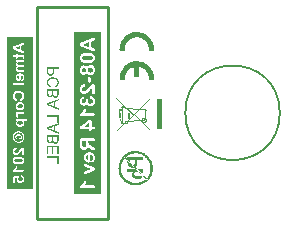
<source format=gbo>
%FSLAX43Y43*%
%MOMM*%
G71*
G01*
G75*
G04 Layer_Color=32896*
%ADD10R,0.650X0.500*%
%ADD11R,1.600X1.000*%
%ADD12R,2.500X3.000*%
%ADD13R,0.675X0.250*%
%ADD14R,0.250X0.675*%
%ADD15R,1.500X1.100*%
%ADD16R,0.400X0.400*%
%ADD17R,1.400X0.600*%
%ADD18R,0.650X0.800*%
%ADD19R,1.000X0.950*%
%ADD20R,0.600X0.900*%
%ADD21R,0.800X0.650*%
%ADD22R,0.500X0.650*%
%ADD23R,0.900X0.600*%
%ADD24C,0.254*%
%ADD25C,0.200*%
%ADD26C,0.300*%
%ADD27C,0.250*%
%ADD28C,1.700*%
%ADD29R,1.700X1.700*%
%ADD30C,1.800*%
%ADD31R,1.800X1.800*%
%ADD32C,1.050*%
%ADD33C,2.000*%
%ADD34C,0.600*%
%ADD35C,1.016*%
%ADD36C,1.600*%
G04:AMPARAMS|DCode=37|XSize=2.524mm|YSize=2.524mm|CornerRadius=0mm|HoleSize=0mm|Usage=FLASHONLY|Rotation=0.000|XOffset=0mm|YOffset=0mm|HoleType=Round|Shape=Relief|Width=0.254mm|Gap=0.254mm|Entries=4|*
%AMTHD37*
7,0,0,2.524,2.016,0.254,45*
%
%ADD37THD37*%
G04:AMPARAMS|DCode=38|XSize=1.45mm|YSize=1.45mm|CornerRadius=0mm|HoleSize=0mm|Usage=FLASHONLY|Rotation=0.000|XOffset=0mm|YOffset=0mm|HoleType=Round|Shape=Relief|Width=0.2mm|Gap=0.2mm|Entries=4|*
%AMTHD38*
7,0,0,1.450,1.050,0.200,45*
%
%ADD38THD38*%
%ADD39C,1.250*%
%ADD40C,2.600*%
%ADD41C,0.900*%
%ADD42C,0.800*%
%ADD43C,0.100*%
%ADD44C,0.150*%
%ADD45R,2.100X2.100*%
%ADD46R,1.800X0.700*%
%ADD47R,0.750X0.600*%
%ADD48R,1.700X1.100*%
%ADD49R,2.600X3.100*%
%ADD50R,0.825X0.400*%
%ADD51R,0.400X0.825*%
%ADD52R,1.600X1.200*%
%ADD53R,0.500X0.500*%
%ADD54R,1.500X0.700*%
%ADD55R,0.750X0.900*%
%ADD56R,1.100X1.050*%
%ADD57R,0.700X1.000*%
%ADD58R,0.900X0.750*%
%ADD59R,0.600X0.750*%
%ADD60R,1.000X0.700*%
%ADD61R,1.800X1.800*%
%ADD62C,1.900*%
%ADD63R,1.900X1.900*%
%ADD64C,1.150*%
%ADD65C,2.100*%
%ADD66C,0.900*%
G36*
X11275Y13996D02*
X10979Y13890D01*
Y13481D01*
X11275Y13367D01*
Y13221D01*
X10299Y13620D01*
Y13761D01*
X11275Y14133D01*
Y13996D01*
D02*
G37*
G36*
X17909Y11771D02*
X18013Y11756D01*
X18109Y11738D01*
X18195Y11719D01*
X18232Y11708D01*
X18265Y11697D01*
X18295Y11690D01*
X18317Y11682D01*
X18339Y11675D01*
X18354Y11668D01*
X18361Y11664D01*
X18365D01*
X18461Y11616D01*
X18550Y11568D01*
X18628Y11512D01*
X18698Y11464D01*
X18754Y11419D01*
X18776Y11397D01*
X18794Y11382D01*
X18813Y11368D01*
X18824Y11357D01*
X18828Y11353D01*
X18832Y11349D01*
X18902Y11271D01*
X18965Y11194D01*
X19020Y11116D01*
X19065Y11042D01*
X19098Y10979D01*
X19113Y10953D01*
X19124Y10931D01*
X19135Y10912D01*
X19143Y10897D01*
X19146Y10890D01*
Y10886D01*
X19183Y10786D01*
X19209Y10686D01*
X19231Y10590D01*
X19243Y10501D01*
X19246Y10464D01*
X19250Y10427D01*
X19254Y10397D01*
Y10371D01*
X19257Y10349D01*
Y10334D01*
Y10323D01*
Y10320D01*
X19254Y10208D01*
X19239Y10105D01*
X19220Y10009D01*
X19202Y9923D01*
X19191Y9886D01*
X19180Y9853D01*
X19172Y9823D01*
X19165Y9797D01*
X19157Y9779D01*
X19150Y9764D01*
X19146Y9757D01*
Y9753D01*
X19098Y9657D01*
X19050Y9564D01*
X18994Y9486D01*
X18946Y9420D01*
X18902Y9364D01*
X18880Y9338D01*
X18865Y9320D01*
X18850Y9305D01*
X18839Y9294D01*
X18835Y9290D01*
X18832Y9286D01*
X18754Y9216D01*
X18676Y9153D01*
X18598Y9101D01*
X18524Y9057D01*
X18461Y9023D01*
X18435Y9009D01*
X18413Y8998D01*
X18395Y8986D01*
X18380Y8979D01*
X18372Y8975D01*
X18369D01*
X18269Y8938D01*
X18169Y8909D01*
X18072Y8890D01*
X17983Y8875D01*
X17946Y8872D01*
X17909Y8868D01*
X17880Y8864D01*
X17854Y8860D01*
X17802D01*
X17691Y8864D01*
X17584Y8879D01*
X17491Y8898D01*
X17406Y8916D01*
X17369Y8927D01*
X17335Y8938D01*
X17306Y8949D01*
X17280Y8957D01*
X17261Y8964D01*
X17247Y8972D01*
X17239Y8975D01*
X17235D01*
X17139Y9020D01*
X17050Y9072D01*
X16972Y9123D01*
X16902Y9175D01*
X16850Y9220D01*
X16824Y9238D01*
X16806Y9253D01*
X16791Y9268D01*
X16780Y9279D01*
X16776Y9283D01*
X16772Y9286D01*
X16702Y9364D01*
X16639Y9442D01*
X16584Y9520D01*
X16539Y9590D01*
X16506Y9653D01*
X16491Y9683D01*
X16480Y9705D01*
X16469Y9723D01*
X16461Y9738D01*
X16458Y9746D01*
Y9749D01*
X16421Y9849D01*
X16391Y9949D01*
X16373Y10046D01*
X16358Y10134D01*
X16354Y10175D01*
X16350Y10208D01*
X16347Y10242D01*
X16343Y10268D01*
Y10290D01*
Y10305D01*
Y10316D01*
Y10320D01*
X16347Y10427D01*
X16361Y10531D01*
X16380Y10627D01*
X16398Y10712D01*
X16410Y10749D01*
X16421Y10783D01*
X16432Y10812D01*
X16439Y10834D01*
X16447Y10857D01*
X16454Y10871D01*
X16458Y10879D01*
Y10882D01*
X16506Y10979D01*
X16554Y11068D01*
X16606Y11145D01*
X16658Y11216D01*
X16702Y11271D01*
X16721Y11294D01*
X16739Y11312D01*
X16754Y11331D01*
X16765Y11342D01*
X16769Y11345D01*
X16772Y11349D01*
X16850Y11419D01*
X16928Y11482D01*
X17006Y11538D01*
X17076Y11582D01*
X17139Y11616D01*
X17169Y11631D01*
X17191Y11642D01*
X17209Y11653D01*
X17224Y11660D01*
X17232Y11664D01*
X17235D01*
X17335Y11701D01*
X17435Y11727D01*
X17532Y11749D01*
X17617Y11760D01*
X17658Y11764D01*
X17691Y11768D01*
X17724Y11771D01*
X17750D01*
X17772Y11775D01*
X17802D01*
X17909Y11771D01*
D02*
G37*
G36*
X11275Y14179D02*
X11159D01*
Y14660D01*
X10299D01*
Y14790D01*
X11275D01*
Y14179D01*
D02*
G37*
G36*
X14845Y8125D02*
X12568D01*
Y21850D01*
X14845D01*
Y8125D01*
D02*
G37*
G36*
X11275Y10693D02*
X11159D01*
Y11174D01*
X10299D01*
Y11304D01*
X11275D01*
Y10693D01*
D02*
G37*
G36*
X20014Y13670D02*
X19647D01*
Y16129D01*
X20014D01*
Y13670D01*
D02*
G37*
G36*
X11275Y12750D02*
X11274Y12716D01*
X11272Y12686D01*
X11269Y12660D01*
X11267Y12637D01*
X11264Y12619D01*
X11262Y12605D01*
X11259Y12596D01*
Y12593D01*
X11252Y12569D01*
X11245Y12550D01*
X11237Y12531D01*
X11228Y12516D01*
X11223Y12503D01*
X11217Y12493D01*
X11213Y12488D01*
X11212Y12486D01*
X11199Y12471D01*
X11183Y12457D01*
X11168Y12445D01*
X11154Y12434D01*
X11140Y12426D01*
X11130Y12420D01*
X11123Y12416D01*
X11120Y12414D01*
X11097Y12404D01*
X11075Y12397D01*
X11054Y12392D01*
X11034Y12389D01*
X11017Y12386D01*
X11003Y12385D01*
X10992D01*
X10961Y12386D01*
X10932Y12392D01*
X10908Y12400D01*
X10886Y12409D01*
X10869Y12417D01*
X10856Y12426D01*
X10848Y12431D01*
X10845Y12433D01*
X10822Y12452D01*
X10804Y12474D01*
X10789Y12498D01*
X10776Y12519D01*
X10766Y12538D01*
X10760Y12555D01*
X10758Y12561D01*
X10756Y12565D01*
X10755Y12568D01*
Y12569D01*
X10741Y12545D01*
X10727Y12524D01*
X10711Y12507D01*
X10697Y12493D01*
X10686Y12482D01*
X10674Y12474D01*
X10669Y12469D01*
X10666Y12468D01*
X10645Y12457D01*
X10625Y12448D01*
X10605Y12441D01*
X10587Y12437D01*
X10572Y12434D01*
X10559Y12433D01*
X10549D01*
X10525Y12434D01*
X10501Y12438D01*
X10480Y12445D01*
X10460Y12452D01*
X10443Y12459D01*
X10432Y12467D01*
X10424Y12471D01*
X10421Y12472D01*
X10400Y12488D01*
X10380Y12505D01*
X10364Y12523D01*
X10352Y12540D01*
X10342Y12554D01*
X10335Y12567D01*
X10330Y12575D01*
X10329Y12576D01*
Y12578D01*
X10319Y12605D01*
X10312Y12634D01*
X10307Y12664D01*
X10304Y12692D01*
X10301Y12717D01*
Y12729D01*
X10299Y12739D01*
Y12746D01*
Y12751D01*
Y12755D01*
Y12757D01*
Y13122D01*
X11275D01*
Y12750D01*
D02*
G37*
G36*
Y11477D02*
X11159D01*
Y12076D01*
X10828D01*
Y11536D01*
X10713D01*
Y12076D01*
X10415D01*
Y11499D01*
X10299D01*
Y12206D01*
X11275D01*
Y11477D01*
D02*
G37*
G36*
X18006Y19372D02*
X18109Y19358D01*
X18206Y19339D01*
X18291Y19321D01*
X18328Y19310D01*
X18361Y19298D01*
X18391Y19291D01*
X18413Y19284D01*
X18435Y19276D01*
X18450Y19269D01*
X18458Y19265D01*
X18461D01*
X18557Y19221D01*
X18646Y19169D01*
X18728Y19117D01*
X18795Y19069D01*
X18854Y19024D01*
X18876Y19006D01*
X18894Y18991D01*
X18909Y18976D01*
X18920Y18965D01*
X18928Y18961D01*
X18932Y18958D01*
X19002Y18880D01*
X19065Y18802D01*
X19120Y18724D01*
X19165Y18654D01*
X19198Y18591D01*
X19213Y18561D01*
X19224Y18539D01*
X19235Y18521D01*
X19243Y18506D01*
X19246Y18498D01*
Y18495D01*
X19283Y18391D01*
X19313Y18291D01*
X19331Y18191D01*
X19346Y18102D01*
X19350Y18062D01*
X19354Y18024D01*
X19357Y17995D01*
Y17965D01*
X19361Y17943D01*
Y17928D01*
Y17917D01*
Y17913D01*
Y17884D01*
X19357Y17862D01*
Y17843D01*
Y17836D01*
X19354Y17802D01*
Y17776D01*
X19350Y17762D01*
Y17754D01*
X18902D01*
X18913Y17806D01*
X18917Y17850D01*
X18920Y17869D01*
Y17884D01*
Y17891D01*
Y17895D01*
X18917Y17962D01*
X18909Y18024D01*
X18902Y18084D01*
X18891Y18136D01*
X18880Y18180D01*
X18869Y18213D01*
X18865Y18236D01*
X18861Y18239D01*
Y18243D01*
X18835Y18302D01*
X18809Y18361D01*
X18780Y18410D01*
X18754Y18454D01*
X18728Y18491D01*
X18709Y18521D01*
X18695Y18536D01*
X18691Y18543D01*
X18650Y18591D01*
X18606Y18632D01*
X18565Y18669D01*
X18524Y18702D01*
X18491Y18728D01*
X18465Y18750D01*
X18446Y18761D01*
X18439Y18765D01*
X18383Y18798D01*
X18328Y18824D01*
X18276Y18847D01*
X18224Y18865D01*
X18183Y18876D01*
X18150Y18887D01*
X18128Y18891D01*
X18124Y18895D01*
X18121D01*
X18117Y18047D01*
X17676D01*
Y18891D01*
X17613Y18873D01*
X17554Y18854D01*
X17498Y18832D01*
X17450Y18810D01*
X17413Y18791D01*
X17384Y18776D01*
X17365Y18765D01*
X17358Y18761D01*
X17306Y18724D01*
X17254Y18687D01*
X17213Y18650D01*
X17172Y18617D01*
X17143Y18584D01*
X17121Y18561D01*
X17106Y18547D01*
X17102Y18539D01*
X17065Y18487D01*
X17032Y18436D01*
X17002Y18387D01*
X16980Y18339D01*
X16961Y18302D01*
X16947Y18269D01*
X16939Y18250D01*
X16935Y18243D01*
X16917Y18180D01*
X16902Y18117D01*
X16891Y18058D01*
X16884Y18006D01*
X16880Y17962D01*
X16876Y17924D01*
Y17902D01*
Y17899D01*
Y17895D01*
Y17865D01*
X16880Y17843D01*
X16884Y17824D01*
Y17817D01*
X16887Y17787D01*
X16895Y17765D01*
X16898Y17750D01*
Y17747D01*
X16439Y17743D01*
X16435Y17773D01*
Y17799D01*
Y17817D01*
Y17821D01*
Y17824D01*
X16432Y17854D01*
Y17880D01*
Y17899D01*
Y17906D01*
X16435Y18017D01*
X16450Y18124D01*
X16469Y18221D01*
X16487Y18306D01*
X16498Y18343D01*
X16510Y18376D01*
X16521Y18406D01*
X16528Y18428D01*
X16535Y18450D01*
X16543Y18465D01*
X16547Y18473D01*
Y18476D01*
X16591Y18573D01*
X16643Y18661D01*
X16695Y18739D01*
X16743Y18810D01*
X16787Y18865D01*
X16810Y18887D01*
X16824Y18906D01*
X16839Y18924D01*
X16850Y18935D01*
X16854Y18939D01*
X16858Y18943D01*
X16935Y19013D01*
X17013Y19076D01*
X17095Y19132D01*
X17165Y19176D01*
X17228Y19213D01*
X17258Y19228D01*
X17280Y19239D01*
X17298Y19250D01*
X17313Y19254D01*
X17321Y19261D01*
X17324D01*
X17424Y19298D01*
X17524Y19328D01*
X17621Y19347D01*
X17709Y19361D01*
X17750Y19365D01*
X17784Y19369D01*
X17817Y19372D01*
X17843D01*
X17865Y19376D01*
X17895D01*
X18006Y19372D01*
D02*
G37*
G36*
X9126Y8552D02*
X6893D01*
Y21438D01*
X9126D01*
Y8552D01*
D02*
G37*
G36*
X11275Y18745D02*
X10879D01*
Y18496D01*
X10877Y18459D01*
X10875Y18424D01*
X10870Y18393D01*
X10865Y18365D01*
X10859Y18338D01*
X10852Y18315D01*
X10844Y18294D01*
X10835Y18276D01*
X10828Y18260D01*
X10820Y18246D01*
X10813Y18235D01*
X10806Y18227D01*
X10801Y18219D01*
X10797Y18215D01*
X10794Y18212D01*
X10793Y18211D01*
X10776Y18197D01*
X10759Y18184D01*
X10742Y18174D01*
X10724Y18165D01*
X10705Y18156D01*
X10689Y18150D01*
X10656Y18141D01*
X10641Y18138D01*
X10627Y18135D01*
X10614Y18133D01*
X10604Y18132D01*
X10594Y18131D01*
X10583D01*
X10556Y18132D01*
X10531Y18135D01*
X10508Y18141D01*
X10488Y18145D01*
X10471Y18150D01*
X10459Y18156D01*
X10452Y18159D01*
X10449Y18160D01*
X10428Y18172D01*
X10409Y18186D01*
X10393Y18198D01*
X10380Y18211D01*
X10370Y18222D01*
X10362Y18231D01*
X10357Y18236D01*
X10356Y18239D01*
X10345Y18258D01*
X10335Y18279D01*
X10326Y18298D01*
X10319Y18317D01*
X10315Y18334D01*
X10312Y18346D01*
X10309Y18356D01*
Y18358D01*
Y18359D01*
X10307Y18380D01*
X10304Y18404D01*
X10302Y18430D01*
X10301Y18454D01*
X10299Y18475D01*
Y18485D01*
Y18493D01*
Y18499D01*
Y18504D01*
Y18507D01*
Y18508D01*
Y18875D01*
X11275D01*
Y18745D01*
D02*
G37*
G36*
X10831Y18001D02*
X10880Y17995D01*
X10924Y17988D01*
X10945Y17983D01*
X10963Y17978D01*
X10980Y17974D01*
X10996Y17969D01*
X11010Y17964D01*
X11021Y17962D01*
X11030Y17957D01*
X11037Y17956D01*
X11041Y17953D01*
X11042D01*
X11085Y17932D01*
X11123Y17908D01*
X11155Y17883D01*
X11168Y17870D01*
X11181Y17859D01*
X11192Y17847D01*
X11202Y17836D01*
X11210Y17826D01*
X11216Y17818D01*
X11221Y17812D01*
X11226Y17806D01*
X11227Y17804D01*
X11228Y17802D01*
X11240Y17782D01*
X11250Y17763D01*
X11265Y17720D01*
X11276Y17678D01*
X11283Y17637D01*
X11286Y17618D01*
X11289Y17601D01*
X11291Y17585D01*
Y17572D01*
X11292Y17561D01*
Y17553D01*
Y17547D01*
Y17546D01*
X11291Y17517D01*
X11288Y17491D01*
X11285Y17465D01*
X11279Y17441D01*
X11272Y17419D01*
X11265Y17398D01*
X11258Y17378D01*
X11250Y17360D01*
X11243Y17344D01*
X11236Y17329D01*
X11228Y17317D01*
X11221Y17306D01*
X11216Y17299D01*
X11213Y17292D01*
X11210Y17289D01*
X11209Y17288D01*
X11192Y17268D01*
X11175Y17251D01*
X11155Y17236D01*
X11135Y17220D01*
X11096Y17195D01*
X11057Y17175D01*
X11038Y17166D01*
X11021Y17159D01*
X11006Y17154D01*
X10993Y17150D01*
X10982Y17145D01*
X10973Y17142D01*
X10968Y17141D01*
X10966D01*
X10934Y17271D01*
X10956Y17276D01*
X10978Y17283D01*
X10997Y17291D01*
X11016Y17298D01*
X11033Y17306D01*
X11047Y17314D01*
X11061Y17324D01*
X11073Y17333D01*
X11085Y17340D01*
X11093Y17348D01*
X11102Y17355D01*
X11109Y17361D01*
X11113Y17367D01*
X11117Y17371D01*
X11119Y17372D01*
X11120Y17374D01*
X11131Y17388D01*
X11140Y17403D01*
X11155Y17434D01*
X11166Y17464D01*
X11174Y17493D01*
X11179Y17519D01*
X11181Y17529D01*
Y17539D01*
X11182Y17547D01*
Y17553D01*
Y17556D01*
Y17557D01*
X11181Y17589D01*
X11175Y17620D01*
X11168Y17649D01*
X11159Y17674D01*
X11151Y17694D01*
X11147Y17702D01*
X11144Y17709D01*
X11141Y17715D01*
X11138Y17719D01*
X11137Y17722D01*
Y17723D01*
X11117Y17750D01*
X11096Y17773D01*
X11072Y17792D01*
X11049Y17808D01*
X11030Y17821D01*
X11013Y17829D01*
X11006Y17832D01*
X11002Y17835D01*
X10999Y17836D01*
X10997D01*
X10961Y17847D01*
X10924Y17856D01*
X10887Y17863D01*
X10854Y17867D01*
X10838Y17868D01*
X10824Y17870D01*
X10811D01*
X10801Y17871D01*
X10780D01*
X10744Y17870D01*
X10710Y17867D01*
X10679Y17861D01*
X10651Y17856D01*
X10627Y17852D01*
X10617Y17849D01*
X10608Y17846D01*
X10601Y17845D01*
X10597Y17843D01*
X10594Y17842D01*
X10593D01*
X10560Y17828D01*
X10531Y17812D01*
X10507Y17795D01*
X10486Y17777D01*
X10469Y17761D01*
X10457Y17749D01*
X10450Y17739D01*
X10448Y17737D01*
Y17736D01*
X10429Y17706D01*
X10415Y17674D01*
X10405Y17643D01*
X10400Y17613D01*
X10395Y17587D01*
X10394Y17575D01*
Y17565D01*
X10393Y17558D01*
Y17553D01*
Y17548D01*
Y17547D01*
X10394Y17512D01*
X10400Y17479D01*
X10408Y17453D01*
X10416Y17429D01*
X10426Y17410D01*
X10433Y17396D01*
X10439Y17388D01*
X10442Y17385D01*
X10463Y17362D01*
X10487Y17341D01*
X10512Y17324D01*
X10538Y17310D01*
X10560Y17299D01*
X10572Y17295D01*
X10580Y17292D01*
X10587Y17289D01*
X10593Y17286D01*
X10596Y17285D01*
X10597D01*
X10567Y17158D01*
X10542Y17166D01*
X10519Y17175D01*
X10498Y17186D01*
X10477Y17196D01*
X10459Y17207D01*
X10442Y17220D01*
X10425Y17231D01*
X10411Y17243D01*
X10400Y17254D01*
X10388Y17264D01*
X10378Y17274D01*
X10371Y17281D01*
X10364Y17288D01*
X10360Y17293D01*
X10359Y17296D01*
X10357Y17298D01*
X10345Y17317D01*
X10332Y17337D01*
X10322Y17357D01*
X10314Y17378D01*
X10301Y17420D01*
X10292Y17458D01*
X10288Y17477D01*
X10287Y17492D01*
X10285Y17508D01*
X10284Y17520D01*
X10283Y17530D01*
Y17537D01*
Y17543D01*
Y17544D01*
X10285Y17591D01*
X10292Y17636D01*
X10301Y17675D01*
X10307Y17694D01*
X10312Y17711D01*
X10318Y17726D01*
X10323Y17740D01*
X10328Y17751D01*
X10332Y17763D01*
X10336Y17770D01*
X10339Y17775D01*
X10340Y17780D01*
X10342Y17781D01*
X10366Y17819D01*
X10394Y17852D01*
X10422Y17880D01*
X10450Y17904D01*
X10476Y17922D01*
X10487Y17929D01*
X10497Y17935D01*
X10504Y17940D01*
X10510Y17943D01*
X10514Y17945D01*
X10515Y17946D01*
X10559Y17966D01*
X10604Y17980D01*
X10649Y17990D01*
X10690Y17997D01*
X10708Y18000D01*
X10727Y18001D01*
X10741Y18002D01*
X10755D01*
X10765Y18004D01*
X10780D01*
X10831Y18001D01*
D02*
G37*
G36*
X17096Y15429D02*
X18114Y15347D01*
X18984Y16199D01*
X19025Y16151D01*
X18195Y15340D01*
X18388Y15325D01*
X18440Y15321D01*
X18484Y15318D01*
X18547D01*
X18562Y15314D01*
X18584D01*
X18595Y15310D01*
X18599D01*
X18614Y15307D01*
X18625Y15303D01*
X18629Y15299D01*
X18632Y15295D01*
X18636Y15284D01*
X18640Y15281D01*
Y15277D01*
X18747D01*
Y15136D01*
X18640D01*
Y14566D01*
X18677Y14540D01*
X18703Y14507D01*
X18725Y14473D01*
X18736Y14444D01*
X18744Y14414D01*
X18747Y14388D01*
X18751Y14373D01*
Y14366D01*
X18747Y14333D01*
X18740Y14299D01*
X18732Y14273D01*
X18718Y14247D01*
X18707Y14229D01*
X18699Y14214D01*
X18692Y14207D01*
X18688Y14203D01*
X18662Y14181D01*
X18632Y14166D01*
X18607Y14151D01*
X18581Y14144D01*
X18555Y14140D01*
X18536Y14136D01*
X18495D01*
X19036Y13636D01*
X18992Y13581D01*
X18195Y14314D01*
X17147Y14214D01*
Y14025D01*
X16866D01*
Y14033D01*
X16240Y13422D01*
X16140D01*
X16866Y14133D01*
Y14192D01*
X16729Y14181D01*
X16736Y14162D01*
X16740Y14144D01*
X16744Y14133D01*
Y14129D01*
X16740Y14096D01*
X16729Y14073D01*
X16718Y14055D01*
X16714Y14051D01*
X16688Y14033D01*
X16662Y14022D01*
X16644Y14018D01*
X16636D01*
X16607Y14022D01*
X16585Y14033D01*
X16570Y14047D01*
X16562Y14051D01*
X16544Y14077D01*
X16533Y14103D01*
X16529Y14122D01*
Y14125D01*
Y14129D01*
X16540Y14166D01*
X16555Y14192D01*
X16570Y14207D01*
X16573Y14214D01*
X16577D01*
X16562Y14229D01*
X16547Y14247D01*
X16518Y14288D01*
X16507Y14303D01*
X16499Y14318D01*
X16496Y14329D01*
X16492Y14333D01*
X16473Y14366D01*
X16462Y14407D01*
X16451Y14447D01*
X16440Y14488D01*
X16433Y14525D01*
X16429Y14555D01*
X16425Y14573D01*
Y14577D01*
Y14581D01*
X16388D01*
Y14966D01*
X16410D01*
X16414Y15010D01*
X16418Y15044D01*
X16422Y15058D01*
Y15070D01*
X16425Y15077D01*
Y15081D01*
X16429Y15118D01*
X16436Y15147D01*
X16440Y15170D01*
Y15173D01*
Y15177D01*
X16429D01*
Y15321D01*
X16485D01*
X16503Y15358D01*
X16522Y15384D01*
X16540Y15410D01*
X16555Y15425D01*
X16570Y15440D01*
X16581Y15447D01*
X16585Y15455D01*
X16588D01*
X16618Y15470D01*
X16636Y15481D01*
X16644Y15484D01*
X16647D01*
Y15566D01*
X16733D01*
Y15458D01*
X16977Y15436D01*
X16122Y16225D01*
X16233D01*
X17096Y15429D01*
D02*
G37*
G36*
X11275Y16043D02*
X10979Y15937D01*
Y15528D01*
X11275Y15414D01*
Y15268D01*
X10299Y15667D01*
Y15807D01*
X11275Y16180D01*
Y16043D01*
D02*
G37*
G36*
X18006Y21846D02*
X18109Y21831D01*
X18206Y21813D01*
X18291Y21794D01*
X18328Y21783D01*
X18361Y21772D01*
X18391Y21765D01*
X18413Y21757D01*
X18435Y21750D01*
X18450Y21743D01*
X18458Y21739D01*
X18461D01*
X18557Y21691D01*
X18646Y21643D01*
X18728Y21587D01*
X18795Y21539D01*
X18854Y21494D01*
X18876Y21472D01*
X18894Y21457D01*
X18909Y21443D01*
X18920Y21432D01*
X18928Y21428D01*
X18932Y21424D01*
X19002Y21346D01*
X19065Y21269D01*
X19120Y21191D01*
X19165Y21117D01*
X19198Y21054D01*
X19213Y21028D01*
X19224Y21006D01*
X19235Y20987D01*
X19243Y20972D01*
X19246Y20965D01*
Y20961D01*
X19283Y20861D01*
X19309Y20761D01*
X19331Y20665D01*
X19343Y20576D01*
X19346Y20535D01*
X19350Y20502D01*
X19354Y20469D01*
Y20443D01*
X19357Y20421D01*
Y20406D01*
Y20395D01*
Y20391D01*
Y20361D01*
X19354Y20335D01*
Y20321D01*
Y20313D01*
Y20283D01*
X19350Y20261D01*
Y20246D01*
Y20239D01*
X18902D01*
X18913Y20291D01*
X18917Y20335D01*
X18920Y20354D01*
Y20365D01*
Y20372D01*
Y20376D01*
X18917Y20454D01*
X18909Y20528D01*
X18894Y20598D01*
X18880Y20658D01*
X18865Y20706D01*
X18850Y20743D01*
X18846Y20758D01*
X18843Y20769D01*
X18839Y20772D01*
Y20776D01*
X18806Y20843D01*
X18769Y20906D01*
X18735Y20958D01*
X18698Y21006D01*
X18669Y21046D01*
X18643Y21072D01*
X18628Y21091D01*
X18620Y21098D01*
X18565Y21146D01*
X18509Y21191D01*
X18454Y21228D01*
X18406Y21257D01*
X18361Y21283D01*
X18324Y21302D01*
X18302Y21313D01*
X18298Y21317D01*
X18295D01*
X18224Y21343D01*
X18154Y21361D01*
X18087Y21376D01*
X18028Y21383D01*
X17976Y21391D01*
X17935Y21394D01*
X17898D01*
X17821Y21391D01*
X17746Y21383D01*
X17676Y21369D01*
X17617Y21354D01*
X17569Y21343D01*
X17532Y21328D01*
X17517Y21324D01*
X17506Y21320D01*
X17502Y21317D01*
X17498D01*
X17432Y21283D01*
X17369Y21246D01*
X17313Y21213D01*
X17269Y21176D01*
X17228Y21146D01*
X17202Y21120D01*
X17184Y21106D01*
X17176Y21098D01*
X17128Y21046D01*
X17084Y20991D01*
X17047Y20935D01*
X17013Y20887D01*
X16991Y20843D01*
X16972Y20806D01*
X16961Y20783D01*
X16958Y20780D01*
Y20776D01*
X16932Y20706D01*
X16910Y20635D01*
X16895Y20565D01*
X16887Y20506D01*
X16880Y20454D01*
X16876Y20413D01*
Y20398D01*
Y20387D01*
Y20380D01*
Y20376D01*
Y20350D01*
Y20328D01*
Y20313D01*
Y20306D01*
Y20280D01*
X16880Y20258D01*
X16884Y20243D01*
Y20239D01*
X16439D01*
X16435Y20265D01*
Y20291D01*
X16432Y20309D01*
Y20313D01*
Y20317D01*
X16428Y20346D01*
Y20372D01*
Y20387D01*
Y20395D01*
X16432Y20506D01*
X16447Y20609D01*
X16465Y20706D01*
X16484Y20791D01*
X16495Y20828D01*
X16506Y20861D01*
X16517Y20891D01*
X16524Y20913D01*
X16532Y20935D01*
X16539Y20950D01*
X16543Y20958D01*
Y20961D01*
X16591Y21057D01*
X16639Y21143D01*
X16691Y21224D01*
X16743Y21291D01*
X16787Y21346D01*
X16806Y21369D01*
X16824Y21387D01*
X16839Y21406D01*
X16850Y21417D01*
X16854Y21420D01*
X16858Y21424D01*
X16935Y21494D01*
X17013Y21557D01*
X17095Y21613D01*
X17165Y21657D01*
X17228Y21691D01*
X17258Y21706D01*
X17280Y21717D01*
X17298Y21728D01*
X17313Y21735D01*
X17321Y21739D01*
X17324D01*
X17424Y21776D01*
X17524Y21802D01*
X17621Y21824D01*
X17709Y21835D01*
X17750Y21839D01*
X17784Y21843D01*
X17817Y21846D01*
X17843D01*
X17865Y21850D01*
X17895D01*
X18006Y21846D01*
D02*
G37*
G36*
X11275Y16615D02*
X11274Y16581D01*
X11272Y16552D01*
X11269Y16525D01*
X11267Y16502D01*
X11264Y16484D01*
X11262Y16470D01*
X11259Y16462D01*
Y16459D01*
X11252Y16435D01*
X11245Y16415D01*
X11237Y16397D01*
X11228Y16381D01*
X11223Y16369D01*
X11217Y16359D01*
X11213Y16353D01*
X11212Y16352D01*
X11199Y16336D01*
X11183Y16322D01*
X11168Y16311D01*
X11154Y16299D01*
X11140Y16291D01*
X11130Y16285D01*
X11123Y16281D01*
X11120Y16280D01*
X11097Y16270D01*
X11075Y16263D01*
X11054Y16257D01*
X11034Y16254D01*
X11017Y16252D01*
X11003Y16250D01*
X10992D01*
X10961Y16252D01*
X10932Y16257D01*
X10908Y16266D01*
X10886Y16274D01*
X10869Y16283D01*
X10856Y16291D01*
X10848Y16297D01*
X10845Y16298D01*
X10822Y16318D01*
X10804Y16339D01*
X10789Y16363D01*
X10776Y16384D01*
X10766Y16404D01*
X10760Y16421D01*
X10758Y16426D01*
X10756Y16431D01*
X10755Y16433D01*
Y16435D01*
X10741Y16411D01*
X10727Y16390D01*
X10711Y16373D01*
X10697Y16359D01*
X10686Y16347D01*
X10674Y16339D01*
X10669Y16335D01*
X10666Y16333D01*
X10645Y16322D01*
X10625Y16314D01*
X10605Y16307D01*
X10587Y16302D01*
X10572Y16299D01*
X10559Y16298D01*
X10549D01*
X10525Y16299D01*
X10501Y16304D01*
X10480Y16311D01*
X10460Y16318D01*
X10443Y16325D01*
X10432Y16332D01*
X10424Y16336D01*
X10421Y16338D01*
X10400Y16353D01*
X10380Y16370D01*
X10364Y16388D01*
X10352Y16405D01*
X10342Y16419D01*
X10335Y16432D01*
X10330Y16440D01*
X10329Y16442D01*
Y16443D01*
X10319Y16470D01*
X10312Y16500D01*
X10307Y16529D01*
X10304Y16557D01*
X10301Y16583D01*
Y16594D01*
X10299Y16604D01*
Y16611D01*
Y16617D01*
Y16621D01*
Y16622D01*
Y16987D01*
X11275D01*
Y16615D01*
D02*
G37*
%LPC*%
G36*
X17846Y11571D02*
X17802D01*
X17706Y11568D01*
X17617Y11557D01*
X17535Y11542D01*
X17461Y11523D01*
X17402Y11505D01*
X17376Y11497D01*
X17358Y11490D01*
X17339Y11482D01*
X17328Y11479D01*
X17321Y11475D01*
X17317D01*
X17235Y11434D01*
X17158Y11390D01*
X17091Y11345D01*
X17032Y11305D01*
X16984Y11268D01*
X16958Y11245D01*
X16872Y11331D01*
X16784Y11249D01*
X16873Y11159D01*
X16858Y11142D01*
X16802Y11075D01*
X16758Y11008D01*
X16721Y10945D01*
X16691Y10890D01*
X16669Y10845D01*
X16661Y10831D01*
X16654Y10820D01*
X16650Y10812D01*
Y10808D01*
X16617Y10720D01*
X16591Y10634D01*
X16576Y10553D01*
X16561Y10475D01*
X16554Y10412D01*
Y10386D01*
X16550Y10364D01*
Y10346D01*
Y10331D01*
Y10323D01*
Y10320D01*
X16554Y10223D01*
X16565Y10134D01*
X16584Y10049D01*
X16598Y9979D01*
X16617Y9916D01*
X16628Y9890D01*
X16635Y9871D01*
X16639Y9853D01*
X16647Y9842D01*
X16650Y9834D01*
Y9831D01*
X16691Y9746D01*
X16732Y9672D01*
X16776Y9601D01*
X16821Y9542D01*
X16858Y9497D01*
X16887Y9460D01*
X16910Y9438D01*
X16913Y9431D01*
X16917D01*
X16984Y9372D01*
X17050Y9320D01*
X17117Y9275D01*
X17180Y9238D01*
X17235Y9209D01*
X17280Y9186D01*
X17295Y9179D01*
X17306Y9172D01*
X17313Y9168D01*
X17317D01*
X17402Y9135D01*
X17487Y9109D01*
X17569Y9094D01*
X17643Y9079D01*
X17709Y9072D01*
X17735D01*
X17758Y9068D01*
X17802D01*
X17898Y9072D01*
X17987Y9083D01*
X18069Y9101D01*
X18143Y9116D01*
X18206Y9135D01*
X18228Y9146D01*
X18250Y9153D01*
X18269Y9157D01*
X18280Y9164D01*
X18287Y9168D01*
X18291D01*
X18372Y9205D01*
X18450Y9249D01*
X18517Y9294D01*
X18576Y9335D01*
X18624Y9372D01*
X18644Y9389D01*
X18429Y9604D01*
X18409Y9575D01*
X18387Y9549D01*
X18365Y9527D01*
X18350Y9512D01*
X18343Y9509D01*
X18287Y9475D01*
X18224Y9449D01*
X18161Y9431D01*
X18098Y9416D01*
X18043Y9409D01*
X18021D01*
X17998Y9405D01*
X17958D01*
X17869Y9409D01*
X17795Y9420D01*
X17732Y9438D01*
X17676Y9453D01*
X17635Y9472D01*
X17606Y9490D01*
X17591Y9501D01*
X17584Y9505D01*
X17539Y9542D01*
X17509Y9583D01*
X17487Y9623D01*
X17469Y9660D01*
X17461Y9697D01*
X17458Y9723D01*
X17454Y9742D01*
Y9749D01*
X17458Y9801D01*
X17472Y9846D01*
X17495Y9890D01*
X17521Y9923D01*
X17546Y9953D01*
X17569Y9975D01*
X17584Y9990D01*
X17591Y9994D01*
X17106D01*
Y10212D01*
X17821D01*
X18041Y9992D01*
X18061Y9990D01*
X18102Y9983D01*
X18139Y9971D01*
X18172Y9957D01*
X18176Y9953D01*
X18187Y9946D01*
X18206Y9934D01*
X18224Y9916D01*
X18243Y9897D01*
X18258Y9868D01*
X18269Y9838D01*
Y9801D01*
Y9797D01*
Y9790D01*
X18265Y9779D01*
X18263Y9770D01*
X18429Y9604D01*
X18435Y9612D01*
X18457Y9653D01*
X18472Y9697D01*
X18475Y9731D01*
X17993Y10212D01*
X17821D01*
X17655Y10377D01*
X17661Y10379D01*
X17695Y10390D01*
X17728Y10401D01*
X17732D01*
X17743Y10408D01*
X17758Y10416D01*
X17776Y10427D01*
X17777Y10428D01*
X17993Y10212D01*
X18454D01*
Y10009D01*
X18309D01*
X18339Y9986D01*
X18365Y9968D01*
X18387Y9946D01*
X18402Y9927D01*
X18417Y9912D01*
X18424Y9901D01*
X18428Y9894D01*
X18432Y9890D01*
X18446Y9864D01*
X18457Y9834D01*
X18469Y9790D01*
X18472Y9771D01*
X18476Y9757D01*
Y9749D01*
Y9746D01*
X18475Y9731D01*
X18731Y9476D01*
X18691Y9431D01*
X18687Y9427D01*
X18683Y9423D01*
X18661Y9405D01*
X18644Y9389D01*
X18732Y9301D01*
X18820Y9386D01*
X18731Y9476D01*
X18750Y9497D01*
X18802Y9564D01*
X18850Y9631D01*
X18887Y9694D01*
X18917Y9749D01*
X18928Y9771D01*
X18939Y9790D01*
X18946Y9809D01*
X18954Y9820D01*
X18957Y9827D01*
Y9831D01*
X18991Y9916D01*
X19013Y10005D01*
X19032Y10086D01*
X19043Y10160D01*
X19050Y10227D01*
Y10253D01*
X19054Y10275D01*
Y10294D01*
Y10308D01*
Y10316D01*
Y10320D01*
X19050Y10412D01*
X19039Y10505D01*
X19024Y10586D01*
X19006Y10660D01*
X18987Y10720D01*
X18980Y10745D01*
X18972Y10768D01*
X18965Y10786D01*
X18961Y10797D01*
X18957Y10805D01*
Y10808D01*
X18917Y10890D01*
X18872Y10968D01*
X18828Y11034D01*
X18787Y11094D01*
X18750Y11142D01*
X18717Y11179D01*
X18698Y11201D01*
X18691Y11205D01*
Y11208D01*
X18624Y11268D01*
X18557Y11319D01*
X18491Y11368D01*
X18428Y11405D01*
X18372Y11434D01*
X18328Y11457D01*
X18313Y11464D01*
X18302Y11471D01*
X18295Y11475D01*
X18291D01*
X18202Y11508D01*
X18117Y11531D01*
X18035Y11549D01*
X17961Y11560D01*
X17895Y11568D01*
X17869D01*
X17846Y11571D01*
D02*
G37*
G36*
X17965Y10001D02*
X17939D01*
X17891Y9997D01*
X17846Y9990D01*
X17809Y9983D01*
X17780Y9971D01*
X17754Y9960D01*
X17739Y9949D01*
X17728Y9946D01*
X17724Y9942D01*
X17702Y9923D01*
X17687Y9905D01*
X17672Y9883D01*
X17665Y9860D01*
X17661Y9838D01*
X17658Y9823D01*
Y9812D01*
Y9809D01*
X17661Y9779D01*
X17669Y9753D01*
X17680Y9734D01*
X17691Y9716D01*
X17702Y9701D01*
X17713Y9690D01*
X17721Y9686D01*
X17724Y9683D01*
X17758Y9664D01*
X17795Y9649D01*
X17835Y9642D01*
X17872Y9634D01*
X17909Y9631D01*
X17939Y9627D01*
X17969D01*
X18028Y9631D01*
X18076Y9638D01*
X18113Y9646D01*
X18146Y9657D01*
X18169Y9664D01*
X18187Y9675D01*
X18195Y9679D01*
X18198Y9683D01*
X18220Y9701D01*
X18239Y9723D01*
X18250Y9742D01*
X18261Y9760D01*
X18263Y9770D01*
X18041Y9992D01*
X18024Y9994D01*
X17991Y9997D01*
X17965Y10001D01*
D02*
G37*
G36*
X17084Y14207D02*
X17044D01*
X16929Y14096D01*
X17084D01*
Y14207D01*
D02*
G37*
G36*
X16733Y15384D02*
Y14251D01*
X16866Y14259D01*
Y14299D01*
X17040D01*
X17233Y14496D01*
X17144D01*
Y14973D01*
X17303D01*
Y14555D01*
X17610Y14855D01*
X17066Y15355D01*
X16733Y15384D01*
D02*
G37*
G36*
X18129Y15266D02*
X17707Y14858D01*
X18225Y14384D01*
X18295Y14392D01*
X18299Y14425D01*
X18310Y14451D01*
X18321Y14477D01*
X18332Y14499D01*
X18344Y14518D01*
X18355Y14533D01*
X18362Y14540D01*
X18366Y14544D01*
X18388Y14562D01*
X18414Y14577D01*
X18440Y14588D01*
X18466Y14596D01*
X18488Y14599D01*
X18507Y14603D01*
X18521D01*
X18532Y14599D01*
X18540D01*
X18555Y14596D01*
X18558D01*
Y15233D01*
X18129Y15266D01*
D02*
G37*
G36*
X16510Y14896D02*
X16451D01*
Y14647D01*
X16510D01*
Y14896D01*
D02*
G37*
G36*
X18529Y14496D02*
X18521D01*
X18503Y14492D01*
X18484Y14488D01*
X18458Y14473D01*
X18440Y14462D01*
X18432Y14455D01*
X18410Y14425D01*
X18399Y14396D01*
X18395Y14373D01*
Y14370D01*
Y14366D01*
X18403Y14329D01*
X18414Y14303D01*
X18425Y14288D01*
X18432Y14281D01*
X18462Y14259D01*
X18492Y14247D01*
X18514Y14244D01*
X18521D01*
X18558Y14251D01*
X18588Y14262D01*
X18607Y14273D01*
X18610Y14281D01*
X18614D01*
X18636Y14307D01*
X18647Y14336D01*
X18651Y14359D01*
Y14362D01*
Y14366D01*
X18644Y14403D01*
X18632Y14433D01*
X18621Y14451D01*
X18614Y14455D01*
Y14459D01*
X18581Y14481D01*
X18551Y14492D01*
X18529Y14496D01*
D02*
G37*
G36*
X16647Y15177D02*
X16518D01*
X16510Y15144D01*
X16503Y15110D01*
X16499Y15073D01*
X16496Y15040D01*
Y15010D01*
X16492Y14988D01*
Y14973D01*
Y14966D01*
X16570D01*
Y14581D01*
X16499D01*
X16507Y14544D01*
X16510Y14510D01*
X16518Y14481D01*
X16522Y14459D01*
X16529Y14440D01*
X16533Y14425D01*
X16536Y14418D01*
Y14414D01*
X16551Y14373D01*
X16566Y14344D01*
X16577Y14325D01*
X16581Y14318D01*
X16596Y14296D01*
X16610Y14284D01*
X16618Y14277D01*
X16622Y14273D01*
X16633Y14262D01*
X16640Y14259D01*
X16644Y14255D01*
X16647D01*
Y15177D01*
D02*
G37*
G36*
X17658Y14810D02*
X17136Y14299D01*
X17147D01*
Y14292D01*
X18129Y14373D01*
X17658Y14810D01*
D02*
G37*
G36*
X7885Y13439D02*
X7872D01*
X7862Y13438D01*
X7851D01*
X7837Y13437D01*
X7821Y13434D01*
X7804Y13431D01*
X7766Y13424D01*
X7726Y13413D01*
X7682Y13396D01*
X7661Y13386D01*
X7640Y13375D01*
X7638Y13373D01*
X7634Y13372D01*
X7628Y13368D01*
X7621Y13362D01*
X7611Y13356D01*
X7600Y13348D01*
X7575Y13327D01*
X7545Y13301D01*
X7515Y13272D01*
X7486Y13235D01*
X7459Y13196D01*
X7458Y13194D01*
X7456Y13190D01*
X7453Y13184D01*
X7449Y13176D01*
X7444Y13165D01*
X7438Y13152D01*
X7432Y13138D01*
X7425Y13122D01*
X7420Y13104D01*
X7414Y13084D01*
X7403Y13043D01*
X7396Y12997D01*
X7393Y12973D01*
Y12947D01*
Y12946D01*
Y12943D01*
Y12938D01*
Y12931D01*
X7394Y12921D01*
Y12911D01*
X7397Y12885D01*
X7403Y12856D01*
X7408Y12825D01*
X7418Y12791D01*
X7431Y12757D01*
Y12756D01*
X7432Y12753D01*
X7435Y12749D01*
X7438Y12742D01*
X7442Y12735D01*
X7446Y12725D01*
X7459Y12704D01*
X7473Y12678D01*
X7491Y12653D01*
X7514Y12626D01*
X7538Y12599D01*
X7539Y12598D01*
X7541Y12596D01*
X7545Y12592D01*
X7549Y12588D01*
X7565Y12575D01*
X7583Y12560D01*
X7606Y12543D01*
X7632Y12525D01*
X7663Y12508D01*
X7696Y12492D01*
X7697D01*
X7700Y12491D01*
X7704Y12488D01*
X7711Y12486D01*
X7720Y12484D01*
X7730Y12479D01*
X7752Y12472D01*
X7780Y12467D01*
X7813Y12460D01*
X7848Y12455D01*
X7885Y12454D01*
X7897D01*
X7907Y12455D01*
X7919D01*
X7933Y12457D01*
X7948Y12460D01*
X7965Y12463D01*
X8003Y12471D01*
X8044Y12482D01*
X8088Y12499D01*
X8110Y12510D01*
X8132Y12522D01*
X8133Y12523D01*
X8136Y12525D01*
X8143Y12529D01*
X8150Y12534D01*
X8160Y12540D01*
X8171Y12549D01*
X8196Y12570D01*
X8225Y12595D01*
X8254Y12626D01*
X8284Y12661D01*
X8311Y12702D01*
Y12704D01*
X8313Y12708D01*
X8316Y12713D01*
X8320Y12722D01*
X8326Y12732D01*
X8332Y12744D01*
X8337Y12759D01*
X8343Y12775D01*
X8349Y12792D01*
X8354Y12812D01*
X8366Y12853D01*
X8373Y12900D01*
X8374Y12924D01*
X8375Y12947D01*
Y12949D01*
Y12953D01*
Y12960D01*
X8374Y12970D01*
Y12983D01*
X8373Y12997D01*
X8370Y13012D01*
X8367Y13029D01*
X8360Y13067D01*
X8349Y13110D01*
X8332Y13152D01*
X8322Y13174D01*
X8311Y13196D01*
X8309Y13197D01*
X8308Y13200D01*
X8303Y13207D01*
X8299Y13214D01*
X8292Y13224D01*
X8284Y13235D01*
X8264Y13260D01*
X8239Y13289D01*
X8208Y13318D01*
X8172Y13348D01*
X8133Y13375D01*
X8132D01*
X8127Y13377D01*
X8122Y13380D01*
X8113Y13384D01*
X8102Y13390D01*
X8089Y13396D01*
X8075Y13401D01*
X8060Y13407D01*
X8041Y13413D01*
X8022Y13418D01*
X7981Y13430D01*
X7934Y13437D01*
X7910Y13438D01*
X7885Y13439D01*
D02*
G37*
G36*
X8509Y14498D02*
X7745D01*
X7737Y14497D01*
X7726Y14495D01*
X7714Y14493D01*
X7702Y14490D01*
X7690Y14484D01*
X7680Y14477D01*
X7679Y14476D01*
X7676Y14473D01*
X7672Y14467D01*
X7668Y14461D01*
X7663Y14452D01*
X7659Y14442D01*
X7656Y14430D01*
X7655Y14416D01*
Y14415D01*
Y14411D01*
X7656Y14404D01*
X7658Y14395D01*
X7661Y14385D01*
X7666Y14375D01*
X7672Y14366D01*
X7680Y14356D01*
X7682Y14354D01*
X7685Y14352D01*
X7690Y14349D01*
X7699Y14343D01*
X7709Y14339D01*
X7721Y14336D01*
X7735Y14333D01*
X7752Y14332D01*
X7772D01*
X7771Y14329D01*
X7764Y14323D01*
X7752Y14313D01*
X7740Y14301D01*
X7726Y14285D01*
X7710Y14268D01*
X7696Y14250D01*
X7685Y14230D01*
X7683Y14227D01*
X7680Y14220D01*
X7675Y14209D01*
X7669Y14195D01*
X7665Y14177D01*
X7659Y14157D01*
X7656Y14133D01*
X7655Y14109D01*
Y14108D01*
Y14105D01*
Y14101D01*
Y14095D01*
X7658Y14079D01*
X7661Y14060D01*
X7665Y14037D01*
X7673Y14012D01*
X7683Y13985D01*
X7697Y13960D01*
Y13958D01*
X7699Y13957D01*
X7706Y13948D01*
X7714Y13936D01*
X7728Y13920D01*
X7745Y13903D01*
X7766Y13886D01*
X7792Y13868D01*
X7820Y13852D01*
X7821D01*
X7824Y13851D01*
X7828Y13848D01*
X7834Y13845D01*
X7841Y13843D01*
X7851Y13840D01*
X7861Y13836D01*
X7874Y13831D01*
X7900Y13824D01*
X7933Y13817D01*
X7969Y13813D01*
X8009Y13812D01*
X8023D01*
X8038Y13813D01*
X8057Y13814D01*
X8081Y13817D01*
X8105Y13821D01*
X8132Y13827D01*
X8157Y13836D01*
X8158D01*
X8160Y13837D01*
X8168Y13840D01*
X8181Y13845D01*
X8196Y13851D01*
X8215Y13861D01*
X8233Y13871D01*
X8253Y13884D01*
X8271Y13898D01*
X8272Y13899D01*
X8278Y13905D01*
X8287Y13913D01*
X8296Y13924D01*
X8308Y13938D01*
X8320Y13954D01*
X8332Y13972D01*
X8342Y13992D01*
X8343Y13995D01*
X8346Y14002D01*
X8349Y14013D01*
X8353Y14027D01*
X8358Y14044D01*
X8361Y14064D01*
X8364Y14087D01*
X8366Y14109D01*
Y14110D01*
Y14112D01*
Y14116D01*
Y14122D01*
X8364Y14136D01*
X8361Y14153D01*
X8358Y14172D01*
X8353Y14194D01*
X8346Y14215D01*
X8336Y14236D01*
X8334Y14239D01*
X8330Y14244D01*
X8323Y14254D01*
X8313Y14267D01*
X8301Y14281D01*
X8287Y14298D01*
X8268Y14315D01*
X8247Y14332D01*
X8521D01*
X8528Y14333D01*
X8546Y14336D01*
X8567Y14342D01*
X8590Y14353D01*
X8600Y14359D01*
X8608Y14367D01*
X8615Y14377D01*
X8621Y14388D01*
X8625Y14401D01*
X8626Y14416D01*
Y14419D01*
Y14425D01*
X8625Y14433D01*
X8622Y14443D01*
X8619Y14454D01*
X8614Y14466D01*
X8605Y14476D01*
X8595Y14483D01*
X8594D01*
X8590Y14485D01*
X8583Y14487D01*
X8573Y14490D01*
X8561Y14493D01*
X8546Y14495D01*
X8529Y14497D01*
X8509Y14498D01*
D02*
G37*
G36*
X8260Y15070D02*
X7761D01*
X7754Y15069D01*
X7734Y15066D01*
X7713Y15059D01*
X7692Y15049D01*
X7680Y15042D01*
X7672Y15035D01*
X7665Y15025D01*
X7659Y15014D01*
X7655Y15001D01*
X7654Y14986D01*
Y14984D01*
Y14979D01*
X7655Y14970D01*
X7656Y14962D01*
X7661Y14952D01*
X7665Y14941D01*
X7672Y14932D01*
X7682Y14924D01*
X7683Y14922D01*
X7687Y14921D01*
X7693Y14917D01*
X7703Y14914D01*
X7714Y14910D01*
X7728Y14907D01*
X7745Y14904D01*
X7764Y14903D01*
X7761Y14901D01*
X7755Y14897D01*
X7745Y14890D01*
X7733Y14883D01*
X7720Y14873D01*
X7706Y14862D01*
X7693Y14851D01*
X7682Y14838D01*
X7680Y14836D01*
X7678Y14832D01*
X7673Y14824D01*
X7668Y14814D01*
X7662Y14801D01*
X7658Y14786D01*
X7655Y14769D01*
X7654Y14749D01*
Y14746D01*
Y14739D01*
X7655Y14729D01*
X7656Y14715D01*
X7661Y14698D01*
X7665Y14680D01*
X7672Y14662D01*
X7682Y14642D01*
X7683Y14639D01*
X7687Y14633D01*
X7693Y14625D01*
X7702Y14615D01*
X7711Y14607D01*
X7724Y14598D01*
X7740Y14593D01*
X7755Y14590D01*
X7761D01*
X7766Y14591D01*
X7773Y14593D01*
X7782Y14595D01*
X7792Y14600D01*
X7800Y14605D01*
X7809Y14612D01*
X7810Y14614D01*
X7811Y14617D01*
X7814Y14621D01*
X7819Y14626D01*
X7826Y14642D01*
X7827Y14650D01*
X7828Y14660D01*
Y14662D01*
Y14666D01*
X7827Y14670D01*
X7826Y14676D01*
X7824Y14684D01*
X7821Y14694D01*
X7817Y14707D01*
Y14708D01*
X7816Y14712D01*
X7813Y14719D01*
X7810Y14728D01*
X7806Y14749D01*
X7804Y14772D01*
Y14773D01*
Y14777D01*
X7806Y14784D01*
X7807Y14794D01*
X7810Y14804D01*
X7813Y14814D01*
X7819Y14825D01*
X7826Y14835D01*
X7827Y14836D01*
X7830Y14839D01*
X7834Y14844D01*
X7841Y14849D01*
X7850Y14855D01*
X7859Y14862D01*
X7872Y14867D01*
X7886Y14873D01*
X7888D01*
X7893Y14875D01*
X7902Y14877D01*
X7913Y14880D01*
X7927Y14883D01*
X7943Y14886D01*
X7961Y14889D01*
X7981Y14891D01*
X7991D01*
X8002Y14893D01*
X8017D01*
X8037Y14894D01*
X8060D01*
X8085Y14896D01*
X8268D01*
X8278Y14897D01*
X8289Y14899D01*
X8303Y14901D01*
X8316Y14907D01*
X8329Y14913D01*
X8340Y14921D01*
X8342Y14922D01*
X8344Y14925D01*
X8349Y14931D01*
X8353Y14938D01*
X8357Y14948D01*
X8361Y14959D01*
X8364Y14970D01*
X8366Y14984D01*
Y14986D01*
Y14990D01*
X8364Y14997D01*
X8363Y15007D01*
X8358Y15017D01*
X8354Y15027D01*
X8347Y15037D01*
X8339Y15047D01*
X8337Y15048D01*
X8333Y15051D01*
X8327Y15054D01*
X8319Y15058D01*
X8308Y15063D01*
X8294Y15066D01*
X8278Y15069D01*
X8260Y15070D01*
D02*
G37*
G36*
X8261Y12059D02*
X8257D01*
X8251Y12058D01*
X8246Y12057D01*
X8236Y12055D01*
X8226Y12052D01*
X8215Y12048D01*
X8201Y12042D01*
X8199Y12041D01*
X8194Y12040D01*
X8188Y12035D01*
X8178Y12031D01*
X8158Y12018D01*
X8148Y12011D01*
X8140Y12004D01*
X8139Y12003D01*
X8136Y12000D01*
X8132Y11996D01*
X8124Y11990D01*
X8117Y11982D01*
X8109Y11973D01*
X8088Y11952D01*
X8064Y11928D01*
X8038Y11903D01*
X8013Y11876D01*
X7989Y11849D01*
X7988Y11848D01*
X7986Y11847D01*
X7979Y11838D01*
X7968Y11825D01*
X7955Y11811D01*
X7941Y11794D01*
X7927Y11779D01*
X7914Y11763D01*
X7905Y11751D01*
X7903Y11748D01*
X7897Y11742D01*
X7890Y11732D01*
X7882Y11720D01*
X7871Y11707D01*
X7858Y11691D01*
X7844Y11677D01*
X7830Y11663D01*
X7828Y11662D01*
X7823Y11658D01*
X7816Y11651D01*
X7806Y11644D01*
X7795Y11635D01*
X7780Y11625D01*
X7766Y11617D01*
X7752Y11610D01*
X7751Y11608D01*
X7745Y11607D01*
X7738Y11604D01*
X7728Y11600D01*
X7716Y11597D01*
X7703Y11594D01*
X7689Y11593D01*
X7675Y11591D01*
X7668D01*
X7661Y11593D01*
X7651Y11594D01*
X7640Y11596D01*
X7627Y11600D01*
X7614Y11604D01*
X7601Y11611D01*
X7600Y11612D01*
X7596Y11615D01*
X7590Y11620D01*
X7583Y11625D01*
X7575Y11632D01*
X7566Y11642D01*
X7558Y11652D01*
X7551Y11665D01*
X7549Y11666D01*
X7548Y11670D01*
X7545Y11677D01*
X7541Y11686D01*
X7538Y11697D01*
X7535Y11710D01*
X7534Y11724D01*
X7532Y11738D01*
Y11739D01*
Y11742D01*
Y11746D01*
X7534Y11752D01*
X7537Y11768D01*
X7542Y11786D01*
X7551Y11807D01*
X7563Y11830D01*
X7572Y11841D01*
X7582Y11851D01*
X7594Y11861D01*
X7607Y11870D01*
X7610Y11872D01*
X7613Y11873D01*
X7617Y11876D01*
X7624Y11879D01*
X7634Y11883D01*
X7645Y11887D01*
X7661Y11893D01*
X7662D01*
X7668Y11896D01*
X7675Y11899D01*
X7685Y11903D01*
X7706Y11913D01*
X7717Y11920D01*
X7727Y11927D01*
X7728Y11928D01*
X7730Y11930D01*
X7734Y11934D01*
X7738Y11941D01*
X7742Y11948D01*
X7745Y11958D01*
X7748Y11969D01*
X7749Y11982D01*
Y11983D01*
Y11987D01*
X7748Y11993D01*
X7747Y12000D01*
X7744Y12009D01*
X7741Y12018D01*
X7735Y12027D01*
X7728Y12035D01*
X7727Y12037D01*
X7724Y12038D01*
X7720Y12042D01*
X7713Y12045D01*
X7704Y12050D01*
X7694Y12054D01*
X7683Y12055D01*
X7671Y12057D01*
X7662D01*
X7654Y12055D01*
X7642Y12054D01*
X7628Y12052D01*
X7613Y12048D01*
X7596Y12044D01*
X7577Y12037D01*
X7575Y12035D01*
X7569Y12033D01*
X7561Y12028D01*
X7549Y12021D01*
X7535Y12014D01*
X7521Y12003D01*
X7506Y11992D01*
X7491Y11978D01*
X7490Y11976D01*
X7484Y11971D01*
X7477Y11962D01*
X7469Y11951D01*
X7459Y11935D01*
X7448Y11918D01*
X7438Y11899D01*
X7428Y11878D01*
Y11876D01*
X7427Y11875D01*
X7424Y11866D01*
X7420Y11854D01*
X7415Y11837D01*
X7411Y11815D01*
X7407Y11792D01*
X7404Y11765D01*
X7403Y11735D01*
Y11734D01*
Y11731D01*
Y11725D01*
Y11718D01*
X7404Y11710D01*
Y11700D01*
X7407Y11677D01*
X7410Y11651D01*
X7415Y11622D01*
X7424Y11594D01*
X7434Y11567D01*
X7435Y11566D01*
X7438Y11560D01*
X7442Y11552D01*
X7449Y11541D01*
X7458Y11528D01*
X7468Y11515D01*
X7479Y11501D01*
X7491Y11488D01*
X7493Y11487D01*
X7497Y11483D01*
X7506Y11476D01*
X7515Y11469D01*
X7527Y11460D01*
X7541Y11450D01*
X7558Y11442D01*
X7575Y11435D01*
X7576Y11433D01*
X7583Y11432D01*
X7592Y11429D01*
X7604Y11425D01*
X7618Y11421D01*
X7635Y11418D01*
X7654Y11417D01*
X7672Y11415D01*
X7686D01*
X7700Y11417D01*
X7720Y11421D01*
X7742Y11425D01*
X7766Y11432D01*
X7792Y11442D01*
X7817Y11456D01*
X7820Y11457D01*
X7828Y11463D01*
X7840Y11470D01*
X7854Y11481D01*
X7871Y11493D01*
X7888Y11507D01*
X7905Y11521D01*
X7920Y11536D01*
X7921Y11538D01*
X7927Y11545D01*
X7936Y11555D01*
X7948Y11569D01*
X7964Y11589D01*
X7985Y11612D01*
X8007Y11641D01*
X8036Y11675D01*
X8037Y11676D01*
X8038Y11679D01*
X8043Y11683D01*
X8048Y11690D01*
X8062Y11707D01*
X8081Y11727D01*
X8100Y11749D01*
X8120Y11770D01*
X8140Y11790D01*
X8150Y11799D01*
X8158Y11806D01*
X8160D01*
X8161Y11808D01*
X8170Y11815D01*
X8182Y11825D01*
X8199Y11838D01*
Y11503D01*
Y11500D01*
Y11494D01*
X8201Y11486D01*
X8202Y11474D01*
X8205Y11462D01*
X8208Y11449D01*
X8213Y11436D01*
X8220Y11426D01*
X8222Y11425D01*
X8225Y11422D01*
X8229Y11418D01*
X8234Y11412D01*
X8243Y11408D01*
X8253Y11404D01*
X8263Y11401D01*
X8275Y11400D01*
X8281D01*
X8287Y11401D01*
X8294Y11402D01*
X8302Y11405D01*
X8312Y11408D01*
X8320Y11414D01*
X8329Y11421D01*
X8330Y11422D01*
X8332Y11425D01*
X8336Y11429D01*
X8339Y11436D01*
X8343Y11446D01*
X8347Y11456D01*
X8349Y11469D01*
X8350Y11484D01*
Y11956D01*
Y11958D01*
Y11965D01*
X8349Y11973D01*
X8347Y11983D01*
X8344Y11996D01*
X8339Y12009D01*
X8333Y12021D01*
X8325Y12033D01*
X8323Y12034D01*
X8320Y12037D01*
X8315Y12041D01*
X8306Y12045D01*
X8298Y12051D01*
X8287Y12055D01*
X8274Y12058D01*
X8261Y12059D01*
D02*
G37*
G36*
X8130Y9714D02*
X8126D01*
X8122Y9712D01*
X8115Y9711D01*
X8100Y9705D01*
X8092Y9701D01*
X8084Y9694D01*
X8082Y9692D01*
X8079Y9690D01*
X8077Y9685D01*
X8072Y9680D01*
X8068Y9671D01*
X8064Y9663D01*
X8062Y9653D01*
X8061Y9642D01*
Y9639D01*
X8062Y9633D01*
X8064Y9623D01*
X8068Y9611D01*
X8077Y9598D01*
X8088Y9584D01*
X8102Y9573D01*
X8112Y9567D01*
X8123Y9561D01*
X8126Y9560D01*
X8133Y9557D01*
X8143Y9550D01*
X8155Y9543D01*
X8170Y9532D01*
X8184Y9520D01*
X8199Y9506D01*
X8212Y9491D01*
X8213Y9489D01*
X8216Y9484D01*
X8222Y9474D01*
X8227Y9463D01*
X8233Y9447D01*
X8239Y9432D01*
X8241Y9413D01*
X8243Y9394D01*
Y9391D01*
Y9385D01*
X8241Y9377D01*
X8240Y9364D01*
X8237Y9351D01*
X8232Y9336D01*
X8226Y9322D01*
X8217Y9308D01*
X8216Y9306D01*
X8213Y9302D01*
X8208Y9295D01*
X8199Y9286D01*
X8189Y9277D01*
X8177Y9267D01*
X8163Y9258D01*
X8147Y9250D01*
X8146Y9248D01*
X8139Y9247D01*
X8130Y9243D01*
X8117Y9239D01*
X8102Y9236D01*
X8085Y9232D01*
X8067Y9230D01*
X8045Y9229D01*
X8036D01*
X8023Y9230D01*
X8009Y9232D01*
X7992Y9234D01*
X7975Y9239D01*
X7957Y9244D01*
X7940Y9251D01*
X7938Y9253D01*
X7933Y9255D01*
X7924Y9260D01*
X7916Y9267D01*
X7905Y9275D01*
X7893Y9285D01*
X7883Y9296D01*
X7875Y9309D01*
X7874Y9310D01*
X7871Y9316D01*
X7868Y9323D01*
X7864Y9333D01*
X7859Y9346D01*
X7855Y9358D01*
X7854Y9374D01*
X7852Y9391D01*
Y9394D01*
Y9399D01*
Y9409D01*
X7854Y9422D01*
X7858Y9447D01*
X7862Y9460D01*
X7866Y9470D01*
Y9471D01*
X7869Y9474D01*
X7872Y9480D01*
X7878Y9487D01*
X7885Y9497D01*
X7893Y9509D01*
X7903Y9523D01*
X7914Y9539D01*
X7916Y9540D01*
X7920Y9546D01*
X7924Y9554D01*
X7930Y9564D01*
X7937Y9577D01*
X7941Y9588D01*
X7945Y9601D01*
X7947Y9612D01*
Y9614D01*
Y9618D01*
X7945Y9623D01*
X7944Y9630D01*
X7941Y9639D01*
X7937Y9649D01*
X7931Y9659D01*
X7924Y9669D01*
X7923Y9670D01*
X7920Y9673D01*
X7916Y9676D01*
X7909Y9680D01*
X7893Y9688D01*
X7883Y9691D01*
X7874Y9692D01*
X7871D01*
X7866Y9691D01*
X7861D01*
X7854Y9690D01*
X7843Y9688D01*
X7830Y9685D01*
X7523Y9632D01*
X7520D01*
X7514Y9630D01*
X7504Y9628D01*
X7491Y9623D01*
X7465Y9614D01*
X7453Y9606D01*
X7442Y9598D01*
X7441Y9597D01*
X7438Y9594D01*
X7434Y9587D01*
X7429Y9578D01*
X7425Y9568D01*
X7421Y9554D01*
X7418Y9537D01*
X7417Y9518D01*
Y9179D01*
Y9178D01*
Y9175D01*
Y9169D01*
X7418Y9164D01*
X7421Y9148D01*
X7427Y9129D01*
X7435Y9110D01*
X7449Y9095D01*
X7458Y9089D01*
X7469Y9083D01*
X7480Y9081D01*
X7494Y9079D01*
X7500D01*
X7506Y9081D01*
X7513Y9082D01*
X7521Y9085D01*
X7531Y9091D01*
X7539Y9096D01*
X7548Y9105D01*
X7549Y9106D01*
X7551Y9109D01*
X7554Y9115D01*
X7558Y9123D01*
X7562Y9133D01*
X7565Y9144D01*
X7566Y9158D01*
X7568Y9175D01*
Y9481D01*
X7776Y9518D01*
Y9516D01*
X7773Y9513D01*
X7772Y9509D01*
X7768Y9502D01*
X7765Y9494D01*
X7761Y9485D01*
X7751Y9463D01*
X7742Y9436D01*
X7734Y9408D01*
X7728Y9378D01*
X7727Y9349D01*
Y9347D01*
Y9346D01*
Y9339D01*
X7728Y9326D01*
X7730Y9312D01*
X7733Y9294D01*
X7737Y9275D01*
X7742Y9254D01*
X7751Y9234D01*
X7752Y9232D01*
X7755Y9224D01*
X7761Y9215D01*
X7768Y9202D01*
X7776Y9186D01*
X7788Y9171D01*
X7800Y9155D01*
X7814Y9140D01*
X7816Y9138D01*
X7821Y9133D01*
X7830Y9126D01*
X7841Y9116D01*
X7857Y9106D01*
X7872Y9096D01*
X7892Y9085D01*
X7912Y9076D01*
X7914Y9075D01*
X7921Y9072D01*
X7933Y9069D01*
X7947Y9064D01*
X7965Y9060D01*
X7985Y9057D01*
X8007Y9054D01*
X8031Y9052D01*
X8047D01*
X8055Y9054D01*
X8065Y9055D01*
X8088Y9058D01*
X8113Y9062D01*
X8141Y9071D01*
X8171Y9081D01*
X8201Y9095D01*
X8202D01*
X8203Y9096D01*
X8208Y9099D01*
X8213Y9103D01*
X8227Y9112D01*
X8244Y9126D01*
X8264Y9143D01*
X8284Y9164D01*
X8303Y9188D01*
X8322Y9216D01*
Y9217D01*
X8323Y9219D01*
X8326Y9224D01*
X8329Y9230D01*
X8332Y9237D01*
X8336Y9246D01*
X8343Y9268D01*
X8351Y9294D01*
X8358Y9325D01*
X8364Y9360D01*
X8366Y9396D01*
Y9398D01*
Y9402D01*
Y9408D01*
X8364Y9415D01*
Y9425D01*
X8363Y9436D01*
X8360Y9463D01*
X8356Y9492D01*
X8347Y9523D01*
X8337Y9554D01*
X8323Y9583D01*
Y9584D01*
X8322Y9585D01*
X8316Y9594D01*
X8306Y9606D01*
X8295Y9622D01*
X8281Y9639D01*
X8264Y9656D01*
X8246Y9671D01*
X8226Y9684D01*
X8223Y9685D01*
X8216Y9688D01*
X8206Y9694D01*
X8194Y9698D01*
X8178Y9704D01*
X8163Y9709D01*
X8146Y9712D01*
X8130Y9714D01*
D02*
G37*
G36*
X7733Y10485D02*
X7727D01*
X7721Y10483D01*
X7714Y10482D01*
X7699Y10476D01*
X7692Y10472D01*
X7685Y10465D01*
X7683Y10464D01*
X7682Y10461D01*
X7679Y10455D01*
X7673Y10448D01*
X7668Y10438D01*
X7661Y10426D01*
X7652Y10410D01*
X7644Y10392D01*
Y10390D01*
X7642Y10389D01*
X7640Y10385D01*
X7637Y10379D01*
X7630Y10365D01*
X7620Y10347D01*
X7609Y10327D01*
X7596Y10307D01*
X7582Y10286D01*
X7568Y10268D01*
X7566Y10266D01*
X7561Y10259D01*
X7552Y10251D01*
X7541Y10239D01*
X7528Y10227D01*
X7513Y10214D01*
X7496Y10200D01*
X7477Y10186D01*
X7475Y10184D01*
X7469Y10180D01*
X7460Y10173D01*
X7451Y10166D01*
X7439Y10158D01*
X7429Y10151D01*
X7421Y10144D01*
X7415Y10138D01*
X7414Y10135D01*
X7408Y10128D01*
X7407Y10122D01*
X7404Y10115D01*
X7403Y10107D01*
Y10097D01*
Y10096D01*
Y10091D01*
X7404Y10086D01*
X7405Y10077D01*
X7410Y10069D01*
X7414Y10059D01*
X7421Y10051D01*
X7429Y10042D01*
X7431Y10041D01*
X7434Y10039D01*
X7441Y10035D01*
X7449Y10031D01*
X7459Y10028D01*
X7472Y10024D01*
X7486Y10022D01*
X7503Y10021D01*
X8248D01*
X8257Y10022D01*
X8267Y10024D01*
X8278Y10025D01*
X8301Y10032D01*
X8325Y10042D01*
X8336Y10049D01*
X8346Y10059D01*
X8354Y10069D01*
X8360Y10080D01*
X8364Y10094D01*
X8366Y10110D01*
Y10111D01*
Y10117D01*
X8364Y10124D01*
X8363Y10132D01*
X8360Y10142D01*
X8354Y10153D01*
X8349Y10163D01*
X8340Y10173D01*
X8339Y10175D01*
X8334Y10176D01*
X8329Y10180D01*
X8320Y10184D01*
X8309Y10189D01*
X8296Y10192D01*
X8281Y10194D01*
X8263Y10196D01*
X7678D01*
X7679Y10197D01*
X7683Y10203D01*
X7689Y10211D01*
X7697Y10223D01*
X7707Y10235D01*
X7717Y10251D01*
X7728Y10266D01*
X7740Y10285D01*
X7764Y10321D01*
X7773Y10340D01*
X7783Y10358D01*
X7792Y10375D01*
X7797Y10390D01*
X7802Y10404D01*
X7803Y10416D01*
Y10417D01*
Y10420D01*
X7802Y10426D01*
X7800Y10431D01*
X7797Y10440D01*
X7795Y10447D01*
X7789Y10455D01*
X7782Y10464D01*
X7780Y10465D01*
X7778Y10466D01*
X7773Y10471D01*
X7768Y10473D01*
X7752Y10482D01*
X7742Y10483D01*
X7733Y10485D01*
D02*
G37*
G36*
X7927Y11287D02*
X7865D01*
X7841Y11285D01*
X7814Y11284D01*
X7785Y11283D01*
X7755Y11280D01*
X7726Y11277D01*
X7721D01*
X7718Y11276D01*
X7713D01*
X7697Y11273D01*
X7679Y11269D01*
X7658Y11264D01*
X7635Y11259D01*
X7613Y11253D01*
X7590Y11245D01*
X7589D01*
X7586Y11243D01*
X7582Y11240D01*
X7575Y11238D01*
X7559Y11229D01*
X7538Y11218D01*
X7515Y11202D01*
X7493Y11184D01*
X7470Y11161D01*
X7451Y11136D01*
Y11135D01*
X7448Y11133D01*
X7446Y11129D01*
X7442Y11123D01*
X7439Y11116D01*
X7435Y11108D01*
X7425Y11087D01*
X7417Y11061D01*
X7408Y11032D01*
X7403Y10999D01*
X7401Y10963D01*
Y10961D01*
Y10960D01*
Y10951D01*
X7403Y10939D01*
X7404Y10923D01*
X7407Y10905D01*
X7411Y10884D01*
X7417Y10864D01*
X7424Y10843D01*
X7425Y10840D01*
X7428Y10834D01*
X7432Y10823D01*
X7439Y10810D01*
X7449Y10796D01*
X7459Y10781D01*
X7472Y10764D01*
X7487Y10748D01*
X7489Y10747D01*
X7494Y10741D01*
X7503Y10734D01*
X7515Y10724D01*
X7530Y10713D01*
X7548Y10702D01*
X7568Y10691D01*
X7589Y10679D01*
X7590D01*
X7593Y10676D01*
X7600Y10675D01*
X7609Y10671D01*
X7620Y10668D01*
X7632Y10664D01*
X7648Y10660D01*
X7666Y10654D01*
X7686Y10650D01*
X7709Y10645D01*
X7733Y10641D01*
X7759Y10637D01*
X7789Y10634D01*
X7820Y10631D01*
X7854Y10630D01*
X7926D01*
X7951Y10631D01*
X7979Y10633D01*
X8009Y10636D01*
X8040Y10640D01*
X8069Y10644D01*
X8072D01*
X8077Y10645D01*
X8082Y10647D01*
X8096Y10650D01*
X8115Y10654D01*
X8137Y10661D01*
X8160Y10669D01*
X8184Y10679D01*
X8208Y10691D01*
X8209D01*
X8210Y10692D01*
X8215Y10695D01*
X8220Y10699D01*
X8233Y10707D01*
X8250Y10722D01*
X8268Y10737D01*
X8288Y10757D01*
X8306Y10779D01*
X8323Y10805D01*
Y10806D01*
X8325Y10808D01*
X8327Y10812D01*
X8329Y10817D01*
X8336Y10832D01*
X8343Y10850D01*
X8351Y10872D01*
X8357Y10899D01*
X8363Y10927D01*
X8364Y10958D01*
Y10960D01*
Y10963D01*
Y10968D01*
X8363Y10975D01*
Y10984D01*
X8361Y10994D01*
X8357Y11016D01*
X8350Y11044D01*
X8342Y11073D01*
X8327Y11104D01*
X8309Y11133D01*
Y11135D01*
X8306Y11136D01*
X8303Y11140D01*
X8299Y11146D01*
X8287Y11160D01*
X8270Y11175D01*
X8247Y11195D01*
X8222Y11214D01*
X8191Y11232D01*
X8157Y11249D01*
X8154Y11250D01*
X8147Y11252D01*
X8137Y11256D01*
X8122Y11260D01*
X8105Y11264D01*
X8085Y11270D01*
X8062Y11274D01*
X8040Y11278D01*
X8037D01*
X8029Y11280D01*
X8016Y11281D01*
X7998Y11283D01*
X7976Y11284D01*
X7952Y11285D01*
X7927Y11287D01*
D02*
G37*
G36*
X8256Y19481D02*
X7747D01*
X7738Y19480D01*
X7727Y19479D01*
X7716Y19476D01*
X7703Y19472D01*
X7690Y19466D01*
X7680Y19459D01*
X7679Y19457D01*
X7676Y19455D01*
X7672Y19450D01*
X7668Y19443D01*
X7663Y19435D01*
X7659Y19424D01*
X7656Y19412D01*
X7655Y19400D01*
Y19398D01*
Y19394D01*
X7656Y19387D01*
X7658Y19379D01*
X7661Y19369D01*
X7665Y19359D01*
X7671Y19349D01*
X7679Y19339D01*
X7680Y19338D01*
X7683Y19335D01*
X7689Y19332D01*
X7696Y19326D01*
X7706Y19322D01*
X7717Y19319D01*
X7730Y19316D01*
X7745Y19315D01*
X7762D01*
X7759Y19314D01*
X7754Y19307D01*
X7744Y19298D01*
X7731Y19285D01*
X7718Y19271D01*
X7704Y19254D01*
X7693Y19238D01*
X7682Y19218D01*
X7680Y19215D01*
X7678Y19208D01*
X7673Y19198D01*
X7668Y19184D01*
X7663Y19167D01*
X7659Y19147D01*
X7656Y19125D01*
X7655Y19102D01*
Y19101D01*
Y19099D01*
Y19091D01*
X7656Y19078D01*
X7658Y19063D01*
X7662Y19046D01*
X7666Y19026D01*
X7673Y19006D01*
X7682Y18988D01*
X7683Y18985D01*
X7687Y18980D01*
X7693Y18971D01*
X7702Y18960D01*
X7713Y18949D01*
X7727Y18934D01*
X7744Y18922D01*
X7762Y18911D01*
X7759Y18909D01*
X7754Y18902D01*
X7744Y18894D01*
X7731Y18881D01*
X7718Y18867D01*
X7704Y18851D01*
X7693Y18833D01*
X7682Y18815D01*
X7680Y18812D01*
X7678Y18806D01*
X7673Y18795D01*
X7668Y18781D01*
X7663Y18765D01*
X7659Y18746D01*
X7656Y18724D01*
X7655Y18702D01*
Y18700D01*
Y18699D01*
Y18695D01*
Y18689D01*
X7656Y18677D01*
X7659Y18660D01*
X7662Y18640D01*
X7668Y18620D01*
X7675Y18599D01*
X7685Y18579D01*
X7686Y18576D01*
X7690Y18571D01*
X7696Y18561D01*
X7706Y18550D01*
X7717Y18537D01*
X7730Y18524D01*
X7747Y18512D01*
X7765Y18500D01*
X7768Y18499D01*
X7773Y18496D01*
X7785Y18493D01*
X7802Y18489D01*
X7821Y18485D01*
X7848Y18481D01*
X7878Y18479D01*
X7914Y18478D01*
X8264D01*
X8274Y18479D01*
X8287Y18481D01*
X8301Y18483D01*
X8313Y18489D01*
X8327Y18495D01*
X8339Y18503D01*
X8340Y18505D01*
X8343Y18507D01*
X8347Y18513D01*
X8351Y18521D01*
X8357Y18530D01*
X8361Y18541D01*
X8364Y18555D01*
X8366Y18569D01*
Y18571D01*
Y18576D01*
X8364Y18583D01*
X8363Y18592D01*
X8358Y18603D01*
X8354Y18613D01*
X8347Y18624D01*
X8339Y18634D01*
X8337Y18636D01*
X8333Y18638D01*
X8327Y18643D01*
X8318Y18647D01*
X8306Y18651D01*
X8292Y18655D01*
X8275Y18658D01*
X8256Y18660D01*
X7929D01*
X7914Y18661D01*
X7899Y18662D01*
X7885Y18664D01*
X7871Y18665D01*
X7869D01*
X7865Y18667D01*
X7859Y18668D01*
X7851Y18669D01*
X7833Y18678D01*
X7823Y18684D01*
X7814Y18691D01*
X7813Y18692D01*
X7810Y18695D01*
X7807Y18699D01*
X7802Y18706D01*
X7797Y18716D01*
X7795Y18727D01*
X7792Y18740D01*
X7790Y18755D01*
Y18757D01*
Y18761D01*
X7792Y18768D01*
X7793Y18777D01*
X7796Y18786D01*
X7799Y18798D01*
X7804Y18809D01*
X7811Y18822D01*
X7813Y18823D01*
X7816Y18827D01*
X7820Y18833D01*
X7826Y18839D01*
X7834Y18847D01*
X7844Y18856D01*
X7866Y18870D01*
X7868Y18871D01*
X7875Y18872D01*
X7886Y18875D01*
X7903Y18878D01*
X7924Y18882D01*
X7937Y18884D01*
X7951Y18885D01*
X7967Y18887D01*
X7985D01*
X8003Y18888D01*
X8264D01*
X8274Y18889D01*
X8287Y18891D01*
X8301Y18894D01*
X8313Y18899D01*
X8327Y18905D01*
X8339Y18913D01*
X8340Y18915D01*
X8343Y18918D01*
X8347Y18923D01*
X8351Y18932D01*
X8357Y18940D01*
X8361Y18951D01*
X8364Y18965D01*
X8366Y18980D01*
Y18981D01*
Y18987D01*
X8364Y18994D01*
X8363Y19002D01*
X8358Y19013D01*
X8354Y19023D01*
X8347Y19035D01*
X8339Y19044D01*
X8337Y19046D01*
X8333Y19049D01*
X8327Y19051D01*
X8318Y19056D01*
X8306Y19061D01*
X8292Y19064D01*
X8275Y19067D01*
X8256Y19068D01*
X7940D01*
X7923Y19070D01*
X7906Y19071D01*
X7890Y19073D01*
X7875Y19074D01*
X7874D01*
X7869Y19075D01*
X7862Y19077D01*
X7854Y19078D01*
X7834Y19085D01*
X7824Y19091D01*
X7814Y19098D01*
X7813Y19099D01*
X7810Y19102D01*
X7807Y19106D01*
X7802Y19114D01*
X7797Y19122D01*
X7795Y19133D01*
X7792Y19146D01*
X7790Y19161D01*
Y19163D01*
Y19166D01*
Y19170D01*
X7792Y19176D01*
X7793Y19190D01*
X7797Y19208D01*
X7804Y19226D01*
X7816Y19245D01*
X7830Y19262D01*
X7850Y19274D01*
X7852Y19276D01*
X7861Y19278D01*
X7874Y19283D01*
X7893Y19287D01*
X7917Y19293D01*
X7945Y19297D01*
X7979Y19300D01*
X8019Y19301D01*
X8264D01*
X8274Y19302D01*
X8287Y19304D01*
X8301Y19307D01*
X8313Y19312D01*
X8327Y19318D01*
X8339Y19326D01*
X8340Y19328D01*
X8343Y19331D01*
X8347Y19336D01*
X8351Y19343D01*
X8357Y19353D01*
X8361Y19364D01*
X8364Y19377D01*
X8366Y19391D01*
Y19393D01*
Y19398D01*
X8364Y19405D01*
X8363Y19415D01*
X8358Y19425D01*
X8354Y19436D01*
X8347Y19448D01*
X8339Y19457D01*
X8337Y19459D01*
X8333Y19462D01*
X8327Y19465D01*
X8318Y19469D01*
X8306Y19474D01*
X8292Y19477D01*
X8275Y19480D01*
X8256Y19481D01*
D02*
G37*
G36*
X7733Y20009D02*
X7728D01*
X7723Y20007D01*
X7716Y20006D01*
X7709Y20003D01*
X7702Y20000D01*
X7694Y19995D01*
X7687Y19988D01*
X7686Y19986D01*
X7685Y19983D01*
X7682Y19979D01*
X7678Y19972D01*
X7675Y19964D01*
X7672Y19952D01*
X7671Y19941D01*
X7669Y19927D01*
Y19907D01*
X7518D01*
X7508Y19906D01*
X7494D01*
X7490Y19904D01*
X7484Y19903D01*
X7470Y19899D01*
X7456Y19893D01*
X7455D01*
X7453Y19892D01*
X7445Y19886D01*
X7437Y19878D01*
X7427Y19865D01*
Y19863D01*
X7425Y19862D01*
X7422Y19858D01*
X7421Y19852D01*
X7417Y19838D01*
X7415Y19821D01*
Y19820D01*
Y19816D01*
X7417Y19808D01*
X7418Y19801D01*
X7421Y19792D01*
X7427Y19782D01*
X7432Y19770D01*
X7441Y19761D01*
X7442Y19759D01*
X7444Y19758D01*
X7452Y19751D01*
X7465Y19744D01*
X7482Y19738D01*
X7483D01*
X7486Y19737D01*
X7491D01*
X7499Y19735D01*
X7508Y19734D01*
X7521D01*
X7535Y19732D01*
X7669D01*
Y19669D01*
Y19668D01*
Y19663D01*
X7671Y19656D01*
X7672Y19648D01*
X7676Y19629D01*
X7682Y19621D01*
X7687Y19613D01*
X7689Y19611D01*
X7690Y19610D01*
X7694Y19607D01*
X7699Y19603D01*
X7714Y19596D01*
X7723Y19594D01*
X7733Y19593D01*
X7738D01*
X7744Y19594D01*
X7752Y19596D01*
X7759Y19600D01*
X7768Y19604D01*
X7776Y19611D01*
X7782Y19621D01*
Y19622D01*
X7783Y19627D01*
X7786Y19632D01*
X7788Y19641D01*
X7790Y19652D01*
X7793Y19666D01*
X7795Y19682D01*
Y19700D01*
Y19732D01*
X8140D01*
X8161Y19731D01*
X8171D01*
X8181Y19730D01*
X8185D01*
X8194Y19727D01*
X8206Y19722D01*
X8217Y19715D01*
X8219Y19713D01*
X8223Y19706D01*
X8229Y19693D01*
X8230Y19684D01*
Y19675D01*
Y19673D01*
Y19672D01*
Y19663D01*
X8229Y19651D01*
X8226Y19632D01*
Y19631D01*
X8225Y19628D01*
Y19622D01*
X8223Y19617D01*
X8222Y19604D01*
X8220Y19591D01*
Y19590D01*
Y19587D01*
X8222Y19579D01*
X8227Y19566D01*
X8232Y19560D01*
X8237Y19553D01*
X8239Y19552D01*
X8240Y19551D01*
X8248Y19545D01*
X8263Y19539D01*
X8271Y19536D01*
X8287D01*
X8294Y19539D01*
X8303Y19542D01*
X8313Y19548D01*
X8325Y19556D01*
X8334Y19567D01*
X8344Y19583D01*
X8346Y19584D01*
X8347Y19591D01*
X8351Y19601D01*
X8354Y19617D01*
X8358Y19635D01*
X8363Y19658D01*
X8364Y19684D01*
X8366Y19715D01*
Y19717D01*
Y19720D01*
Y19724D01*
Y19728D01*
X8364Y19744D01*
X8363Y19762D01*
X8358Y19782D01*
X8354Y19803D01*
X8347Y19823D01*
X8339Y19840D01*
X8337Y19841D01*
X8333Y19847D01*
X8327Y19854D01*
X8319Y19862D01*
X8308Y19872D01*
X8295Y19880D01*
X8280Y19889D01*
X8263Y19894D01*
X8260D01*
X8254Y19896D01*
X8243Y19899D01*
X8227Y19900D01*
X8209Y19903D01*
X8186Y19906D01*
X8161Y19907D01*
X7795D01*
Y19931D01*
Y19933D01*
Y19937D01*
X7793Y19944D01*
X7792Y19952D01*
X7788Y19972D01*
X7783Y19980D01*
X7778Y19989D01*
X7776Y19990D01*
X7775Y19992D01*
X7771Y19995D01*
X7765Y19999D01*
X7751Y20006D01*
X7742Y20007D01*
X7733Y20009D01*
D02*
G37*
G36*
X8281Y20938D02*
X8278D01*
X8268Y20936D01*
X8256Y20935D01*
X8241Y20932D01*
X8240D01*
X8237Y20931D01*
X8233Y20929D01*
X8226Y20926D01*
X8217Y20924D01*
X8208Y20921D01*
X8196Y20915D01*
X8184Y20911D01*
X7572Y20670D01*
X7570D01*
X7568Y20668D01*
X7562Y20666D01*
X7555Y20663D01*
X7545Y20660D01*
X7535Y20656D01*
X7510Y20646D01*
X7508Y20644D01*
X7503Y20643D01*
X7497Y20640D01*
X7487Y20636D01*
X7468Y20626D01*
X7448Y20615D01*
X7446Y20613D01*
X7444Y20612D01*
X7439Y20608D01*
X7434Y20604D01*
X7421Y20589D01*
X7408Y20571D01*
X7407Y20570D01*
X7405Y20567D01*
X7403Y20560D01*
X7400Y20553D01*
X7397Y20543D01*
X7396Y20532D01*
X7393Y20519D01*
Y20505D01*
Y20503D01*
Y20498D01*
X7394Y20491D01*
Y20482D01*
X7400Y20460D01*
X7403Y20448D01*
X7408Y20439D01*
Y20437D01*
X7411Y20434D01*
X7414Y20429D01*
X7420Y20423D01*
X7431Y20409D01*
X7448Y20396D01*
X7449Y20395D01*
X7452Y20394D01*
X7456Y20391D01*
X7463Y20386D01*
X7479Y20377D01*
X7499Y20368D01*
X7500D01*
X7503Y20367D01*
X7510Y20364D01*
X7518Y20360D01*
X7528Y20357D01*
X7541Y20351D01*
X7555Y20346D01*
X7572Y20340D01*
X8178Y20093D01*
X8179D01*
X8181Y20092D01*
X8189Y20089D01*
X8202Y20083D01*
X8216Y20078D01*
X8233Y20074D01*
X8250Y20068D01*
X8265Y20065D01*
X8280Y20064D01*
X8285D01*
X8291Y20065D01*
X8299Y20066D01*
X8308Y20071D01*
X8318Y20075D01*
X8329Y20082D01*
X8339Y20092D01*
X8340Y20093D01*
X8343Y20096D01*
X8347Y20102D01*
X8351Y20110D01*
X8357Y20120D01*
X8361Y20131D01*
X8364Y20144D01*
X8366Y20158D01*
Y20160D01*
Y20162D01*
Y20167D01*
X8364Y20171D01*
X8361Y20183D01*
X8357Y20196D01*
X8356Y20199D01*
X8351Y20205D01*
X8346Y20214D01*
X8336Y20223D01*
X8333Y20224D01*
X8325Y20230D01*
X8312Y20238D01*
X8294Y20247D01*
X8292D01*
X8289Y20248D01*
X8284Y20251D01*
X8277Y20254D01*
X8260Y20261D01*
X8243Y20268D01*
X8124Y20313D01*
Y20697D01*
X8246Y20742D01*
X8247D01*
X8248Y20743D01*
X8257Y20746D01*
X8270Y20750D01*
X8284Y20757D01*
X8301Y20764D01*
X8316Y20771D01*
X8330Y20780D01*
X8342Y20787D01*
X8343Y20788D01*
X8346Y20790D01*
X8349Y20795D01*
X8353Y20801D01*
X8358Y20809D01*
X8361Y20821D01*
X8364Y20833D01*
X8366Y20847D01*
Y20849D01*
Y20853D01*
X8364Y20860D01*
X8363Y20869D01*
X8360Y20878D01*
X8354Y20888D01*
X8349Y20900D01*
X8340Y20911D01*
X8339Y20912D01*
X8336Y20915D01*
X8330Y20919D01*
X8323Y20924D01*
X8313Y20929D01*
X8303Y20933D01*
X8292Y20936D01*
X8281Y20938D01*
D02*
G37*
G36*
X8009Y18340D02*
X7996D01*
X7981Y18338D01*
X7962Y18337D01*
X7940Y18334D01*
X7916Y18330D01*
X7890Y18324D01*
X7865Y18317D01*
X7864D01*
X7862Y18316D01*
X7854Y18313D01*
X7841Y18307D01*
X7826Y18300D01*
X7809Y18290D01*
X7789Y18279D01*
X7769Y18266D01*
X7751Y18251D01*
X7748Y18249D01*
X7742Y18242D01*
X7734Y18232D01*
X7724Y18220D01*
X7711Y18204D01*
X7700Y18186D01*
X7687Y18165D01*
X7678Y18141D01*
Y18139D01*
X7676Y18138D01*
X7673Y18130D01*
X7669Y18115D01*
X7665Y18099D01*
X7661Y18077D01*
X7656Y18053D01*
X7654Y18025D01*
X7652Y17997D01*
Y17996D01*
Y17993D01*
Y17987D01*
Y17980D01*
X7654Y17970D01*
X7655Y17960D01*
X7658Y17936D01*
X7663Y17908D01*
X7671Y17879D01*
X7682Y17849D01*
X7696Y17821D01*
Y17819D01*
X7697Y17818D01*
X7704Y17808D01*
X7713Y17795D01*
X7727Y17780D01*
X7742Y17762D01*
X7762Y17743D01*
X7783Y17726D01*
X7809Y17711D01*
X7810D01*
X7811Y17709D01*
X7820Y17705D01*
X7834Y17700D01*
X7851Y17693D01*
X7872Y17685D01*
X7896Y17680D01*
X7921Y17676D01*
X7948Y17674D01*
X7960D01*
X7971Y17676D01*
X7983Y17678D01*
X7999Y17684D01*
X8013Y17690D01*
X8024Y17700D01*
X8034Y17712D01*
X8036Y17714D01*
X8037Y17719D01*
X8040Y17728D01*
X8043Y17739D01*
X8047Y17755D01*
X8050Y17773D01*
X8051Y17794D01*
X8053Y17818D01*
Y18161D01*
X8062D01*
X8074Y18159D01*
X8089Y18158D01*
X8105Y18155D01*
X8123Y18151D01*
X8141Y18145D01*
X8160Y18138D01*
X8161Y18137D01*
X8167Y18134D01*
X8175Y18128D01*
X8185Y18121D01*
X8196Y18113D01*
X8208Y18101D01*
X8217Y18090D01*
X8227Y18076D01*
X8229Y18075D01*
X8230Y18069D01*
X8234Y18060D01*
X8239Y18051D01*
X8243Y18038D01*
X8246Y18022D01*
X8248Y18005D01*
X8250Y17989D01*
Y17987D01*
Y17983D01*
Y17977D01*
X8248Y17970D01*
X8247Y17952D01*
X8243Y17932D01*
Y17931D01*
X8241Y17928D01*
X8240Y17922D01*
X8237Y17915D01*
X8230Y17900D01*
X8220Y17881D01*
X8219Y17880D01*
X8217Y17877D01*
X8215Y17873D01*
X8210Y17867D01*
X8199Y17852D01*
X8186Y17836D01*
X8185Y17835D01*
X8184Y17832D01*
X8179Y17828D01*
X8174Y17822D01*
X8167Y17814D01*
X8158Y17805D01*
X8137Y17783D01*
X8136Y17780D01*
X8132Y17773D01*
X8127Y17762D01*
X8126Y17745D01*
Y17743D01*
Y17740D01*
X8127Y17735D01*
Y17729D01*
X8133Y17715D01*
X8136Y17708D01*
X8141Y17701D01*
Y17700D01*
X8144Y17698D01*
X8151Y17693D01*
X8164Y17687D01*
X8172Y17684D01*
X8186D01*
X8192Y17685D01*
X8198Y17687D01*
X8206Y17688D01*
X8216Y17691D01*
X8227Y17697D01*
X8239Y17702D01*
X8240Y17704D01*
X8244Y17705D01*
X8250Y17711D01*
X8258Y17716D01*
X8267Y17724D01*
X8277Y17733D01*
X8288Y17745D01*
X8299Y17759D01*
X8301Y17760D01*
X8303Y17766D01*
X8309Y17774D01*
X8316Y17784D01*
X8323Y17798D01*
X8332Y17815D01*
X8339Y17833D01*
X8347Y17853D01*
X8349Y17856D01*
X8350Y17863D01*
X8353Y17874D01*
X8356Y17891D01*
X8360Y17910D01*
X8363Y17932D01*
X8364Y17958D01*
X8366Y17984D01*
Y17986D01*
Y17991D01*
Y18000D01*
X8364Y18013D01*
X8363Y18027D01*
X8360Y18042D01*
X8357Y18060D01*
X8353Y18080D01*
X8342Y18122D01*
X8334Y18145D01*
X8325Y18166D01*
X8313Y18187D01*
X8301Y18208D01*
X8287Y18228D01*
X8270Y18247D01*
X8268Y18248D01*
X8265Y18251D01*
X8260Y18255D01*
X8253Y18261D01*
X8243Y18268D01*
X8230Y18276D01*
X8217Y18285D01*
X8201Y18293D01*
X8184Y18302D01*
X8164Y18310D01*
X8143Y18318D01*
X8119Y18325D01*
X8093Y18331D01*
X8068Y18335D01*
X8038Y18338D01*
X8009Y18340D01*
D02*
G37*
G36*
X8010Y15906D02*
X7996D01*
X7982Y15905D01*
X7962Y15904D01*
X7940Y15901D01*
X7916Y15897D01*
X7890Y15891D01*
X7865Y15882D01*
X7864D01*
X7862Y15881D01*
X7854Y15878D01*
X7841Y15873D01*
X7826Y15864D01*
X7809Y15856D01*
X7789Y15843D01*
X7771Y15829D01*
X7752Y15813D01*
X7749Y15811D01*
X7744Y15805D01*
X7735Y15795D01*
X7726Y15782D01*
X7713Y15765D01*
X7702Y15747D01*
X7689Y15726D01*
X7679Y15702D01*
Y15701D01*
X7678Y15699D01*
X7675Y15691D01*
X7671Y15678D01*
X7666Y15660D01*
X7662Y15639D01*
X7658Y15615D01*
X7655Y15588D01*
X7654Y15560D01*
Y15558D01*
Y15555D01*
Y15551D01*
Y15546D01*
X7655Y15531D01*
X7656Y15512D01*
X7661Y15489D01*
X7665Y15464D01*
X7672Y15440D01*
X7680Y15414D01*
Y15413D01*
X7682Y15412D01*
X7685Y15403D01*
X7690Y15392D01*
X7699Y15376D01*
X7710Y15359D01*
X7721Y15341D01*
X7737Y15323D01*
X7754Y15304D01*
X7755Y15303D01*
X7762Y15297D01*
X7772Y15289D01*
X7785Y15278D01*
X7802Y15266D01*
X7821Y15255D01*
X7843Y15244D01*
X7866Y15234D01*
X7869Y15233D01*
X7878Y15230D01*
X7890Y15226D01*
X7909Y15221D01*
X7930Y15217D01*
X7954Y15213D01*
X7982Y15210D01*
X8010Y15209D01*
X8023D01*
X8038Y15210D01*
X8058Y15211D01*
X8081Y15214D01*
X8105Y15220D01*
X8130Y15226D01*
X8155Y15234D01*
X8158Y15235D01*
X8167Y15238D01*
X8178Y15244D01*
X8194Y15252D01*
X8212Y15262D01*
X8230Y15273D01*
X8250Y15288D01*
X8268Y15304D01*
X8270Y15306D01*
X8277Y15313D01*
X8285Y15323D01*
X8295Y15336D01*
X8308Y15352D01*
X8319Y15371D01*
X8332Y15392D01*
X8342Y15416D01*
X8343Y15419D01*
X8346Y15427D01*
X8349Y15440D01*
X8353Y15458D01*
X8358Y15479D01*
X8361Y15503D01*
X8364Y15530D01*
X8366Y15560D01*
Y15561D01*
Y15562D01*
Y15567D01*
Y15572D01*
X8364Y15588D01*
X8363Y15608D01*
X8360Y15629D01*
X8354Y15653D01*
X8349Y15678D01*
X8340Y15702D01*
X8339Y15705D01*
X8336Y15713D01*
X8329Y15725D01*
X8322Y15740D01*
X8311Y15757D01*
X8298Y15775D01*
X8284Y15794D01*
X8267Y15812D01*
X8264Y15813D01*
X8258Y15819D01*
X8248Y15827D01*
X8234Y15839D01*
X8217Y15850D01*
X8199Y15861D01*
X8178Y15873D01*
X8154Y15882D01*
X8153D01*
X8151Y15884D01*
X8143Y15887D01*
X8129Y15890D01*
X8112Y15894D01*
X8091Y15899D01*
X8067Y15902D01*
X8038Y15905D01*
X8010Y15906D01*
D02*
G37*
G36*
X7907Y16864D02*
X7862D01*
X7852Y16862D01*
X7841D01*
X7828Y16861D01*
X7813Y16859D01*
X7782Y16855D01*
X7748Y16850D01*
X7713Y16842D01*
X7678Y16831D01*
X7676D01*
X7673Y16830D01*
X7669Y16828D01*
X7662Y16826D01*
X7655Y16821D01*
X7645Y16817D01*
X7624Y16807D01*
X7600Y16795D01*
X7575Y16778D01*
X7549Y16758D01*
X7524Y16737D01*
X7523Y16735D01*
X7521Y16734D01*
X7514Y16725D01*
X7501Y16713D01*
X7487Y16696D01*
X7472Y16675D01*
X7456Y16649D01*
X7441Y16623D01*
X7427Y16593D01*
Y16592D01*
X7425Y16589D01*
X7424Y16584D01*
X7421Y16579D01*
X7418Y16570D01*
X7415Y16562D01*
X7410Y16539D01*
X7404Y16513D01*
X7398Y16483D01*
X7394Y16451D01*
X7393Y16415D01*
Y16414D01*
Y16410D01*
Y16404D01*
Y16396D01*
X7394Y16386D01*
X7396Y16374D01*
X7397Y16362D01*
X7398Y16348D01*
X7404Y16315D01*
X7413Y16281D01*
X7424Y16246D01*
X7439Y16212D01*
Y16211D01*
X7441Y16208D01*
X7444Y16204D01*
X7448Y16197D01*
X7458Y16181D01*
X7470Y16162D01*
X7487Y16139D01*
X7506Y16116D01*
X7528Y16095D01*
X7552Y16076D01*
X7554D01*
X7555Y16074D01*
X7563Y16069D01*
X7576Y16060D01*
X7593Y16052D01*
X7611Y16043D01*
X7632Y16035D01*
X7655Y16029D01*
X7678Y16028D01*
X7683D01*
X7690Y16029D01*
X7697Y16030D01*
X7707Y16033D01*
X7717Y16038D01*
X7727Y16043D01*
X7737Y16052D01*
X7738Y16053D01*
X7741Y16056D01*
X7744Y16060D01*
X7748Y16067D01*
X7754Y16076D01*
X7757Y16084D01*
X7759Y16095D01*
X7761Y16107D01*
Y16108D01*
Y16112D01*
X7759Y16119D01*
X7758Y16128D01*
X7754Y16145D01*
X7749Y16155D01*
X7744Y16162D01*
X7742Y16163D01*
X7741Y16164D01*
X7737Y16169D01*
X7730Y16173D01*
X7721Y16180D01*
X7711Y16187D01*
X7699Y16194D01*
X7683Y16202D01*
X7682D01*
X7680Y16204D01*
X7672Y16210D01*
X7659Y16217D01*
X7644Y16226D01*
X7627Y16241D01*
X7610Y16255D01*
X7593Y16272D01*
X7579Y16290D01*
X7577Y16293D01*
X7573Y16298D01*
X7568Y16310D01*
X7561Y16324D01*
X7555Y16342D01*
X7549Y16363D01*
X7545Y16387D01*
X7544Y16414D01*
Y16415D01*
Y16420D01*
Y16425D01*
X7545Y16434D01*
X7546Y16444D01*
X7548Y16455D01*
X7555Y16482D01*
X7566Y16511D01*
X7573Y16527D01*
X7582Y16544D01*
X7592Y16558D01*
X7604Y16573D01*
X7618Y16587D01*
X7634Y16601D01*
X7635Y16603D01*
X7638Y16604D01*
X7644Y16607D01*
X7651Y16613D01*
X7659Y16617D01*
X7671Y16623D01*
X7683Y16630D01*
X7699Y16635D01*
X7716Y16642D01*
X7735Y16648D01*
X7755Y16655D01*
X7778Y16659D01*
X7803Y16663D01*
X7830Y16668D01*
X7858Y16669D01*
X7888Y16670D01*
X7906D01*
X7916Y16669D01*
X7926D01*
X7951Y16666D01*
X7981Y16663D01*
X8012Y16658D01*
X8041Y16651D01*
X8071Y16641D01*
X8072D01*
X8074Y16639D01*
X8082Y16635D01*
X8095Y16628D01*
X8112Y16618D01*
X8129Y16606D01*
X8147Y16592D01*
X8164Y16573D01*
X8179Y16553D01*
X8181Y16551D01*
X8185Y16544D01*
X8191Y16531D01*
X8196Y16515D01*
X8203Y16496D01*
X8209Y16473D01*
X8213Y16449D01*
X8215Y16421D01*
Y16420D01*
Y16417D01*
Y16413D01*
Y16407D01*
X8212Y16393D01*
X8209Y16373D01*
X8205Y16352D01*
X8198Y16328D01*
X8188Y16305D01*
X8175Y16283D01*
X8174Y16280D01*
X8168Y16273D01*
X8158Y16263D01*
X8144Y16250D01*
X8127Y16236D01*
X8108Y16222D01*
X8084Y16208D01*
X8055Y16195D01*
X8054D01*
X8048Y16194D01*
X8043Y16191D01*
X8033Y16187D01*
X8013Y16179D01*
X8003Y16173D01*
X7995Y16166D01*
X7993Y16164D01*
X7991Y16162D01*
X7988Y16157D01*
X7982Y16152D01*
X7978Y16143D01*
X7975Y16133D01*
X7972Y16122D01*
X7971Y16108D01*
Y16107D01*
Y16102D01*
X7972Y16095D01*
X7974Y16088D01*
X7976Y16078D01*
X7981Y16070D01*
X7986Y16060D01*
X7995Y16050D01*
X7996Y16049D01*
X7999Y16046D01*
X8005Y16042D01*
X8012Y16038D01*
X8020Y16033D01*
X8030Y16029D01*
X8041Y16026D01*
X8054Y16025D01*
X8061D01*
X8071Y16026D01*
X8082Y16028D01*
X8096Y16030D01*
X8113Y16035D01*
X8132Y16040D01*
X8151Y16047D01*
X8154Y16049D01*
X8160Y16052D01*
X8171Y16057D01*
X8184Y16064D01*
X8199Y16074D01*
X8216Y16087D01*
X8234Y16101D01*
X8254Y16118D01*
X8257Y16119D01*
X8263Y16126D01*
X8271Y16136D01*
X8282Y16150D01*
X8295Y16167D01*
X8309Y16188D01*
X8322Y16212D01*
X8334Y16239D01*
Y16241D01*
X8336Y16242D01*
X8337Y16246D01*
X8339Y16252D01*
X8342Y16259D01*
X8344Y16267D01*
X8350Y16288D01*
X8356Y16314D01*
X8361Y16342D01*
X8364Y16376D01*
X8366Y16411D01*
Y16413D01*
Y16414D01*
Y16418D01*
Y16424D01*
X8364Y16438D01*
Y16455D01*
X8363Y16476D01*
X8360Y16499D01*
X8351Y16546D01*
Y16549D01*
X8349Y16556D01*
X8346Y16568D01*
X8342Y16583D01*
X8336Y16600D01*
X8329Y16618D01*
X8319Y16638D01*
X8309Y16658D01*
X8308Y16661D01*
X8303Y16666D01*
X8296Y16676D01*
X8288Y16687D01*
X8277Y16702D01*
X8263Y16717D01*
X8247Y16733D01*
X8230Y16748D01*
X8229Y16749D01*
X8222Y16754D01*
X8213Y16762D01*
X8201Y16771D01*
X8186Y16780D01*
X8170Y16792D01*
X8151Y16803D01*
X8132Y16813D01*
X8129Y16814D01*
X8122Y16817D01*
X8110Y16821D01*
X8096Y16827D01*
X8079Y16833D01*
X8058Y16840D01*
X8037Y16845D01*
X8014Y16851D01*
X8012D01*
X8003Y16852D01*
X7991Y16855D01*
X7974Y16857D01*
X7954Y16859D01*
X7931Y16862D01*
X7907Y16864D01*
D02*
G37*
G36*
X8260Y17525D02*
X7491D01*
X7482Y17523D01*
X7470Y17522D01*
X7458Y17519D01*
X7445Y17515D01*
X7432Y17509D01*
X7421Y17502D01*
X7420Y17501D01*
X7417Y17498D01*
X7413Y17492D01*
X7407Y17485D01*
X7401Y17477D01*
X7397Y17466D01*
X7394Y17453D01*
X7393Y17439D01*
Y17437D01*
Y17432D01*
X7394Y17425D01*
X7396Y17416D01*
X7400Y17406D01*
X7404Y17395D01*
X7411Y17385D01*
X7420Y17375D01*
X7421Y17374D01*
X7425Y17371D01*
X7431Y17367D01*
X7439Y17363D01*
X7451Y17358D01*
X7465Y17354D01*
X7482Y17351D01*
X7500Y17350D01*
X8268D01*
X8278Y17351D01*
X8289Y17353D01*
X8303Y17356D01*
X8316Y17361D01*
X8329Y17367D01*
X8340Y17375D01*
X8342Y17377D01*
X8344Y17380D01*
X8349Y17385D01*
X8353Y17392D01*
X8357Y17401D01*
X8361Y17412D01*
X8364Y17425D01*
X8366Y17439D01*
Y17440D01*
Y17444D01*
X8364Y17451D01*
X8363Y17461D01*
X8358Y17471D01*
X8354Y17481D01*
X8347Y17491D01*
X8339Y17501D01*
X8337Y17502D01*
X8333Y17505D01*
X8327Y17508D01*
X8318Y17512D01*
X8308Y17518D01*
X8294Y17521D01*
X8278Y17523D01*
X8260Y17525D01*
D02*
G37*
G36*
X14208Y17428D02*
X14203D01*
X14195Y17426D01*
X14188Y17424D01*
X14175Y17423D01*
X14162Y17419D01*
X14147Y17413D01*
X14129Y17406D01*
X14127Y17404D01*
X14119Y17402D01*
X14112Y17397D01*
X14099Y17391D01*
X14073Y17374D01*
X14060Y17365D01*
X14049Y17356D01*
X14047Y17354D01*
X14044Y17350D01*
X14038Y17345D01*
X14029Y17337D01*
X14019Y17326D01*
X14008Y17315D01*
X13981Y17287D01*
X13949Y17256D01*
X13916Y17223D01*
X13882Y17187D01*
X13851Y17152D01*
X13849Y17150D01*
X13847Y17149D01*
X13838Y17137D01*
X13823Y17121D01*
X13807Y17102D01*
X13788Y17080D01*
X13769Y17060D01*
X13753Y17039D01*
X13740Y17023D01*
X13738Y17019D01*
X13731Y17012D01*
X13721Y16999D01*
X13710Y16982D01*
X13695Y16965D01*
X13679Y16945D01*
X13660Y16926D01*
X13642Y16908D01*
X13640Y16906D01*
X13632Y16900D01*
X13623Y16891D01*
X13610Y16882D01*
X13595Y16871D01*
X13577Y16858D01*
X13558Y16847D01*
X13540Y16838D01*
X13538Y16836D01*
X13531Y16834D01*
X13521Y16830D01*
X13508Y16825D01*
X13492Y16821D01*
X13475Y16817D01*
X13457Y16815D01*
X13438Y16813D01*
X13429D01*
X13420Y16815D01*
X13407Y16817D01*
X13392Y16819D01*
X13375Y16825D01*
X13358Y16830D01*
X13342Y16839D01*
X13340Y16841D01*
X13334Y16845D01*
X13327Y16850D01*
X13318Y16858D01*
X13307Y16867D01*
X13295Y16880D01*
X13284Y16893D01*
X13275Y16910D01*
X13273Y16912D01*
X13271Y16917D01*
X13268Y16926D01*
X13262Y16937D01*
X13258Y16952D01*
X13255Y16969D01*
X13253Y16987D01*
X13251Y17006D01*
Y17008D01*
Y17012D01*
Y17017D01*
X13253Y17025D01*
X13257Y17045D01*
X13264Y17069D01*
X13275Y17097D01*
X13292Y17126D01*
X13303Y17141D01*
X13316Y17154D01*
X13333Y17167D01*
X13349Y17180D01*
X13353Y17182D01*
X13357Y17184D01*
X13362Y17187D01*
X13371Y17191D01*
X13384Y17197D01*
X13399Y17202D01*
X13420Y17210D01*
X13421D01*
X13429Y17213D01*
X13438Y17217D01*
X13451Y17223D01*
X13479Y17236D01*
X13494Y17245D01*
X13507Y17254D01*
X13508Y17256D01*
X13510Y17258D01*
X13516Y17263D01*
X13521Y17273D01*
X13527Y17282D01*
X13531Y17295D01*
X13534Y17310D01*
X13536Y17326D01*
Y17328D01*
Y17334D01*
X13534Y17341D01*
X13532Y17350D01*
X13529Y17362D01*
X13525Y17374D01*
X13518Y17386D01*
X13508Y17397D01*
X13507Y17399D01*
X13503Y17400D01*
X13497Y17406D01*
X13488Y17410D01*
X13477Y17415D01*
X13464Y17421D01*
X13449Y17423D01*
X13432Y17424D01*
X13421D01*
X13410Y17423D01*
X13395Y17421D01*
X13377Y17419D01*
X13357Y17413D01*
X13334Y17408D01*
X13310Y17399D01*
X13307Y17397D01*
X13299Y17393D01*
X13288Y17387D01*
X13273Y17378D01*
X13255Y17369D01*
X13236Y17354D01*
X13216Y17339D01*
X13197Y17321D01*
X13195Y17319D01*
X13188Y17312D01*
X13179Y17300D01*
X13168Y17286D01*
X13155Y17265D01*
X13140Y17243D01*
X13127Y17217D01*
X13114Y17189D01*
Y17187D01*
X13112Y17186D01*
X13108Y17175D01*
X13103Y17158D01*
X13097Y17136D01*
X13092Y17108D01*
X13086Y17076D01*
X13083Y17041D01*
X13081Y17002D01*
Y17000D01*
Y16997D01*
Y16989D01*
Y16980D01*
X13083Y16969D01*
Y16956D01*
X13086Y16926D01*
X13090Y16891D01*
X13097Y16854D01*
X13108Y16817D01*
X13121Y16782D01*
X13123Y16780D01*
X13127Y16773D01*
X13133Y16762D01*
X13142Y16747D01*
X13153Y16730D01*
X13166Y16713D01*
X13181Y16695D01*
X13197Y16678D01*
X13199Y16676D01*
X13205Y16671D01*
X13216Y16662D01*
X13229Y16652D01*
X13244Y16641D01*
X13262Y16628D01*
X13284Y16617D01*
X13307Y16608D01*
X13308Y16606D01*
X13318Y16604D01*
X13329Y16600D01*
X13345Y16595D01*
X13364Y16589D01*
X13386Y16586D01*
X13410Y16584D01*
X13434Y16582D01*
X13453D01*
X13471Y16584D01*
X13497Y16589D01*
X13527Y16595D01*
X13558Y16604D01*
X13592Y16617D01*
X13625Y16636D01*
X13629Y16638D01*
X13640Y16645D01*
X13655Y16654D01*
X13673Y16669D01*
X13695Y16684D01*
X13718Y16702D01*
X13740Y16721D01*
X13760Y16741D01*
X13762Y16743D01*
X13769Y16752D01*
X13781Y16765D01*
X13797Y16784D01*
X13818Y16810D01*
X13845Y16841D01*
X13875Y16878D01*
X13912Y16923D01*
X13914Y16925D01*
X13916Y16928D01*
X13921Y16934D01*
X13929Y16943D01*
X13947Y16965D01*
X13971Y16991D01*
X13997Y17021D01*
X14023Y17049D01*
X14049Y17075D01*
X14062Y17086D01*
X14073Y17095D01*
X14075D01*
X14077Y17099D01*
X14088Y17108D01*
X14105Y17121D01*
X14127Y17137D01*
Y16697D01*
Y16693D01*
Y16686D01*
X14129Y16675D01*
X14131Y16660D01*
X14134Y16643D01*
X14138Y16626D01*
X14145Y16610D01*
X14155Y16597D01*
X14156Y16595D01*
X14160Y16591D01*
X14166Y16586D01*
X14173Y16578D01*
X14184Y16573D01*
X14197Y16567D01*
X14210Y16563D01*
X14227Y16562D01*
X14234D01*
X14242Y16563D01*
X14251Y16565D01*
X14262Y16569D01*
X14275Y16573D01*
X14286Y16580D01*
X14297Y16589D01*
X14299Y16591D01*
X14301Y16595D01*
X14306Y16600D01*
X14310Y16610D01*
X14316Y16623D01*
X14321Y16636D01*
X14323Y16652D01*
X14325Y16673D01*
Y17293D01*
Y17295D01*
Y17304D01*
X14323Y17315D01*
X14321Y17328D01*
X14318Y17345D01*
X14310Y17362D01*
X14303Y17378D01*
X14292Y17393D01*
X14290Y17395D01*
X14286Y17399D01*
X14279Y17404D01*
X14268Y17410D01*
X14256Y17417D01*
X14242Y17423D01*
X14225Y17426D01*
X14208Y17428D01*
D02*
G37*
G36*
X10708Y12992D02*
X10415D01*
Y12798D01*
Y12779D01*
Y12761D01*
X10418Y12730D01*
X10419Y12706D01*
X10422Y12685D01*
X10425Y12670D01*
X10426Y12660D01*
X10429Y12653D01*
Y12651D01*
X10435Y12636D01*
X10443Y12622D01*
X10452Y12610D01*
X10460Y12600D01*
X10467Y12593D01*
X10474Y12588D01*
X10479Y12585D01*
X10480Y12584D01*
X10494Y12575D01*
X10508Y12569D01*
X10522Y12565D01*
X10536Y12562D01*
X10548Y12561D01*
X10556Y12560D01*
X10565D01*
X10583Y12561D01*
X10600Y12564D01*
X10614Y12568D01*
X10625Y12572D01*
X10635Y12576D01*
X10643Y12581D01*
X10648Y12584D01*
X10649Y12585D01*
X10660Y12595D01*
X10672Y12607D01*
X10680Y12620D01*
X10686Y12631D01*
X10691Y12643D01*
X10696Y12651D01*
X10697Y12657D01*
X10698Y12660D01*
X10701Y12675D01*
X10704Y12695D01*
X10705Y12715D01*
X10707Y12734D01*
X10708Y12753D01*
Y12768D01*
Y12774D01*
Y12778D01*
Y12781D01*
Y12782D01*
Y12992D01*
D02*
G37*
G36*
X14010Y16412D02*
X14003D01*
X13994Y16410D01*
X13982Y16408D01*
X13969Y16404D01*
X13957Y16399D01*
X13944Y16391D01*
X13932Y16380D01*
X13931Y16378D01*
X13927Y16375D01*
X13923Y16367D01*
X13916Y16358D01*
X13910Y16347D01*
X13907Y16334D01*
X13903Y16317D01*
X13901Y16301D01*
Y16299D01*
Y16297D01*
X13903Y16286D01*
X13907Y16273D01*
X13916Y16256D01*
Y16254D01*
X13918Y16252D01*
X13925Y16243D01*
X13936Y16234D01*
X13949Y16226D01*
X13951D01*
X13955Y16225D01*
X13960Y16223D01*
X13968Y16219D01*
X13990Y16210D01*
X14016Y16199D01*
X14044Y16186D01*
X14073Y16169D01*
X14101Y16152D01*
X14125Y16134D01*
X14127Y16132D01*
X14134Y16125D01*
X14142Y16114D01*
X14153Y16097D01*
X14162Y16076D01*
X14171Y16052D01*
X14179Y16023D01*
X14181Y15991D01*
Y15989D01*
Y15982D01*
X14179Y15973D01*
X14177Y15960D01*
X14175Y15943D01*
X14169Y15926D01*
X14164Y15910D01*
X14156Y15891D01*
X14155Y15889D01*
X14151Y15884D01*
X14145Y15875D01*
X14138Y15864D01*
X14127Y15851D01*
X14114Y15838D01*
X14097Y15825D01*
X14081Y15812D01*
X14079Y15810D01*
X14071Y15806D01*
X14060Y15801D01*
X14045Y15795D01*
X14029Y15789D01*
X14008Y15784D01*
X13986Y15780D01*
X13962Y15778D01*
X13945D01*
X13927Y15782D01*
X13905Y15786D01*
X13881Y15791D01*
X13855Y15802D01*
X13829Y15815D01*
X13807Y15834D01*
X13805Y15836D01*
X13797Y15843D01*
X13788Y15856D01*
X13777Y15873D01*
X13768Y15893D01*
X13758Y15919D01*
X13751Y15951D01*
X13749Y15984D01*
Y15988D01*
Y15997D01*
X13751Y16014D01*
X13753Y16036D01*
Y16038D01*
Y16041D01*
X13755Y16047D01*
Y16054D01*
X13757Y16071D01*
Y16076D01*
Y16082D01*
Y16084D01*
Y16089D01*
X13755Y16099D01*
X13753Y16108D01*
X13747Y16132D01*
X13742Y16143D01*
X13734Y16154D01*
X13732Y16156D01*
X13731Y16158D01*
X13725Y16162D01*
X13718Y16165D01*
X13708Y16171D01*
X13697Y16175D01*
X13684Y16176D01*
X13670Y16178D01*
X13662D01*
X13655Y16176D01*
X13645Y16175D01*
X13636Y16171D01*
X13625Y16165D01*
X13614Y16158D01*
X13605Y16149D01*
X13603Y16147D01*
X13601Y16143D01*
X13597Y16136D01*
X13592Y16125D01*
X13586Y16114D01*
X13582Y16097D01*
X13581Y16078D01*
X13579Y16058D01*
Y16023D01*
Y16019D01*
Y16010D01*
X13577Y15995D01*
X13573Y15976D01*
X13568Y15956D01*
X13560Y15934D01*
X13549Y15912D01*
X13534Y15889D01*
X13532Y15888D01*
X13525Y15880D01*
X13516Y15871D01*
X13501Y15862D01*
X13483Y15851D01*
X13458Y15843D01*
X13432Y15836D01*
X13403Y15834D01*
X13392D01*
X13381Y15836D01*
X13364Y15839D01*
X13347Y15845D01*
X13329Y15852D01*
X13310Y15864D01*
X13292Y15878D01*
X13290Y15880D01*
X13284Y15886D01*
X13277Y15897D01*
X13268Y15910D01*
X13258Y15926D01*
X13251Y15949D01*
X13245Y15971D01*
X13244Y15999D01*
Y16001D01*
Y16008D01*
Y16017D01*
X13245Y16028D01*
X13249Y16056D01*
X13258Y16084D01*
Y16086D01*
X13260Y16089D01*
X13264Y16095D01*
X13270Y16102D01*
X13281Y16121D01*
X13297Y16138D01*
X13299D01*
X13301Y16141D01*
X13307Y16145D01*
X13314Y16149D01*
X13333Y16160D01*
X13358Y16173D01*
X13360D01*
X13364Y16175D01*
X13371Y16178D01*
X13381Y16182D01*
X13403Y16193D01*
X13427Y16204D01*
X13431Y16206D01*
X13438Y16212D01*
X13447Y16221D01*
X13457Y16236D01*
X13458Y16239D01*
X13460Y16249D01*
X13464Y16265D01*
X13466Y16286D01*
Y16288D01*
Y16291D01*
X13464Y16299D01*
X13462Y16306D01*
X13458Y16315D01*
X13455Y16326D01*
X13447Y16338D01*
X13438Y16349D01*
X13436Y16351D01*
X13432Y16352D01*
X13427Y16358D01*
X13418Y16362D01*
X13408Y16367D01*
X13395Y16373D01*
X13383Y16375D01*
X13366Y16376D01*
X13358D01*
X13349Y16375D01*
X13338Y16373D01*
X13323Y16371D01*
X13308Y16365D01*
X13292Y16360D01*
X13273Y16351D01*
X13271Y16349D01*
X13266Y16345D01*
X13255Y16339D01*
X13244Y16330D01*
X13229Y16319D01*
X13214Y16306D01*
X13197Y16291D01*
X13181Y16273D01*
X13179Y16271D01*
X13173Y16263D01*
X13166Y16252D01*
X13155Y16238D01*
X13144Y16219D01*
X13133Y16197D01*
X13121Y16173D01*
X13110Y16145D01*
X13108Y16141D01*
X13107Y16132D01*
X13101Y16115D01*
X13095Y16095D01*
X13092Y16069D01*
X13086Y16041D01*
X13084Y16010D01*
X13083Y15975D01*
Y15973D01*
Y15971D01*
Y15962D01*
X13084Y15945D01*
X13086Y15925D01*
X13088Y15902D01*
X13092Y15878D01*
X13099Y15852D01*
X13107Y15826D01*
X13108Y15823D01*
X13110Y15815D01*
X13116Y15802D01*
X13123Y15786D01*
X13133Y15767D01*
X13144Y15747D01*
X13157Y15727D01*
X13171Y15708D01*
X13173Y15706D01*
X13179Y15701D01*
X13188Y15691D01*
X13199Y15680D01*
X13212Y15667D01*
X13229Y15656D01*
X13247Y15643D01*
X13268Y15634D01*
X13270Y15632D01*
X13277Y15630D01*
X13288Y15627D01*
X13303Y15621D01*
X13321Y15615D01*
X13342Y15612D01*
X13364Y15610D01*
X13388Y15608D01*
X13403D01*
X13418Y15610D01*
X13438Y15612D01*
X13460Y15617D01*
X13484Y15623D01*
X13508Y15632D01*
X13532Y15645D01*
X13534Y15647D01*
X13544Y15652D01*
X13555Y15660D01*
X13570Y15673D01*
X13588Y15688D01*
X13608Y15704D01*
X13629Y15727D01*
X13651Y15751D01*
X13653Y15747D01*
X13657Y15739D01*
X13664Y15727D01*
X13675Y15712D01*
X13686Y15693D01*
X13701Y15675D01*
X13716Y15656D01*
X13732Y15639D01*
X13734Y15638D01*
X13740Y15632D01*
X13749Y15623D01*
X13762Y15614D01*
X13777Y15602D01*
X13794Y15591D01*
X13812Y15580D01*
X13832Y15571D01*
X13834Y15569D01*
X13842Y15567D01*
X13853Y15564D01*
X13868Y15558D01*
X13884Y15554D01*
X13905Y15551D01*
X13927Y15549D01*
X13951Y15547D01*
X13964D01*
X13979Y15549D01*
X13997Y15551D01*
X14021Y15554D01*
X14045Y15560D01*
X14071Y15567D01*
X14099Y15578D01*
X14103Y15580D01*
X14112Y15584D01*
X14125Y15591D01*
X14142Y15602D01*
X14162Y15615D01*
X14184Y15630D01*
X14205Y15649D01*
X14227Y15671D01*
X14229Y15673D01*
X14236Y15682D01*
X14245Y15693D01*
X14258Y15710D01*
X14273Y15732D01*
X14286Y15756D01*
X14301Y15782D01*
X14314Y15812D01*
X14316Y15815D01*
X14319Y15826D01*
X14323Y15843D01*
X14329Y15865D01*
X14336Y15891D01*
X14340Y15923D01*
X14344Y15956D01*
X14345Y15993D01*
Y15995D01*
Y15997D01*
Y16002D01*
Y16010D01*
X14344Y16030D01*
X14342Y16054D01*
X14336Y16082D01*
X14331Y16114D01*
X14321Y16143D01*
X14310Y16175D01*
X14308Y16178D01*
X14303Y16188D01*
X14295Y16202D01*
X14284Y16221D01*
X14271Y16241D01*
X14256Y16263D01*
X14238Y16286D01*
X14219Y16306D01*
X14218Y16308D01*
X14210Y16315D01*
X14199Y16325D01*
X14186Y16336D01*
X14169Y16349D01*
X14149Y16362D01*
X14129Y16375D01*
X14108Y16386D01*
X14106Y16388D01*
X14099Y16389D01*
X14088Y16393D01*
X14073Y16399D01*
X14042Y16408D01*
X14025Y16410D01*
X14010Y16412D01*
D02*
G37*
G36*
X10873Y13852D02*
X10588Y13747D01*
X10553Y13734D01*
X10519Y13724D01*
X10488Y13714D01*
X10460Y13707D01*
X10436Y13701D01*
X10426Y13699D01*
X10416Y13697D01*
X10411Y13694D01*
X10405D01*
X10402Y13693D01*
X10401D01*
X10433Y13683D01*
X10467Y13672D01*
X10501Y13661D01*
X10533Y13649D01*
X10548Y13644D01*
X10562Y13639D01*
X10574Y13635D01*
X10584Y13631D01*
X10593Y13628D01*
X10600Y13625D01*
X10604Y13624D01*
X10605D01*
X10873Y13522D01*
Y13852D01*
D02*
G37*
G36*
X13514Y15360D02*
X13507D01*
X13499Y15358D01*
X13490Y15356D01*
X13470Y15349D01*
X13460Y15343D01*
X13451Y15334D01*
X13449Y15332D01*
X13447Y15328D01*
X13444Y15321D01*
X13436Y15312D01*
X13429Y15299D01*
X13420Y15282D01*
X13408Y15262D01*
X13397Y15238D01*
Y15236D01*
X13395Y15234D01*
X13392Y15228D01*
X13388Y15221D01*
X13379Y15202D01*
X13366Y15178D01*
X13351Y15152D01*
X13334Y15127D01*
X13316Y15099D01*
X13297Y15075D01*
X13295Y15073D01*
X13288Y15064D01*
X13277Y15052D01*
X13262Y15038D01*
X13245Y15021D01*
X13225Y15004D01*
X13203Y14986D01*
X13179Y14967D01*
X13175Y14965D01*
X13168Y14960D01*
X13157Y14951D01*
X13144Y14941D01*
X13129Y14930D01*
X13116Y14921D01*
X13105Y14912D01*
X13097Y14904D01*
X13095Y14901D01*
X13088Y14891D01*
X13086Y14884D01*
X13083Y14875D01*
X13081Y14864D01*
Y14851D01*
Y14849D01*
Y14843D01*
X13083Y14836D01*
X13084Y14825D01*
X13090Y14814D01*
X13095Y14801D01*
X13105Y14790D01*
X13116Y14778D01*
X13118Y14777D01*
X13121Y14775D01*
X13131Y14769D01*
X13142Y14764D01*
X13155Y14760D01*
X13171Y14754D01*
X13190Y14753D01*
X13212Y14751D01*
X14192D01*
X14203Y14753D01*
X14216Y14754D01*
X14231Y14756D01*
X14260Y14766D01*
X14292Y14778D01*
X14306Y14788D01*
X14319Y14801D01*
X14331Y14814D01*
X14338Y14828D01*
X14344Y14847D01*
X14345Y14867D01*
Y14869D01*
Y14877D01*
X14344Y14886D01*
X14342Y14897D01*
X14338Y14910D01*
X14331Y14925D01*
X14323Y14938D01*
X14312Y14951D01*
X14310Y14953D01*
X14305Y14954D01*
X14297Y14960D01*
X14286Y14965D01*
X14271Y14971D01*
X14255Y14975D01*
X14234Y14978D01*
X14210Y14980D01*
X13442D01*
X13444Y14982D01*
X13449Y14990D01*
X13457Y15001D01*
X13468Y15015D01*
X13481Y15032D01*
X13494Y15052D01*
X13508Y15073D01*
X13523Y15097D01*
X13555Y15145D01*
X13568Y15169D01*
X13581Y15193D01*
X13592Y15215D01*
X13599Y15236D01*
X13605Y15254D01*
X13607Y15269D01*
Y15271D01*
Y15275D01*
X13605Y15282D01*
X13603Y15290D01*
X13599Y15301D01*
X13595Y15310D01*
X13588Y15321D01*
X13579Y15332D01*
X13577Y15334D01*
X13573Y15336D01*
X13568Y15341D01*
X13560Y15345D01*
X13540Y15356D01*
X13527Y15358D01*
X13514Y15360D01*
D02*
G37*
G36*
X13769Y20072D02*
X13688D01*
X13657Y20070D01*
X13621Y20069D01*
X13582Y20067D01*
X13544Y20063D01*
X13505Y20059D01*
X13499D01*
X13495Y20058D01*
X13488D01*
X13468Y20054D01*
X13444Y20048D01*
X13416Y20043D01*
X13386Y20035D01*
X13357Y20028D01*
X13327Y20017D01*
X13325D01*
X13321Y20015D01*
X13316Y20011D01*
X13307Y20008D01*
X13286Y19996D01*
X13258Y19982D01*
X13229Y19961D01*
X13199Y19937D01*
X13170Y19908D01*
X13144Y19874D01*
Y19872D01*
X13140Y19871D01*
X13138Y19865D01*
X13133Y19858D01*
X13129Y19848D01*
X13123Y19837D01*
X13110Y19809D01*
X13099Y19776D01*
X13088Y19737D01*
X13081Y19695D01*
X13079Y19646D01*
Y19645D01*
Y19643D01*
Y19632D01*
X13081Y19615D01*
X13083Y19595D01*
X13086Y19571D01*
X13092Y19543D01*
X13099Y19517D01*
X13108Y19489D01*
X13110Y19485D01*
X13114Y19478D01*
X13120Y19463D01*
X13129Y19446D01*
X13142Y19428D01*
X13155Y19408D01*
X13171Y19385D01*
X13192Y19365D01*
X13194Y19363D01*
X13201Y19356D01*
X13212Y19347D01*
X13229Y19334D01*
X13247Y19319D01*
X13271Y19304D01*
X13297Y19289D01*
X13325Y19274D01*
X13327D01*
X13331Y19271D01*
X13340Y19269D01*
X13351Y19263D01*
X13366Y19259D01*
X13383Y19254D01*
X13403Y19248D01*
X13427Y19241D01*
X13453Y19235D01*
X13483Y19230D01*
X13514Y19224D01*
X13549Y19219D01*
X13588Y19215D01*
X13629Y19211D01*
X13673Y19209D01*
X13768D01*
X13801Y19211D01*
X13838Y19213D01*
X13877Y19217D01*
X13918Y19222D01*
X13957Y19228D01*
X13960D01*
X13966Y19230D01*
X13973Y19232D01*
X13992Y19235D01*
X14016Y19241D01*
X14045Y19250D01*
X14075Y19261D01*
X14106Y19274D01*
X14138Y19289D01*
X14140D01*
X14142Y19291D01*
X14147Y19295D01*
X14155Y19300D01*
X14171Y19311D01*
X14194Y19330D01*
X14218Y19350D01*
X14244Y19376D01*
X14268Y19406D01*
X14290Y19439D01*
Y19441D01*
X14292Y19443D01*
X14295Y19448D01*
X14297Y19456D01*
X14306Y19474D01*
X14316Y19498D01*
X14327Y19528D01*
X14334Y19563D01*
X14342Y19600D01*
X14344Y19641D01*
Y19643D01*
Y19646D01*
Y19654D01*
X14342Y19663D01*
Y19674D01*
X14340Y19687D01*
X14334Y19717D01*
X14325Y19754D01*
X14314Y19791D01*
X14295Y19832D01*
X14271Y19871D01*
Y19872D01*
X14268Y19874D01*
X14264Y19880D01*
X14258Y19887D01*
X14242Y19906D01*
X14219Y19926D01*
X14190Y19952D01*
X14156Y19976D01*
X14116Y20000D01*
X14071Y20022D01*
X14068Y20024D01*
X14058Y20026D01*
X14045Y20032D01*
X14025Y20037D01*
X14003Y20043D01*
X13977Y20050D01*
X13947Y20056D01*
X13918Y20061D01*
X13914D01*
X13903Y20063D01*
X13886Y20065D01*
X13862Y20067D01*
X13834Y20069D01*
X13803Y20070D01*
X13769Y20072D01*
D02*
G37*
G36*
X14234Y21350D02*
X14231D01*
X14218Y21348D01*
X14201Y21346D01*
X14182Y21343D01*
X14181D01*
X14177Y21341D01*
X14171Y21339D01*
X14162Y21335D01*
X14151Y21331D01*
X14138Y21328D01*
X14123Y21320D01*
X14106Y21315D01*
X13303Y20998D01*
X13301D01*
X13297Y20996D01*
X13290Y20993D01*
X13281Y20989D01*
X13268Y20985D01*
X13255Y20980D01*
X13221Y20967D01*
X13220Y20965D01*
X13212Y20963D01*
X13205Y20959D01*
X13192Y20954D01*
X13166Y20941D01*
X13140Y20926D01*
X13138Y20924D01*
X13134Y20922D01*
X13129Y20917D01*
X13121Y20911D01*
X13105Y20893D01*
X13088Y20869D01*
X13086Y20867D01*
X13084Y20863D01*
X13081Y20854D01*
X13077Y20844D01*
X13073Y20832D01*
X13071Y20817D01*
X13068Y20800D01*
Y20782D01*
Y20780D01*
Y20772D01*
X13070Y20763D01*
Y20752D01*
X13077Y20722D01*
X13081Y20707D01*
X13088Y20695D01*
Y20693D01*
X13092Y20689D01*
X13095Y20682D01*
X13103Y20674D01*
X13118Y20656D01*
X13140Y20639D01*
X13142Y20637D01*
X13145Y20635D01*
X13151Y20632D01*
X13160Y20626D01*
X13181Y20613D01*
X13207Y20602D01*
X13208D01*
X13212Y20600D01*
X13221Y20596D01*
X13233Y20591D01*
X13245Y20587D01*
X13262Y20580D01*
X13281Y20572D01*
X13303Y20565D01*
X14099Y20241D01*
X14101D01*
X14103Y20239D01*
X14114Y20235D01*
X14131Y20228D01*
X14149Y20220D01*
X14171Y20215D01*
X14194Y20208D01*
X14214Y20204D01*
X14232Y20202D01*
X14240D01*
X14247Y20204D01*
X14258Y20206D01*
X14269Y20211D01*
X14282Y20217D01*
X14297Y20226D01*
X14310Y20239D01*
X14312Y20241D01*
X14316Y20245D01*
X14321Y20252D01*
X14327Y20263D01*
X14334Y20276D01*
X14340Y20291D01*
X14344Y20308D01*
X14345Y20326D01*
Y20328D01*
Y20332D01*
Y20337D01*
X14344Y20343D01*
X14340Y20359D01*
X14334Y20376D01*
X14332Y20380D01*
X14327Y20387D01*
X14319Y20400D01*
X14306Y20411D01*
X14303Y20413D01*
X14292Y20420D01*
X14275Y20432D01*
X14251Y20443D01*
X14249D01*
X14245Y20445D01*
X14238Y20448D01*
X14229Y20452D01*
X14206Y20461D01*
X14184Y20470D01*
X14029Y20530D01*
Y21033D01*
X14188Y21093D01*
X14190D01*
X14192Y21094D01*
X14203Y21098D01*
X14219Y21104D01*
X14238Y21113D01*
X14260Y21122D01*
X14281Y21132D01*
X14299Y21143D01*
X14314Y21152D01*
X14316Y21154D01*
X14319Y21156D01*
X14323Y21163D01*
X14329Y21170D01*
X14336Y21181D01*
X14340Y21196D01*
X14344Y21213D01*
X14345Y21231D01*
Y21233D01*
Y21239D01*
X14344Y21248D01*
X14342Y21259D01*
X14338Y21272D01*
X14331Y21285D01*
X14323Y21300D01*
X14312Y21315D01*
X14310Y21317D01*
X14306Y21320D01*
X14299Y21326D01*
X14290Y21331D01*
X14277Y21339D01*
X14264Y21344D01*
X14249Y21348D01*
X14234Y21350D01*
D02*
G37*
G36*
X13969Y19052D02*
X13960D01*
X13947Y19050D01*
X13932Y19048D01*
X13914Y19045D01*
X13894Y19041D01*
X13871Y19034D01*
X13845Y19026D01*
X13821Y19015D01*
X13795Y19000D01*
X13769Y18984D01*
X13744Y18961D01*
X13720Y18937D01*
X13697Y18910D01*
X13677Y18876D01*
X13660Y18839D01*
X13658Y18841D01*
X13657Y18847D01*
X13651Y18856D01*
X13645Y18865D01*
X13636Y18880D01*
X13625Y18893D01*
X13612Y18910D01*
X13597Y18924D01*
X13581Y18941D01*
X13562Y18958D01*
X13540Y18971D01*
X13518Y18984D01*
X13492Y18995D01*
X13464Y19004D01*
X13434Y19010D01*
X13403Y19011D01*
X13388D01*
X13373Y19010D01*
X13351Y19006D01*
X13327Y19000D01*
X13301Y18991D01*
X13273Y18980D01*
X13245Y18965D01*
X13242Y18963D01*
X13233Y18956D01*
X13220Y18947D01*
X13201Y18930D01*
X13183Y18911D01*
X13162Y18889D01*
X13144Y18861D01*
X13125Y18830D01*
Y18828D01*
X13123Y18826D01*
X13121Y18821D01*
X13118Y18813D01*
X13110Y18795D01*
X13101Y18771D01*
X13094Y18741D01*
X13086Y18704D01*
X13081Y18665D01*
X13079Y18623D01*
Y18621D01*
Y18619D01*
Y18613D01*
Y18606D01*
X13081Y18587D01*
X13083Y18563D01*
X13086Y18535D01*
X13090Y18506D01*
X13097Y18476D01*
X13107Y18447D01*
X13108Y18443D01*
X13112Y18434D01*
X13118Y18421D01*
X13125Y18402D01*
X13136Y18382D01*
X13147Y18361D01*
X13162Y18341D01*
X13179Y18321D01*
X13181Y18319D01*
X13186Y18311D01*
X13197Y18302D01*
X13208Y18291D01*
X13225Y18280D01*
X13242Y18267D01*
X13262Y18254D01*
X13283Y18245D01*
X13284Y18243D01*
X13292Y18241D01*
X13305Y18237D01*
X13320Y18232D01*
X13338Y18228D01*
X13358Y18224D01*
X13381Y18223D01*
X13405Y18221D01*
X13420D01*
X13434Y18223D01*
X13455Y18226D01*
X13477Y18232D01*
X13503Y18239D01*
X13527Y18248D01*
X13553Y18263D01*
X13557Y18265D01*
X13564Y18271D01*
X13575Y18282D01*
X13590Y18295D01*
X13608Y18313D01*
X13625Y18334D01*
X13644Y18360D01*
X13660Y18389D01*
X13662Y18385D01*
X13666Y18378D01*
X13671Y18365D01*
X13679Y18348D01*
X13690Y18330D01*
X13703Y18310D01*
X13716Y18289D01*
X13732Y18271D01*
X13734Y18269D01*
X13740Y18263D01*
X13749Y18254D01*
X13762Y18243D01*
X13777Y18232D01*
X13795Y18221D01*
X13814Y18208D01*
X13836Y18198D01*
X13838Y18197D01*
X13847Y18195D01*
X13858Y18191D01*
X13875Y18186D01*
X13894Y18182D01*
X13916Y18178D01*
X13942Y18176D01*
X13968Y18174D01*
X13986D01*
X14007Y18176D01*
X14032Y18180D01*
X14062Y18187D01*
X14095Y18197D01*
X14129Y18210D01*
X14162Y18226D01*
X14166Y18228D01*
X14177Y18236D01*
X14192Y18248D01*
X14210Y18265D01*
X14232Y18285D01*
X14255Y18311D01*
X14275Y18343D01*
X14295Y18378D01*
Y18380D01*
X14297Y18382D01*
X14299Y18387D01*
X14303Y18397D01*
X14306Y18406D01*
X14310Y18417D01*
X14319Y18445D01*
X14329Y18480D01*
X14336Y18519D01*
X14342Y18565D01*
X14344Y18613D01*
Y18615D01*
Y18619D01*
Y18626D01*
Y18637D01*
X14342Y18648D01*
Y18663D01*
X14338Y18695D01*
X14332Y18732D01*
X14323Y18772D01*
X14312Y18813D01*
X14295Y18852D01*
Y18854D01*
X14294Y18856D01*
X14290Y18861D01*
X14286Y18869D01*
X14275Y18885D01*
X14260Y18908D01*
X14242Y18932D01*
X14219Y18958D01*
X14192Y18982D01*
X14162Y19002D01*
X14160D01*
X14158Y19004D01*
X14147Y19010D01*
X14129Y19019D01*
X14106Y19026D01*
X14077Y19035D01*
X14045Y19045D01*
X14008Y19050D01*
X13969Y19052D01*
D02*
G37*
G36*
X13877Y18067D02*
X13869D01*
X13860Y18065D01*
X13851Y18063D01*
X13838Y18060D01*
X13827Y18054D01*
X13814Y18047D01*
X13803Y18037D01*
X13801Y18036D01*
X13797Y18032D01*
X13794Y18024D01*
X13788Y18013D01*
X13782Y18000D01*
X13777Y17984D01*
X13775Y17965D01*
X13773Y17943D01*
Y17676D01*
Y17674D01*
Y17667D01*
X13775Y17656D01*
X13777Y17641D01*
X13781Y17626D01*
X13786Y17611D01*
X13794Y17597D01*
X13803Y17584D01*
X13805Y17582D01*
X13808Y17578D01*
X13814Y17574D01*
X13823Y17567D01*
X13832Y17562D01*
X13845Y17558D01*
X13860Y17554D01*
X13877Y17552D01*
X13884D01*
X13892Y17554D01*
X13903Y17556D01*
X13914Y17560D01*
X13927Y17565D01*
X13938Y17573D01*
X13949Y17584D01*
X13951Y17586D01*
X13953Y17589D01*
X13958Y17597D01*
X13962Y17606D01*
X13968Y17619D01*
X13973Y17636D01*
X13975Y17654D01*
X13977Y17676D01*
Y17943D01*
Y17945D01*
Y17952D01*
X13975Y17963D01*
X13973Y17978D01*
X13969Y17993D01*
X13966Y18008D01*
X13958Y18023D01*
X13949Y18036D01*
X13947Y18037D01*
X13944Y18041D01*
X13938Y18045D01*
X13929Y18050D01*
X13919Y18058D01*
X13907Y18061D01*
X13894Y18065D01*
X13877Y18067D01*
D02*
G37*
G36*
X11159Y12992D02*
X10824D01*
Y12768D01*
Y12736D01*
X10827Y12706D01*
X10830Y12682D01*
X10832Y12662D01*
X10835Y12647D01*
X10838Y12634D01*
X10839Y12629D01*
X10841Y12626D01*
X10848Y12607D01*
X10856Y12592D01*
X10866Y12578D01*
X10876Y12567D01*
X10885Y12558D01*
X10892Y12552D01*
X10897Y12548D01*
X10899Y12547D01*
X10914Y12537D01*
X10930Y12530D01*
X10945Y12524D01*
X10959Y12521D01*
X10972Y12519D01*
X10983Y12517D01*
X10992D01*
X11009Y12519D01*
X11025Y12520D01*
X11040Y12523D01*
X11051Y12527D01*
X11061Y12531D01*
X11069Y12534D01*
X11073Y12536D01*
X11075Y12537D01*
X11088Y12545D01*
X11099Y12552D01*
X11107Y12562D01*
X11116Y12569D01*
X11121Y12576D01*
X11126Y12582D01*
X11128Y12586D01*
X11130Y12588D01*
X11141Y12612D01*
X11150Y12636D01*
X11152Y12646D01*
X11154Y12654D01*
X11155Y12660D01*
Y12661D01*
X11157Y12672D01*
X11158Y12685D01*
X11159Y12715D01*
Y12729D01*
Y12740D01*
Y12747D01*
Y12748D01*
Y12750D01*
Y12992D01*
D02*
G37*
G36*
X10873Y15899D02*
X10588Y15793D01*
X10553Y15781D01*
X10519Y15771D01*
X10488Y15761D01*
X10460Y15754D01*
X10436Y15748D01*
X10426Y15745D01*
X10416Y15744D01*
X10411Y15741D01*
X10405D01*
X10402Y15740D01*
X10401D01*
X10433Y15730D01*
X10467Y15719D01*
X10501Y15707D01*
X10533Y15696D01*
X10548Y15690D01*
X10562Y15686D01*
X10574Y15682D01*
X10584Y15678D01*
X10593Y15675D01*
X10600Y15672D01*
X10604Y15671D01*
X10605D01*
X10873Y15569D01*
Y15899D01*
D02*
G37*
G36*
X10763Y18745D02*
X10415D01*
Y18497D01*
Y18466D01*
X10416Y18441D01*
X10418Y18420D01*
X10419Y18403D01*
X10422Y18391D01*
X10424Y18383D01*
X10425Y18377D01*
Y18376D01*
X10432Y18358D01*
X10440Y18342D01*
X10449Y18328D01*
X10459Y18315D01*
X10469Y18307D01*
X10476Y18300D01*
X10481Y18296D01*
X10483Y18294D01*
X10500Y18284D01*
X10517Y18276D01*
X10535Y18270D01*
X10550Y18267D01*
X10565Y18265D01*
X10577Y18263D01*
X10587D01*
X10617Y18266D01*
X10642Y18272D01*
X10665Y18280D01*
X10683Y18290D01*
X10697Y18300D01*
X10708Y18308D01*
X10714Y18314D01*
X10717Y18317D01*
X10725Y18327D01*
X10732Y18339D01*
X10744Y18366D01*
X10752Y18396D01*
X10758Y18425D01*
X10760Y18452D01*
X10762Y18463D01*
Y18473D01*
X10763Y18483D01*
Y18489D01*
Y18493D01*
Y18494D01*
Y18745D01*
D02*
G37*
G36*
X13521Y10664D02*
X13507D01*
X13495Y10662D01*
X13481Y10659D01*
X13464Y10651D01*
X13462D01*
X13460Y10649D01*
X13449Y10640D01*
X13438Y10629D01*
X13425Y10612D01*
Y10610D01*
X13423Y10609D01*
X13420Y10603D01*
X13418Y10596D01*
X13412Y10577D01*
X13410Y10557D01*
Y10555D01*
Y10547D01*
X13412Y10538D01*
X13414Y10525D01*
X13418Y10512D01*
X13425Y10499D01*
X13432Y10488D01*
X13444Y10479D01*
X13445Y10477D01*
X13449Y10475D01*
X13458Y10470D01*
X13470Y10464D01*
X13486Y10457D01*
X13505Y10449D01*
X13527Y10440D01*
X13555Y10431D01*
X14077Y10244D01*
X13532Y10044D01*
X13529Y10042D01*
X13521Y10040D01*
X13510Y10035D01*
X13495Y10029D01*
X13464Y10014D01*
X13449Y10005D01*
X13438Y9997D01*
X13436Y9996D01*
X13434Y9994D01*
X13429Y9988D01*
X13423Y9979D01*
X13420Y9970D01*
X13414Y9957D01*
X13412Y9944D01*
X13410Y9927D01*
Y9925D01*
Y9920D01*
X13412Y9912D01*
X13414Y9901D01*
X13418Y9890D01*
X13423Y9877D01*
X13431Y9866D01*
X13440Y9853D01*
X13442Y9851D01*
X13445Y9847D01*
X13451Y9844D01*
X13460Y9836D01*
X13481Y9827D01*
X13494Y9823D01*
X13508Y9822D01*
X13518D01*
X13529Y9823D01*
X13544Y9827D01*
X13547D01*
X13557Y9831D01*
X13568Y9835D01*
X13582Y9840D01*
X13586Y9842D01*
X13594Y9846D01*
X13607Y9849D01*
X13623Y9857D01*
X14169Y10077D01*
X14171D01*
X14173Y10079D01*
X14179Y10081D01*
X14186Y10083D01*
X14205Y10092D01*
X14231Y10101D01*
X14232D01*
X14236Y10103D01*
X14244Y10107D01*
X14251Y10110D01*
X14271Y10122D01*
X14292Y10134D01*
X14294D01*
X14295Y10138D01*
X14306Y10147D01*
X14319Y10162D01*
X14331Y10181D01*
Y10183D01*
X14332Y10184D01*
X14334Y10190D01*
X14338Y10197D01*
X14344Y10218D01*
X14345Y10244D01*
Y10246D01*
Y10251D01*
X14344Y10260D01*
X14342Y10272D01*
X14336Y10297D01*
X14331Y10310D01*
X14323Y10322D01*
X14321Y10323D01*
X14319Y10327D01*
X14308Y10338D01*
X14294Y10353D01*
X14275Y10366D01*
X14273D01*
X14269Y10368D01*
X14262Y10372D01*
X14253Y10377D01*
X14238Y10383D01*
X14219Y10390D01*
X14197Y10401D01*
X14169Y10412D01*
X13629Y10631D01*
X13627D01*
X13625Y10633D01*
X13616Y10636D01*
X13603Y10640D01*
X13588Y10647D01*
X13586D01*
X13584Y10649D01*
X13575Y10651D01*
X13562Y10657D01*
X13547Y10660D01*
X13544D01*
X13534Y10662D01*
X13521Y10664D01*
D02*
G37*
G36*
X13514Y9235D02*
X13507D01*
X13499Y9233D01*
X13490Y9231D01*
X13470Y9223D01*
X13460Y9218D01*
X13451Y9209D01*
X13449Y9207D01*
X13447Y9203D01*
X13444Y9196D01*
X13436Y9186D01*
X13429Y9173D01*
X13420Y9157D01*
X13408Y9136D01*
X13397Y9112D01*
Y9111D01*
X13395Y9109D01*
X13392Y9103D01*
X13388Y9096D01*
X13379Y9077D01*
X13366Y9053D01*
X13351Y9027D01*
X13334Y9001D01*
X13316Y8974D01*
X13297Y8949D01*
X13295Y8948D01*
X13288Y8938D01*
X13277Y8927D01*
X13262Y8912D01*
X13245Y8896D01*
X13225Y8879D01*
X13203Y8861D01*
X13179Y8842D01*
X13175Y8840D01*
X13168Y8835D01*
X13157Y8825D01*
X13144Y8816D01*
X13129Y8805D01*
X13116Y8796D01*
X13105Y8786D01*
X13097Y8779D01*
X13095Y8775D01*
X13088Y8766D01*
X13086Y8759D01*
X13083Y8749D01*
X13081Y8738D01*
Y8725D01*
Y8724D01*
Y8718D01*
X13083Y8711D01*
X13084Y8699D01*
X13090Y8688D01*
X13095Y8675D01*
X13105Y8664D01*
X13116Y8653D01*
X13118Y8651D01*
X13121Y8649D01*
X13131Y8644D01*
X13142Y8638D01*
X13155Y8635D01*
X13171Y8629D01*
X13190Y8627D01*
X13212Y8625D01*
X14192D01*
X14203Y8627D01*
X14216Y8629D01*
X14231Y8631D01*
X14260Y8640D01*
X14292Y8653D01*
X14306Y8662D01*
X14319Y8675D01*
X14331Y8688D01*
X14338Y8703D01*
X14344Y8722D01*
X14345Y8742D01*
Y8744D01*
Y8751D01*
X14344Y8761D01*
X14342Y8772D01*
X14338Y8785D01*
X14331Y8799D01*
X14323Y8812D01*
X14312Y8825D01*
X14310Y8827D01*
X14305Y8829D01*
X14297Y8835D01*
X14286Y8840D01*
X14271Y8846D01*
X14255Y8849D01*
X14234Y8853D01*
X14210Y8855D01*
X13442D01*
X13444Y8857D01*
X13449Y8864D01*
X13457Y8875D01*
X13468Y8890D01*
X13481Y8907D01*
X13494Y8927D01*
X13508Y8948D01*
X13523Y8972D01*
X13555Y9020D01*
X13568Y9044D01*
X13581Y9068D01*
X13592Y9090D01*
X13599Y9111D01*
X13605Y9129D01*
X13607Y9144D01*
Y9146D01*
Y9149D01*
X13605Y9157D01*
X13603Y9164D01*
X13599Y9175D01*
X13595Y9185D01*
X13588Y9196D01*
X13579Y9207D01*
X13577Y9209D01*
X13573Y9211D01*
X13568Y9216D01*
X13560Y9220D01*
X13540Y9231D01*
X13527Y9233D01*
X13514Y9235D01*
D02*
G37*
G36*
X17184Y15347D02*
X17658Y14903D01*
X18036Y15277D01*
X17184Y15347D01*
D02*
G37*
G36*
X16647Y15395D02*
X16636Y15392D01*
X16629Y15388D01*
X16622Y15384D01*
X16618Y15381D01*
X16599Y15366D01*
X16585Y15344D01*
X16573Y15329D01*
X16570Y15321D01*
X16647D01*
Y15395D01*
D02*
G37*
G36*
X13877Y11662D02*
X13860D01*
X13840Y11660D01*
X13816Y11658D01*
X13786Y11655D01*
X13755Y11649D01*
X13721Y11642D01*
X13688Y11632D01*
X13686D01*
X13684Y11631D01*
X13673Y11627D01*
X13657Y11620D01*
X13636Y11610D01*
X13614Y11597D01*
X13588Y11582D01*
X13562Y11566D01*
X13538Y11545D01*
X13534Y11544D01*
X13527Y11534D01*
X13516Y11521D01*
X13503Y11505D01*
X13486Y11484D01*
X13471Y11460D01*
X13455Y11433D01*
X13442Y11401D01*
Y11399D01*
X13440Y11397D01*
X13436Y11386D01*
X13431Y11368D01*
X13425Y11345D01*
X13420Y11318D01*
X13414Y11286D01*
X13410Y11249D01*
X13408Y11212D01*
Y11210D01*
Y11207D01*
Y11199D01*
Y11190D01*
X13410Y11177D01*
X13412Y11164D01*
X13416Y11133D01*
X13423Y11096D01*
X13432Y11057D01*
X13447Y11018D01*
X13466Y10981D01*
Y10979D01*
X13468Y10977D01*
X13477Y10964D01*
X13488Y10947D01*
X13507Y10927D01*
X13527Y10903D01*
X13553Y10879D01*
X13581Y10857D01*
X13614Y10836D01*
X13616D01*
X13618Y10834D01*
X13629Y10829D01*
X13647Y10821D01*
X13670Y10812D01*
X13697Y10803D01*
X13729Y10796D01*
X13762Y10790D01*
X13797Y10788D01*
X13812D01*
X13827Y10790D01*
X13844Y10794D01*
X13864Y10801D01*
X13882Y10809D01*
X13897Y10821D01*
X13910Y10838D01*
X13912Y10840D01*
X13914Y10847D01*
X13918Y10858D01*
X13921Y10873D01*
X13927Y10894D01*
X13931Y10918D01*
X13932Y10946D01*
X13934Y10977D01*
Y11427D01*
X13947D01*
X13962Y11425D01*
X13982Y11423D01*
X14003Y11420D01*
X14027Y11414D01*
X14051Y11407D01*
X14075Y11397D01*
X14077Y11395D01*
X14084Y11392D01*
X14095Y11384D01*
X14108Y11375D01*
X14123Y11364D01*
X14138Y11349D01*
X14151Y11334D01*
X14164Y11316D01*
X14166Y11314D01*
X14168Y11307D01*
X14173Y11295D01*
X14179Y11283D01*
X14184Y11266D01*
X14188Y11245D01*
X14192Y11223D01*
X14194Y11201D01*
Y11199D01*
Y11194D01*
Y11186D01*
X14192Y11177D01*
X14190Y11153D01*
X14184Y11127D01*
Y11125D01*
X14182Y11121D01*
X14181Y11114D01*
X14177Y11105D01*
X14168Y11084D01*
X14155Y11060D01*
X14153Y11058D01*
X14151Y11055D01*
X14147Y11049D01*
X14142Y11042D01*
X14127Y11021D01*
X14110Y11001D01*
X14108Y10999D01*
X14106Y10996D01*
X14101Y10990D01*
X14094Y10983D01*
X14084Y10971D01*
X14073Y10960D01*
X14045Y10931D01*
X14044Y10927D01*
X14038Y10918D01*
X14032Y10903D01*
X14031Y10881D01*
Y10879D01*
Y10875D01*
X14032Y10868D01*
Y10860D01*
X14040Y10842D01*
X14044Y10833D01*
X14051Y10823D01*
Y10821D01*
X14055Y10820D01*
X14064Y10812D01*
X14081Y10805D01*
X14092Y10801D01*
X14110D01*
X14118Y10803D01*
X14125Y10805D01*
X14136Y10807D01*
X14149Y10810D01*
X14164Y10818D01*
X14179Y10825D01*
X14181Y10827D01*
X14186Y10829D01*
X14194Y10836D01*
X14205Y10844D01*
X14216Y10853D01*
X14229Y10866D01*
X14244Y10881D01*
X14258Y10899D01*
X14260Y10901D01*
X14264Y10908D01*
X14271Y10920D01*
X14281Y10933D01*
X14290Y10951D01*
X14301Y10973D01*
X14310Y10997D01*
X14321Y11023D01*
X14323Y11027D01*
X14325Y11036D01*
X14329Y11051D01*
X14332Y11073D01*
X14338Y11097D01*
X14342Y11127D01*
X14344Y11160D01*
X14345Y11196D01*
Y11197D01*
Y11205D01*
Y11216D01*
X14344Y11233D01*
X14342Y11251D01*
X14338Y11271D01*
X14334Y11295D01*
X14329Y11321D01*
X14314Y11377D01*
X14305Y11407D01*
X14292Y11434D01*
X14277Y11462D01*
X14260Y11490D01*
X14242Y11516D01*
X14219Y11540D01*
X14218Y11542D01*
X14214Y11545D01*
X14206Y11551D01*
X14197Y11558D01*
X14184Y11568D01*
X14168Y11579D01*
X14151Y11590D01*
X14129Y11601D01*
X14106Y11612D01*
X14081Y11623D01*
X14053Y11634D01*
X14021Y11644D01*
X13988Y11651D01*
X13955Y11657D01*
X13916Y11660D01*
X13877Y11662D01*
D02*
G37*
G36*
X11159Y16858D02*
X10824D01*
Y16634D01*
Y16601D01*
X10827Y16572D01*
X10830Y16548D01*
X10832Y16528D01*
X10835Y16512D01*
X10838Y16500D01*
X10839Y16494D01*
X10841Y16491D01*
X10848Y16473D01*
X10856Y16457D01*
X10866Y16443D01*
X10876Y16432D01*
X10885Y16424D01*
X10892Y16418D01*
X10897Y16414D01*
X10899Y16412D01*
X10914Y16402D01*
X10930Y16395D01*
X10945Y16390D01*
X10959Y16387D01*
X10972Y16384D01*
X10983Y16383D01*
X10992D01*
X11009Y16384D01*
X11025Y16385D01*
X11040Y16388D01*
X11051Y16393D01*
X11061Y16397D01*
X11069Y16400D01*
X11073Y16401D01*
X11075Y16402D01*
X11088Y16411D01*
X11099Y16418D01*
X11107Y16428D01*
X11116Y16435D01*
X11121Y16442D01*
X11126Y16448D01*
X11128Y16452D01*
X11130Y16453D01*
X11141Y16477D01*
X11150Y16501D01*
X11152Y16511D01*
X11154Y16519D01*
X11155Y16525D01*
Y16526D01*
X11157Y16538D01*
X11158Y16550D01*
X11159Y16580D01*
Y16594D01*
Y16605D01*
Y16612D01*
Y16614D01*
Y16615D01*
Y16858D01*
D02*
G37*
G36*
X13927Y14419D02*
X13916D01*
X13907Y14417D01*
X13894Y14414D01*
X13890Y14412D01*
X13882Y14408D01*
X13873Y14403D01*
X13860Y14395D01*
X13857Y14393D01*
X13849Y14388D01*
X13838Y14380D01*
X13825Y14371D01*
X13821Y14369D01*
X13812Y14362D01*
X13799Y14353D01*
X13782Y14340D01*
X13184Y13892D01*
X13183Y13890D01*
X13175Y13884D01*
X13164Y13877D01*
X13151Y13867D01*
X13123Y13843D01*
X13110Y13832D01*
X13099Y13821D01*
X13097Y13819D01*
X13095Y13816D01*
X13090Y13810D01*
X13084Y13801D01*
X13075Y13780D01*
X13073Y13767D01*
X13071Y13753D01*
Y13751D01*
Y13747D01*
Y13742D01*
X13073Y13732D01*
X13079Y13712D01*
X13090Y13688D01*
X13097Y13675D01*
X13107Y13664D01*
X13120Y13653D01*
X13134Y13643D01*
X13151Y13634D01*
X13171Y13629D01*
X13194Y13625D01*
X13220Y13623D01*
X13871D01*
Y13588D01*
Y13584D01*
Y13577D01*
Y13566D01*
X13873Y13551D01*
X13879Y13517D01*
X13884Y13499D01*
X13890Y13484D01*
Y13482D01*
X13894Y13479D01*
X13899Y13471D01*
X13907Y13464D01*
X13918Y13456D01*
X13931Y13449D01*
X13947Y13445D01*
X13968Y13443D01*
X13975D01*
X13984Y13445D01*
X13994Y13447D01*
X14007Y13451D01*
X14018Y13458D01*
X14029Y13466D01*
X14038Y13477D01*
Y13479D01*
X14042Y13482D01*
X14045Y13490D01*
X14049Y13501D01*
X14053Y13514D01*
X14057Y13530D01*
X14058Y13551D01*
X14060Y13573D01*
Y13623D01*
X14229D01*
X14240Y13625D01*
X14255Y13627D01*
X14269Y13630D01*
X14286Y13636D01*
X14301Y13643D01*
X14314Y13653D01*
X14316Y13655D01*
X14319Y13658D01*
X14323Y13664D01*
X14329Y13673D01*
X14336Y13684D01*
X14340Y13697D01*
X14344Y13712D01*
X14345Y13729D01*
Y13730D01*
Y13736D01*
X14344Y13745D01*
X14342Y13756D01*
X14338Y13769D01*
X14332Y13782D01*
X14325Y13795D01*
X14314Y13806D01*
X14312Y13808D01*
X14308Y13810D01*
X14299Y13816D01*
X14290Y13819D01*
X14275Y13825D01*
X14258Y13830D01*
X14240Y13832D01*
X14218Y13834D01*
X14060D01*
Y14258D01*
Y14262D01*
Y14271D01*
X14058Y14286D01*
X14057Y14303D01*
X14051Y14323D01*
X14045Y14343D01*
X14036Y14362D01*
X14025Y14378D01*
X14023Y14380D01*
X14018Y14384D01*
X14010Y14391D01*
X13999Y14399D01*
X13984Y14406D01*
X13968Y14414D01*
X13949Y14417D01*
X13927Y14419D01*
D02*
G37*
G36*
X14194Y12847D02*
X13229D01*
X13214Y12845D01*
X13197Y12843D01*
X13179Y12838D01*
X13158Y12832D01*
X13140Y12823D01*
X13125Y12812D01*
X13123Y12810D01*
X13120Y12805D01*
X13114Y12795D01*
X13107Y12784D01*
X13099Y12768D01*
X13094Y12747D01*
X13090Y12723D01*
X13088Y12695D01*
Y12286D01*
Y12284D01*
Y12282D01*
Y12271D01*
Y12257D01*
Y12236D01*
X13090Y12214D01*
X13092Y12190D01*
X13094Y12166D01*
X13095Y12144D01*
Y12140D01*
X13097Y12132D01*
X13099Y12121D01*
X13101Y12107D01*
X13107Y12090D01*
X13110Y12071D01*
X13125Y12034D01*
X13127Y12032D01*
X13129Y12025D01*
X13134Y12014D01*
X13144Y11999D01*
X13153Y11984D01*
X13164Y11968D01*
X13179Y11949D01*
X13195Y11932D01*
X13197Y11931D01*
X13203Y11925D01*
X13212Y11918D01*
X13225Y11907D01*
X13240Y11895D01*
X13258Y11884D01*
X13279Y11873D01*
X13301Y11864D01*
X13303Y11862D01*
X13312Y11860D01*
X13323Y11857D01*
X13340Y11851D01*
X13358Y11847D01*
X13381Y11844D01*
X13403Y11842D01*
X13429Y11840D01*
X13442D01*
X13451Y11842D01*
X13464D01*
X13477Y11844D01*
X13508Y11849D01*
X13544Y11858D01*
X13581Y11873D01*
X13618Y11894D01*
X13634Y11905D01*
X13651Y11920D01*
X13655Y11923D01*
X13664Y11934D01*
X13679Y11953D01*
X13695Y11979D01*
X13716Y12010D01*
X13725Y12031D01*
X13734Y12051D01*
X13744Y12075D01*
X13753Y12099D01*
X13760Y12127D01*
X13768Y12155D01*
X13769Y12151D01*
X13775Y12144D01*
X13782Y12131D01*
X13794Y12114D01*
X13808Y12095D01*
X13827Y12073D01*
X13847Y12051D01*
X13871Y12029D01*
X13875Y12025D01*
X13882Y12018D01*
X13897Y12007D01*
X13916Y11992D01*
X13938Y11975D01*
X13962Y11957D01*
X13990Y11938D01*
X14019Y11920D01*
X14023Y11918D01*
X14032Y11912D01*
X14047Y11903D01*
X14066Y11892D01*
X14088Y11881D01*
X14112Y11868D01*
X14136Y11857D01*
X14160Y11845D01*
X14162Y11844D01*
X14169Y11842D01*
X14181Y11838D01*
X14194Y11832D01*
X14223Y11823D01*
X14236Y11821D01*
X14245Y11820D01*
X14249D01*
X14260Y11821D01*
X14275Y11827D01*
X14294Y11836D01*
X14295D01*
X14297Y11838D01*
X14306Y11847D01*
X14319Y11860D01*
X14331Y11879D01*
Y11881D01*
X14332Y11882D01*
X14334Y11888D01*
X14338Y11895D01*
X14344Y11916D01*
X14345Y11940D01*
Y11942D01*
Y11947D01*
X14344Y11955D01*
Y11964D01*
X14336Y11988D01*
X14332Y12001D01*
X14325Y12012D01*
Y12014D01*
X14321Y12016D01*
X14312Y12029D01*
X14297Y12044D01*
X14277Y12060D01*
X14275D01*
X14271Y12064D01*
X14264Y12068D01*
X14253Y12075D01*
X14242Y12082D01*
X14225Y12092D01*
X14206Y12103D01*
X14186Y12116D01*
X14019Y12216D01*
X14018D01*
X14016Y12218D01*
X14005Y12225D01*
X13988Y12234D01*
X13968Y12247D01*
X13945Y12264D01*
X13923Y12281D01*
X13901Y12297D01*
X13881Y12314D01*
X13879Y12316D01*
X13873Y12321D01*
X13864Y12331D01*
X13855Y12340D01*
X13844Y12355D01*
X13832Y12368D01*
X13821Y12384D01*
X13814Y12401D01*
Y12403D01*
X13810Y12408D01*
X13808Y12418D01*
X13805Y12431D01*
X13801Y12445D01*
X13799Y12466D01*
X13795Y12486D01*
Y12510D01*
Y12597D01*
X14206D01*
X14219Y12599D01*
X14236Y12601D01*
X14256Y12606D01*
X14275Y12612D01*
X14294Y12621D01*
X14308Y12632D01*
X14310Y12634D01*
X14314Y12638D01*
X14319Y12647D01*
X14327Y12656D01*
X14334Y12669D01*
X14340Y12686D01*
X14344Y12703D01*
X14345Y12723D01*
Y12725D01*
Y12732D01*
X14344Y12743D01*
X14340Y12756D01*
X14336Y12771D01*
X14331Y12788D01*
X14321Y12803D01*
X14308Y12816D01*
X14306Y12818D01*
X14301Y12821D01*
X14292Y12825D01*
X14279Y12831D01*
X14264Y12838D01*
X14244Y12842D01*
X14219Y12845D01*
X14194Y12847D01*
D02*
G37*
G36*
X10708Y16858D02*
X10415D01*
Y16663D01*
Y16645D01*
Y16627D01*
X10418Y16596D01*
X10419Y16572D01*
X10422Y16550D01*
X10425Y16535D01*
X10426Y16525D01*
X10429Y16518D01*
Y16517D01*
X10435Y16501D01*
X10443Y16487D01*
X10452Y16476D01*
X10460Y16466D01*
X10467Y16459D01*
X10474Y16453D01*
X10479Y16450D01*
X10480Y16449D01*
X10494Y16440D01*
X10508Y16435D01*
X10522Y16431D01*
X10536Y16428D01*
X10548Y16426D01*
X10556Y16425D01*
X10565D01*
X10583Y16426D01*
X10600Y16429D01*
X10614Y16433D01*
X10625Y16438D01*
X10635Y16442D01*
X10643Y16446D01*
X10648Y16449D01*
X10649Y16450D01*
X10660Y16460D01*
X10672Y16473D01*
X10680Y16486D01*
X10686Y16497D01*
X10691Y16508D01*
X10696Y16517D01*
X10697Y16522D01*
X10698Y16525D01*
X10701Y16541D01*
X10704Y16560D01*
X10705Y16580D01*
X10707Y16600D01*
X10708Y16618D01*
Y16634D01*
Y16639D01*
Y16643D01*
Y16646D01*
Y16648D01*
Y16858D01*
D02*
G37*
%LPD*%
G36*
X7923Y11109D02*
X7951D01*
X7982Y11108D01*
X8016Y11105D01*
X8048Y11101D01*
X8079Y11097D01*
X8081D01*
X8082Y11095D01*
X8086D01*
X8092Y11094D01*
X8106Y11091D01*
X8122Y11085D01*
X8141Y11080D01*
X8160Y11071D01*
X8178Y11061D01*
X8195Y11050D01*
X8196Y11049D01*
X8201Y11044D01*
X8208Y11036D01*
X8215Y11026D01*
X8222Y11013D01*
X8229Y10998D01*
X8233Y10980D01*
X8234Y10960D01*
Y10957D01*
Y10950D01*
X8232Y10939D01*
X8229Y10926D01*
X8225Y10912D01*
X8217Y10896D01*
X8208Y10881D01*
X8194Y10868D01*
X8192Y10867D01*
X8186Y10863D01*
X8177Y10857D01*
X8164Y10850D01*
X8147Y10841D01*
X8127Y10833D01*
X8103Y10826D01*
X8077Y10820D01*
X8072D01*
X8068Y10819D01*
X8062Y10817D01*
X8055D01*
X8045Y10816D01*
X8036Y10815D01*
X8023Y10813D01*
X8009Y10812D01*
X7995Y10810D01*
X7960Y10809D01*
X7920Y10806D01*
X7847D01*
X7835Y10808D01*
X7807D01*
X7778Y10810D01*
X7745Y10813D01*
X7713Y10816D01*
X7683Y10822D01*
X7680D01*
X7676Y10823D01*
X7671Y10824D01*
X7658Y10827D01*
X7641Y10833D01*
X7623Y10840D01*
X7604Y10848D01*
X7586Y10858D01*
X7570Y10870D01*
X7569Y10871D01*
X7565Y10875D01*
X7558Y10882D01*
X7551Y10894D01*
X7544Y10906D01*
X7537Y10922D01*
X7532Y10940D01*
X7531Y10961D01*
Y10963D01*
Y10965D01*
Y10970D01*
X7532Y10975D01*
X7535Y10989D01*
X7542Y11008D01*
X7552Y11027D01*
X7559Y11037D01*
X7568Y11046D01*
X7577Y11056D01*
X7589Y11064D01*
X7601Y11071D01*
X7617Y11078D01*
X7618D01*
X7621Y11080D01*
X7625Y11081D01*
X7632Y11084D01*
X7642Y11085D01*
X7654Y11088D01*
X7666Y11091D01*
X7682Y11094D01*
X7700Y11098D01*
X7718Y11101D01*
X7741Y11104D01*
X7765Y11105D01*
X7790Y11108D01*
X7819Y11109D01*
X7848Y11111D01*
X7912D01*
X7923Y11109D01*
D02*
G37*
G36*
X13842Y20596D02*
X13331Y20783D01*
X13842Y20967D01*
Y20596D01*
D02*
G37*
G36*
X7903Y13341D02*
X7913D01*
X7924Y13339D01*
X7937Y13338D01*
X7950Y13335D01*
X7981Y13330D01*
X8014Y13320D01*
X8050Y13307D01*
X8084Y13290D01*
X8085D01*
X8088Y13287D01*
X8092Y13284D01*
X8099Y13280D01*
X8115Y13269D01*
X8136Y13252D01*
X8158Y13231D01*
X8182Y13207D01*
X8206Y13179D01*
X8227Y13146D01*
Y13145D01*
X8230Y13142D01*
X8232Y13138D01*
X8236Y13131D01*
X8240Y13122D01*
X8244Y13112D01*
X8248Y13100D01*
X8253Y13087D01*
X8263Y13057D01*
X8271Y13024D01*
X8277Y12987D01*
X8280Y12947D01*
Y12946D01*
Y12943D01*
Y12938D01*
X8278Y12929D01*
Y12919D01*
X8277Y12909D01*
X8275Y12897D01*
X8272Y12883D01*
X8267Y12852D01*
X8257Y12819D01*
X8244Y12784D01*
X8227Y12750D01*
Y12749D01*
X8225Y12746D01*
X8222Y12742D01*
X8217Y12735D01*
X8206Y12718D01*
X8189Y12698D01*
X8170Y12674D01*
X8146Y12650D01*
X8117Y12626D01*
X8085Y12605D01*
X8084D01*
X8081Y12602D01*
X8077Y12599D01*
X8069Y12596D01*
X8061Y12592D01*
X8051Y12588D01*
X8038Y12584D01*
X8026Y12578D01*
X7996Y12568D01*
X7962Y12560D01*
X7924Y12554D01*
X7885Y12551D01*
X7875D01*
X7866Y12553D01*
X7858D01*
X7847Y12554D01*
X7834Y12556D01*
X7820Y12558D01*
X7790Y12564D01*
X7757Y12574D01*
X7723Y12587D01*
X7687Y12605D01*
X7686D01*
X7683Y12608D01*
X7679Y12611D01*
X7672Y12615D01*
X7655Y12626D01*
X7635Y12643D01*
X7611Y12664D01*
X7587Y12688D01*
X7563Y12718D01*
X7542Y12750D01*
Y12752D01*
X7539Y12754D01*
X7537Y12759D01*
X7534Y12766D01*
X7530Y12774D01*
X7525Y12784D01*
X7521Y12795D01*
X7515Y12808D01*
X7506Y12838D01*
X7497Y12871D01*
X7491Y12908D01*
X7489Y12947D01*
Y12949D01*
Y12952D01*
Y12957D01*
X7490Y12966D01*
Y12976D01*
X7491Y12987D01*
X7493Y13000D01*
X7496Y13012D01*
X7501Y13043D01*
X7511Y13077D01*
X7524Y13112D01*
X7542Y13146D01*
Y13148D01*
X7545Y13150D01*
X7548Y13155D01*
X7552Y13162D01*
X7563Y13177D01*
X7580Y13198D01*
X7601Y13221D01*
X7625Y13245D01*
X7655Y13269D01*
X7687Y13290D01*
X7689D01*
X7692Y13293D01*
X7696Y13294D01*
X7703Y13298D01*
X7711Y13303D01*
X7721Y13307D01*
X7733Y13311D01*
X7745Y13315D01*
X7775Y13325D01*
X7809Y13334D01*
X7845Y13339D01*
X7885Y13342D01*
X7895D01*
X7903Y13341D01*
D02*
G37*
G36*
X8027Y14323D02*
X8036D01*
X8047Y14322D01*
X8069Y14319D01*
X8096Y14312D01*
X8123Y14304D01*
X8148Y14292D01*
X8172Y14275D01*
X8175Y14273D01*
X8181Y14267D01*
X8191Y14256D01*
X8201Y14240D01*
X8212Y14223D01*
X8222Y14202D01*
X8227Y14178D01*
X8230Y14151D01*
Y14150D01*
Y14144D01*
X8229Y14136D01*
X8227Y14125D01*
X8225Y14112D01*
X8220Y14099D01*
X8215Y14085D01*
X8206Y14071D01*
X8205Y14070D01*
X8202Y14064D01*
X8195Y14058D01*
X8186Y14048D01*
X8177Y14040D01*
X8164Y14029D01*
X8148Y14019D01*
X8130Y14010D01*
X8127Y14009D01*
X8122Y14006D01*
X8110Y14003D01*
X8096Y13999D01*
X8078Y13995D01*
X8057Y13991D01*
X8033Y13989D01*
X8007Y13988D01*
X7996D01*
X7983Y13989D01*
X7967Y13991D01*
X7948Y13993D01*
X7929Y13998D01*
X7909Y14003D01*
X7889Y14010D01*
X7886Y14012D01*
X7881Y14015D01*
X7872Y14019D01*
X7861Y14026D01*
X7848Y14034D01*
X7835Y14044D01*
X7823Y14056D01*
X7811Y14070D01*
X7810Y14071D01*
X7807Y14077D01*
X7803Y14084D01*
X7797Y14094D01*
X7793Y14106D01*
X7789Y14119D01*
X7786Y14134D01*
X7785Y14151D01*
Y14153D01*
Y14154D01*
Y14158D01*
X7786Y14164D01*
X7788Y14177D01*
X7792Y14194D01*
X7799Y14213D01*
X7809Y14235D01*
X7823Y14256D01*
X7843Y14275D01*
X7845Y14277D01*
X7852Y14282D01*
X7866Y14291D01*
X7885Y14299D01*
X7909Y14309D01*
X7937Y14316D01*
X7971Y14322D01*
X8010Y14325D01*
X8020D01*
X8027Y14323D01*
D02*
G37*
G36*
X18454Y11005D02*
X17939D01*
Y10860D01*
Y10797D01*
X17935Y10745D01*
Y10705D01*
X17932Y10671D01*
X17928Y10645D01*
Y10631D01*
X17924Y10620D01*
Y10616D01*
X17906Y10568D01*
X17887Y10531D01*
X17876Y10516D01*
X17869Y10505D01*
X17861Y10501D01*
Y10497D01*
X17817Y10457D01*
X17777Y10428D01*
X17593Y10611D01*
X17598Y10612D01*
X17621Y10620D01*
X17624Y10623D01*
X17628D01*
X17658Y10649D01*
X17676Y10675D01*
X17691Y10694D01*
X17695Y10697D01*
Y10701D01*
X17702Y10720D01*
X17706Y10742D01*
X17709Y10771D01*
Y10805D01*
X17713Y10834D01*
Y10860D01*
Y10875D01*
Y10882D01*
Y11005D01*
X17335D01*
Y10894D01*
Y10869D01*
X17593Y10611D01*
X17569Y10605D01*
X17524Y10601D01*
X17498D01*
X17484Y10605D01*
X17443Y10612D01*
X17405Y10628D01*
X17376Y10657D01*
X17358Y10690D01*
X17343Y10731D01*
Y10734D01*
X17339Y10745D01*
X17335Y10768D01*
Y10794D01*
Y10801D01*
Y10820D01*
Y10853D01*
Y10869D01*
X17106Y11098D01*
Y11238D01*
X18454D01*
Y11005D01*
D02*
G37*
G36*
X17106Y11098D02*
Y10927D01*
X17376Y10657D01*
X17391Y10638D01*
X17395Y10631D01*
X17398D01*
X17405Y10628D01*
X17655Y10377D01*
X17628Y10371D01*
X17595Y10368D01*
X17565Y10364D01*
X17521D01*
X17465Y10368D01*
X17413Y10375D01*
X17369Y10386D01*
X17332Y10397D01*
X17298Y10408D01*
X17276Y10420D01*
X17261Y10427D01*
X17258Y10431D01*
X17224Y10453D01*
X17195Y10483D01*
X17172Y10508D01*
X17154Y10534D01*
X17139Y10557D01*
X17132Y10575D01*
X17124Y10590D01*
Y10594D01*
X17117Y10623D01*
X17113Y10660D01*
X17109Y10705D01*
Y10753D01*
X17106Y10797D01*
Y10834D01*
Y10849D01*
Y10857D01*
Y10864D01*
Y10868D01*
Y10927D01*
X16873Y11159D01*
X16917Y11208D01*
X16921D01*
X16924Y11216D01*
X16947Y11234D01*
X16958Y11245D01*
X17106Y11098D01*
D02*
G37*
G36*
X13871Y13834D02*
X13383D01*
X13871Y14197D01*
Y13834D01*
D02*
G37*
G36*
X18544Y14447D02*
X18562Y14436D01*
X18577Y14429D01*
X18581Y14425D01*
X18595Y14407D01*
X18603Y14384D01*
X18607Y14370D01*
Y14366D01*
X18599Y14340D01*
X18592Y14321D01*
X18577Y14310D01*
X18562Y14299D01*
X18547Y14296D01*
X18532Y14292D01*
X18521D01*
X18499Y14296D01*
X18484Y14303D01*
X18473Y14310D01*
X18469Y14314D01*
X18455Y14333D01*
X18451Y14347D01*
X18447Y14362D01*
Y14366D01*
X18451Y14388D01*
X18458Y14407D01*
X18466Y14421D01*
X18469Y14425D01*
X18488Y14440D01*
X18503Y14447D01*
X18518Y14451D01*
X18521D01*
X18544Y14447D01*
D02*
G37*
G36*
X13803Y11010D02*
X13797D01*
X13792Y11012D01*
X13784D01*
X13762Y11016D01*
X13736Y11021D01*
X13708Y11031D01*
X13679Y11042D01*
X13651Y11057D01*
X13627Y11075D01*
X13625Y11077D01*
X13618Y11084D01*
X13608Y11097D01*
X13597Y11114D01*
X13586Y11134D01*
X13577Y11158D01*
X13570Y11188D01*
X13568Y11220D01*
Y11223D01*
Y11234D01*
X13571Y11249D01*
X13575Y11270D01*
X13582Y11292D01*
X13594Y11314D01*
X13608Y11338D01*
X13629Y11360D01*
X13631Y11362D01*
X13640Y11370D01*
X13653Y11379D01*
X13673Y11390D01*
X13697Y11401D01*
X13727Y11412D01*
X13762Y11421D01*
X13803Y11427D01*
Y11010D01*
D02*
G37*
G36*
X13616Y12373D02*
Y12371D01*
Y12369D01*
Y12358D01*
Y12342D01*
X13614Y12319D01*
X13612Y12295D01*
X13610Y12271D01*
X13607Y12245D01*
X13601Y12221D01*
Y12219D01*
X13597Y12212D01*
X13594Y12201D01*
X13588Y12186D01*
X13582Y12171D01*
X13573Y12157D01*
X13562Y12140D01*
X13549Y12127D01*
X13547Y12125D01*
X13542Y12121D01*
X13532Y12116D01*
X13521Y12110D01*
X13507Y12105D01*
X13488Y12099D01*
X13468Y12095D01*
X13444Y12094D01*
X13434D01*
X13425Y12095D01*
X13412Y12097D01*
X13399Y12101D01*
X13383Y12105D01*
X13368Y12112D01*
X13353Y12121D01*
X13351Y12123D01*
X13347Y12127D01*
X13340Y12132D01*
X13331Y12140D01*
X13321Y12151D01*
X13312Y12162D01*
X13303Y12177D01*
X13295Y12194D01*
X13294Y12195D01*
X13292Y12203D01*
X13288Y12214D01*
X13284Y12232D01*
X13281Y12255D01*
X13279Y12284D01*
X13275Y12321D01*
Y12344D01*
Y12366D01*
Y12597D01*
X13616D01*
Y12373D01*
D02*
G37*
G36*
X7982Y20364D02*
X7593Y20506D01*
X7982Y20646D01*
Y20364D01*
D02*
G37*
G36*
X7952Y17843D02*
X7948D01*
X7944Y17845D01*
X7938D01*
X7921Y17848D01*
X7902Y17852D01*
X7881Y17859D01*
X7858Y17867D01*
X7837Y17879D01*
X7819Y17893D01*
X7817Y17894D01*
X7811Y17900D01*
X7804Y17910D01*
X7796Y17922D01*
X7788Y17938D01*
X7780Y17956D01*
X7775Y17979D01*
X7773Y18003D01*
Y18005D01*
Y18014D01*
X7776Y18025D01*
X7779Y18041D01*
X7785Y18058D01*
X7793Y18075D01*
X7804Y18093D01*
X7820Y18110D01*
X7821Y18111D01*
X7828Y18117D01*
X7838Y18124D01*
X7854Y18132D01*
X7872Y18141D01*
X7895Y18149D01*
X7921Y18156D01*
X7952Y18161D01*
Y17843D01*
D02*
G37*
G36*
X13764Y19839D02*
X13801D01*
X13842Y19837D01*
X13886Y19833D01*
X13929Y19828D01*
X13969Y19822D01*
X13971D01*
X13973Y19821D01*
X13979D01*
X13986Y19819D01*
X14005Y19815D01*
X14025Y19808D01*
X14051Y19800D01*
X14075Y19789D01*
X14099Y19776D01*
X14121Y19761D01*
X14123Y19759D01*
X14129Y19754D01*
X14138Y19743D01*
X14147Y19730D01*
X14156Y19713D01*
X14166Y19693D01*
X14171Y19669D01*
X14173Y19643D01*
Y19639D01*
Y19630D01*
X14169Y19615D01*
X14166Y19598D01*
X14160Y19580D01*
X14151Y19559D01*
X14138Y19539D01*
X14119Y19522D01*
X14118Y19521D01*
X14110Y19515D01*
X14097Y19508D01*
X14081Y19498D01*
X14058Y19487D01*
X14032Y19476D01*
X14001Y19467D01*
X13966Y19459D01*
X13960D01*
X13955Y19458D01*
X13947Y19456D01*
X13938D01*
X13925Y19454D01*
X13912Y19452D01*
X13895Y19450D01*
X13877Y19448D01*
X13858Y19446D01*
X13812Y19445D01*
X13760Y19441D01*
X13664D01*
X13649Y19443D01*
X13612D01*
X13573Y19446D01*
X13531Y19450D01*
X13488Y19454D01*
X13449Y19461D01*
X13445D01*
X13440Y19463D01*
X13432Y19465D01*
X13416Y19469D01*
X13394Y19476D01*
X13370Y19485D01*
X13345Y19496D01*
X13321Y19509D01*
X13301Y19524D01*
X13299Y19526D01*
X13294Y19532D01*
X13284Y19541D01*
X13275Y19556D01*
X13266Y19572D01*
X13257Y19593D01*
X13251Y19617D01*
X13249Y19645D01*
Y19646D01*
Y19650D01*
Y19656D01*
X13251Y19663D01*
X13255Y19682D01*
X13264Y19706D01*
X13277Y19732D01*
X13286Y19745D01*
X13297Y19756D01*
X13310Y19769D01*
X13325Y19780D01*
X13342Y19789D01*
X13362Y19798D01*
X13364D01*
X13368Y19800D01*
X13373Y19802D01*
X13383Y19806D01*
X13395Y19808D01*
X13410Y19811D01*
X13427Y19815D01*
X13447Y19819D01*
X13471Y19824D01*
X13495Y19828D01*
X13525Y19832D01*
X13557Y19833D01*
X13590Y19837D01*
X13627Y19839D01*
X13666Y19841D01*
X13749D01*
X13764Y19839D01*
D02*
G37*
G36*
X8034Y15729D02*
X8051Y15727D01*
X8069Y15726D01*
X8091Y15722D01*
X8112Y15718D01*
X8132Y15710D01*
X8134Y15709D01*
X8140Y15706D01*
X8148Y15702D01*
X8160Y15695D01*
X8172Y15687D01*
X8185Y15677D01*
X8198Y15665D01*
X8209Y15651D01*
X8210Y15650D01*
X8213Y15644D01*
X8217Y15636D01*
X8222Y15625D01*
X8227Y15612D01*
X8232Y15596D01*
X8234Y15578D01*
X8236Y15560D01*
Y15558D01*
Y15555D01*
Y15551D01*
X8234Y15547D01*
X8233Y15531D01*
X8229Y15513D01*
X8222Y15493D01*
X8210Y15472D01*
X8196Y15451D01*
X8177Y15433D01*
X8175D01*
X8174Y15431D01*
X8165Y15426D01*
X8151Y15417D01*
X8133Y15409D01*
X8109Y15400D01*
X8081Y15392D01*
X8048Y15386D01*
X8010Y15385D01*
X7992D01*
X7983Y15386D01*
X7974Y15388D01*
X7950Y15390D01*
X7923Y15396D01*
X7895Y15405D01*
X7868Y15417D01*
X7844Y15433D01*
X7843D01*
X7841Y15434D01*
X7834Y15441D01*
X7824Y15451D01*
X7813Y15467D01*
X7803Y15484D01*
X7793Y15506D01*
X7786Y15531D01*
X7783Y15546D01*
Y15560D01*
Y15562D01*
Y15568D01*
X7785Y15578D01*
X7786Y15589D01*
X7790Y15603D01*
X7795Y15619D01*
X7802Y15634D01*
X7810Y15650D01*
X7811Y15651D01*
X7816Y15656D01*
X7821Y15663D01*
X7830Y15671D01*
X7841Y15681D01*
X7855Y15691D01*
X7871Y15701D01*
X7889Y15709D01*
X7892Y15710D01*
X7899Y15712D01*
X7909Y15716D01*
X7924Y15719D01*
X7941Y15723D01*
X7962Y15727D01*
X7985Y15729D01*
X8010Y15730D01*
X8022D01*
X8034Y15729D01*
D02*
G37*
G36*
X13986Y18819D02*
X14003Y18817D01*
X14019Y18815D01*
X14040Y18810D01*
X14060Y18804D01*
X14079Y18795D01*
X14081Y18793D01*
X14086Y18789D01*
X14095Y18784D01*
X14106Y18774D01*
X14119Y18765D01*
X14132Y18752D01*
X14145Y18737D01*
X14156Y18721D01*
X14158Y18719D01*
X14160Y18711D01*
X14164Y18702D01*
X14169Y18689D01*
X14175Y18673D01*
X14179Y18656D01*
X14181Y18635D01*
X14182Y18613D01*
Y18611D01*
Y18604D01*
X14181Y18593D01*
X14179Y18578D01*
X14177Y18563D01*
X14171Y18545D01*
X14166Y18528D01*
X14156Y18510D01*
X14155Y18508D01*
X14151Y18502D01*
X14145Y18493D01*
X14136Y18482D01*
X14125Y18471D01*
X14112Y18458D01*
X14097Y18445D01*
X14079Y18434D01*
X14077Y18432D01*
X14069Y18430D01*
X14058Y18424D01*
X14045Y18419D01*
X14027Y18415D01*
X14008Y18410D01*
X13986Y18408D01*
X13962Y18406D01*
X13951D01*
X13938Y18408D01*
X13923Y18410D01*
X13905Y18413D01*
X13886Y18417D01*
X13866Y18424D01*
X13847Y18434D01*
X13845Y18435D01*
X13840Y18439D01*
X13831Y18445D01*
X13819Y18454D01*
X13808Y18465D01*
X13795Y18478D01*
X13784Y18493D01*
X13773Y18510D01*
X13771Y18511D01*
X13769Y18519D01*
X13764Y18528D01*
X13758Y18541D01*
X13755Y18558D01*
X13749Y18576D01*
X13747Y18597D01*
X13745Y18619D01*
Y18621D01*
Y18623D01*
Y18634D01*
X13749Y18648D01*
X13753Y18669D01*
X13760Y18693D01*
X13769Y18717D01*
X13784Y18741D01*
X13803Y18763D01*
X13805Y18765D01*
X13814Y18772D01*
X13827Y18782D01*
X13844Y18791D01*
X13868Y18802D01*
X13895Y18811D01*
X13927Y18819D01*
X13964Y18821D01*
X13975D01*
X13986Y18819D01*
D02*
G37*
G36*
X13444Y18791D02*
X13460Y18787D01*
X13479Y18782D01*
X13499Y18772D01*
X13520Y18761D01*
X13538Y18745D01*
X13540Y18743D01*
X13545Y18735D01*
X13553Y18724D01*
X13560Y18710D01*
X13570Y18691D01*
X13577Y18669D01*
X13582Y18643D01*
X13584Y18615D01*
Y18613D01*
Y18608D01*
Y18600D01*
X13582Y18591D01*
X13579Y18569D01*
X13573Y18545D01*
Y18543D01*
X13571Y18539D01*
X13568Y18534D01*
X13564Y18524D01*
X13553Y18508D01*
X13538Y18489D01*
X13536Y18487D01*
X13534Y18485D01*
X13523Y18476D01*
X13507Y18463D01*
X13484Y18452D01*
X13483D01*
X13479Y18450D01*
X13473Y18448D01*
X13464Y18445D01*
X13442Y18441D01*
X13416Y18439D01*
X13407D01*
X13397Y18441D01*
X13386D01*
X13357Y18448D01*
X13342Y18454D01*
X13327Y18461D01*
X13325Y18463D01*
X13320Y18465D01*
X13312Y18471D01*
X13303Y18478D01*
X13294Y18487D01*
X13283Y18497D01*
X13264Y18524D01*
X13262Y18526D01*
X13260Y18532D01*
X13257Y18539D01*
X13251Y18550D01*
X13247Y18565D01*
X13244Y18580D01*
X13242Y18598D01*
X13240Y18617D01*
Y18621D01*
Y18630D01*
X13242Y18645D01*
X13245Y18663D01*
X13253Y18684D01*
X13260Y18704D01*
X13273Y18726D01*
X13290Y18745D01*
X13292Y18747D01*
X13299Y18752D01*
X13310Y18760D01*
X13325Y18769D01*
X13344Y18778D01*
X13364Y18785D01*
X13390Y18791D01*
X13418Y18793D01*
X13429D01*
X13444Y18791D01*
D02*
G37*
%LPC*%
G36*
X7886Y13187D02*
X7872D01*
X7857Y13186D01*
X7838Y13183D01*
X7816Y13180D01*
X7792Y13174D01*
X7768Y13167D01*
X7744Y13158D01*
X7742D01*
X7741Y13156D01*
X7734Y13152D01*
X7723Y13145D01*
X7709Y13135D01*
X7693Y13124D01*
X7678Y13108D01*
X7662Y13091D01*
X7648Y13072D01*
X7647Y13069D01*
X7642Y13062D01*
X7637Y13049D01*
X7630Y13033D01*
X7624Y13014D01*
X7618Y12991D01*
X7614Y12967D01*
X7613Y12939D01*
Y12938D01*
Y12932D01*
X7614Y12924D01*
X7616Y12914D01*
X7617Y12901D01*
X7621Y12885D01*
X7625Y12870D01*
X7632Y12853D01*
X7641Y12835D01*
X7651Y12816D01*
X7663Y12799D01*
X7679Y12781D01*
X7697Y12764D01*
X7717Y12749D01*
X7741Y12735D01*
X7769Y12723D01*
X7793Y12829D01*
X7792D01*
X7789Y12830D01*
X7785Y12833D01*
X7779Y12836D01*
X7765Y12845D01*
X7748Y12856D01*
X7731Y12871D01*
X7717Y12891D01*
X7711Y12902D01*
X7707Y12915D01*
X7704Y12929D01*
X7703Y12943D01*
Y12946D01*
Y12953D01*
X7706Y12964D01*
X7709Y12978D01*
X7714Y12994D01*
X7723Y13011D01*
X7735Y13026D01*
X7751Y13041D01*
X7754Y13042D01*
X7759Y13046D01*
X7771Y13052D01*
X7785Y13057D01*
X7803Y13063D01*
X7824Y13069D01*
X7850Y13073D01*
X7878Y13074D01*
X7888D01*
X7900Y13073D01*
X7914D01*
X7931Y13072D01*
X7948Y13069D01*
X7967Y13064D01*
X7983Y13060D01*
X7985Y13059D01*
X7991Y13057D01*
X7998Y13055D01*
X8007Y13049D01*
X8029Y13036D01*
X8038Y13028D01*
X8047Y13018D01*
X8048Y13017D01*
X8050Y13012D01*
X8054Y13007D01*
X8057Y12998D01*
X8061Y12988D01*
X8065Y12976D01*
X8067Y12963D01*
X8068Y12949D01*
Y12947D01*
Y12945D01*
X8067Y12940D01*
Y12935D01*
X8062Y12919D01*
X8054Y12901D01*
X8048Y12890D01*
X8041Y12880D01*
X8033Y12870D01*
X8022Y12860D01*
X8009Y12850D01*
X7995Y12842D01*
X7978Y12835D01*
X7958Y12828D01*
X7993Y12723D01*
X7995D01*
X8000Y12726D01*
X8009Y12729D01*
X8019Y12735D01*
X8031Y12740D01*
X8045Y12749D01*
X8061Y12759D01*
X8077Y12771D01*
X8092Y12785D01*
X8108Y12802D01*
X8122Y12821D01*
X8134Y12842D01*
X8144Y12866D01*
X8153Y12891D01*
X8158Y12921D01*
X8160Y12952D01*
Y12955D01*
Y12962D01*
X8158Y12974D01*
X8155Y12990D01*
X8153Y13008D01*
X8147Y13028D01*
X8140Y13048D01*
X8130Y13069D01*
X8129Y13072D01*
X8124Y13077D01*
X8117Y13087D01*
X8106Y13100D01*
X8093Y13114D01*
X8078Y13128D01*
X8058Y13142D01*
X8037Y13155D01*
X8036D01*
X8034Y13156D01*
X8026Y13160D01*
X8012Y13165D01*
X7995Y13170D01*
X7972Y13177D01*
X7947Y13181D01*
X7917Y13186D01*
X7886Y13187D01*
D02*
G37*
%LPD*%
D24*
X9450Y6000D02*
Y24000D01*
Y6000D02*
X15450D01*
Y24000D01*
X9450D02*
X15450D01*
D25*
X30000Y15000D02*
G03*
X30000Y15000I-4000J0D01*
G01*
M02*

</source>
